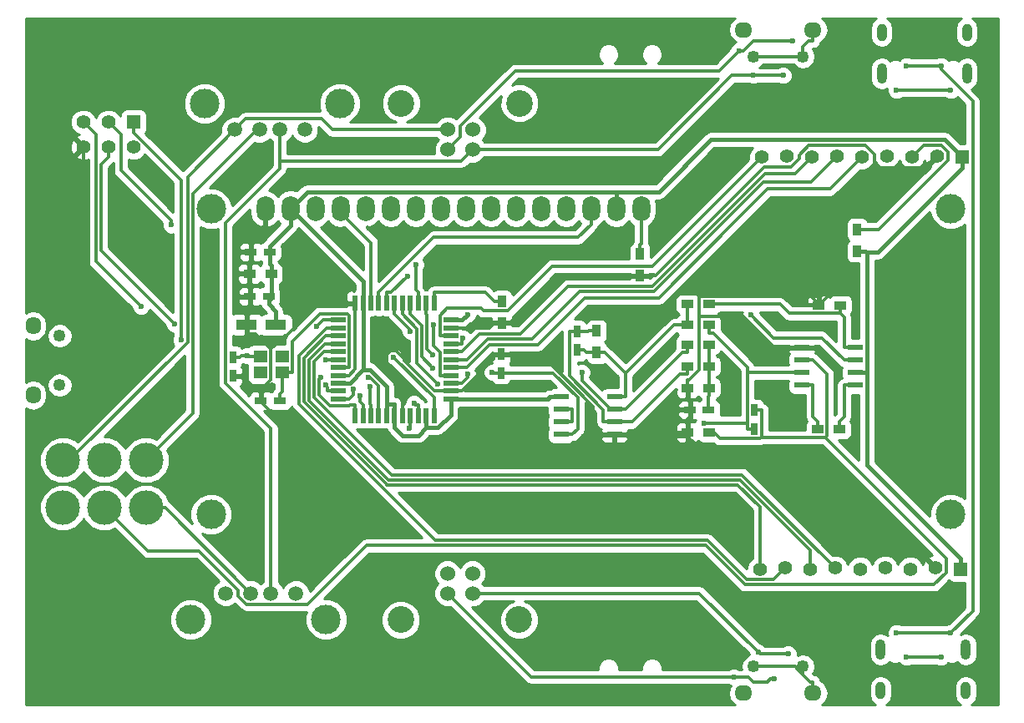
<source format=gbr>
G04 #@! TF.FileFunction,Copper,L2,Bot,Signal*
%FSLAX46Y46*%
G04 Gerber Fmt 4.6, Leading zero omitted, Abs format (unit mm)*
G04 Created by KiCad (PCBNEW 4.0.5+dfsg1-4) date Sun Feb 26 13:13:11 2017*
%MOMM*%
%LPD*%
G01*
G04 APERTURE LIST*
%ADD10C,0.100000*%
%ADD11O,1.800000X2.600000*%
%ADD12C,3.000000*%
%ADD13C,1.501140*%
%ADD14C,2.999740*%
%ADD15C,1.524000*%
%ADD16C,2.700020*%
%ADD17O,1.250000X1.250000*%
%ADD18O,1.800000X1.550000*%
%ADD19C,3.500000*%
%ADD20O,1.000000X1.800000*%
%ADD21O,1.000000X2.100000*%
%ADD22R,0.750000X1.200000*%
%ADD23R,1.200000X0.750000*%
%ADD24R,1.397000X1.397000*%
%ADD25C,1.397000*%
%ADD26O,1.550000X1.800000*%
%ADD27R,0.900000X1.200000*%
%ADD28R,1.200000X0.900000*%
%ADD29R,0.550000X1.500000*%
%ADD30R,1.500000X0.550000*%
%ADD31R,1.550000X0.600000*%
%ADD32R,1.400000X1.200000*%
%ADD33R,2.150000X1.100000*%
%ADD34C,0.600000*%
%ADD35C,0.300000*%
%ADD36C,0.400000*%
%ADD37C,0.254000*%
G04 APERTURE END LIST*
D10*
D11*
X75000000Y-70000000D03*
X77540000Y-70000000D03*
X80080000Y-70000000D03*
X82620000Y-70000000D03*
X85160000Y-70000000D03*
X87700000Y-70000000D03*
X90240000Y-70000000D03*
X92780000Y-70000000D03*
X95320000Y-70000000D03*
X97860000Y-70000000D03*
X100400000Y-70000000D03*
X102940000Y-70000000D03*
X105480000Y-70000000D03*
X108020000Y-70000000D03*
X110560000Y-70000000D03*
X113100000Y-70000000D03*
D12*
X69500900Y-70000000D03*
X69500900Y-101000700D03*
X144499480Y-101000700D03*
X144499480Y-70000000D03*
D13*
X71887140Y-62002120D03*
X74427140Y-62002120D03*
X76459140Y-62002120D03*
X78999140Y-62002120D03*
D14*
X68839140Y-59335120D03*
X82555140Y-59335120D03*
D15*
X96040000Y-64000000D03*
X93500000Y-64000000D03*
X93500000Y-62001020D03*
X96040000Y-62001020D03*
D16*
X100769480Y-59301000D03*
X88770520Y-59301000D03*
D17*
X129500900Y-54562540D03*
X124500900Y-54562540D03*
D18*
X130500900Y-51862540D03*
X123500900Y-51862540D03*
D17*
X124499100Y-116437460D03*
X129499100Y-116437460D03*
D18*
X123499100Y-119137460D03*
X130499100Y-119137460D03*
D13*
X78112860Y-108997880D03*
X75572860Y-108997880D03*
X73540860Y-108997880D03*
X71000860Y-108997880D03*
D14*
X81160860Y-111664880D03*
X67444860Y-111664880D03*
D15*
X93460000Y-107000000D03*
X96000000Y-107000000D03*
X96000000Y-108998980D03*
X93460000Y-108998980D03*
D16*
X88730520Y-111699000D03*
X100729480Y-111699000D03*
D19*
X54500000Y-95500000D03*
X54500000Y-100300000D03*
X58700000Y-95500000D03*
X58700000Y-100300000D03*
X62900000Y-95500000D03*
X62900000Y-100300000D03*
D20*
X146140000Y-52110000D03*
X137500000Y-52110000D03*
D21*
X146140000Y-56290000D03*
X137500000Y-56290000D03*
D20*
X137360000Y-118890000D03*
X146000000Y-118890000D03*
D21*
X137360000Y-114710000D03*
X146000000Y-114710000D03*
D22*
X71700000Y-85050000D03*
X71700000Y-86950000D03*
D23*
X119950000Y-90400000D03*
X118050000Y-90400000D03*
D22*
X106600000Y-84350000D03*
X106600000Y-82450000D03*
X124600000Y-92350000D03*
X124600000Y-90450000D03*
D23*
X76450000Y-89500000D03*
X74550000Y-89500000D03*
D22*
X98900000Y-86650000D03*
X98900000Y-84750000D03*
D23*
X73550000Y-74400000D03*
X75450000Y-74400000D03*
X73450000Y-78900000D03*
X75350000Y-78900000D03*
D24*
X61640000Y-61230000D03*
D25*
X61640000Y-63770000D03*
X59100000Y-61230000D03*
X59100000Y-63770000D03*
X56560000Y-61230000D03*
X56560000Y-63770000D03*
D17*
X54162540Y-82899100D03*
X54162540Y-87899100D03*
D26*
X51462540Y-81899100D03*
X51462540Y-88899100D03*
D25*
X140380000Y-106560960D03*
X137840000Y-106439040D03*
X135300000Y-106560960D03*
X132760000Y-106439040D03*
X130220000Y-106560960D03*
X142920000Y-106439040D03*
X127680000Y-106439040D03*
D24*
X145460000Y-106560960D03*
D25*
X125140000Y-106560960D03*
D27*
X135000000Y-74300000D03*
X135000000Y-72100000D03*
X99000000Y-81600000D03*
X99000000Y-79400000D03*
D28*
X73400000Y-76600000D03*
X75600000Y-76600000D03*
D27*
X113000000Y-74600000D03*
X113000000Y-76800000D03*
D28*
X117800000Y-83800000D03*
X120000000Y-83800000D03*
X120000000Y-88200000D03*
X117800000Y-88200000D03*
X117800000Y-86000000D03*
X120000000Y-86000000D03*
D27*
X108600000Y-84600000D03*
X108600000Y-82400000D03*
D28*
X117800000Y-79700000D03*
X120000000Y-79700000D03*
X133300000Y-79800000D03*
X131100000Y-79800000D03*
X120000000Y-81800000D03*
X117800000Y-81800000D03*
X120000000Y-92700000D03*
X117800000Y-92700000D03*
X133200000Y-92400000D03*
X131000000Y-92400000D03*
D29*
X92100000Y-91000000D03*
X91300000Y-91000000D03*
X90500000Y-91000000D03*
X89700000Y-91000000D03*
X88900000Y-91000000D03*
X88100000Y-91000000D03*
X87300000Y-91000000D03*
X86500000Y-91000000D03*
X85700000Y-91000000D03*
X84900000Y-91000000D03*
X84100000Y-91000000D03*
D30*
X82400000Y-89300000D03*
X82400000Y-88500000D03*
X82400000Y-87700000D03*
X82400000Y-86900000D03*
X82400000Y-86100000D03*
X82400000Y-85300000D03*
X82400000Y-84500000D03*
X82400000Y-83700000D03*
X82400000Y-82900000D03*
X82400000Y-82100000D03*
X82400000Y-81300000D03*
D29*
X84100000Y-79600000D03*
X84900000Y-79600000D03*
X85700000Y-79600000D03*
X86500000Y-79600000D03*
X87300000Y-79600000D03*
X88100000Y-79600000D03*
X88900000Y-79600000D03*
X89700000Y-79600000D03*
X90500000Y-79600000D03*
X91300000Y-79600000D03*
X92100000Y-79600000D03*
D30*
X93800000Y-81300000D03*
X93800000Y-82100000D03*
X93800000Y-82900000D03*
X93800000Y-83700000D03*
X93800000Y-84500000D03*
X93800000Y-85300000D03*
X93800000Y-86100000D03*
X93800000Y-86900000D03*
X93800000Y-87700000D03*
X93800000Y-88500000D03*
X93800000Y-89300000D03*
D31*
X110400000Y-89095000D03*
X110400000Y-90365000D03*
X110400000Y-91635000D03*
X110400000Y-92905000D03*
X105000000Y-92905000D03*
X105000000Y-91635000D03*
X105000000Y-90365000D03*
X105000000Y-89095000D03*
X129400000Y-87905000D03*
X129400000Y-86635000D03*
X129400000Y-85365000D03*
X129400000Y-84095000D03*
X134800000Y-84095000D03*
X134800000Y-85365000D03*
X134800000Y-86635000D03*
X134800000Y-87905000D03*
D32*
X74500000Y-85000000D03*
X76700000Y-85000000D03*
X74500000Y-86600000D03*
X76700000Y-86600000D03*
D25*
X140580000Y-64760960D03*
X138040000Y-64639040D03*
X135500000Y-64760960D03*
X132960000Y-64639040D03*
X130420000Y-64760960D03*
X143120000Y-64639040D03*
X127880000Y-64639040D03*
D24*
X145660000Y-64760960D03*
D25*
X125340000Y-64760960D03*
D33*
X76075000Y-81800000D03*
X73125000Y-81800000D03*
D34*
X98000000Y-116700000D03*
X103500000Y-114800000D03*
X79900000Y-94900000D03*
X88900000Y-105600000D03*
X121100000Y-114700000D03*
X98600000Y-92100000D03*
X113100000Y-87000000D03*
X127700000Y-90100000D03*
X122300000Y-87700000D03*
X109700000Y-86800000D03*
X134600000Y-94000000D03*
X130300000Y-82000000D03*
X117700000Y-95200000D03*
X123300000Y-102100000D03*
X134100000Y-76800000D03*
X138700000Y-76800000D03*
X126200000Y-74800000D03*
X117500000Y-69200000D03*
X89900000Y-72700000D03*
X87100000Y-75300000D03*
X92900000Y-74700000D03*
X84000000Y-74100000D03*
X113800000Y-61600000D03*
X106500000Y-61500000D03*
X74500000Y-64600000D03*
X81100000Y-64100000D03*
X60300000Y-82000000D03*
X61300000Y-90900000D03*
X62500000Y-70600000D03*
X65000000Y-69100000D03*
X59300000Y-66600000D03*
X62500000Y-75600000D03*
X86545100Y-81441400D03*
X119498600Y-91739700D03*
X144500000Y-58000000D03*
X139000000Y-58000000D03*
X124500000Y-56500000D03*
X127500000Y-56500000D03*
X122500000Y-117500000D03*
X126635000Y-117715000D03*
X123000000Y-54000000D03*
X128500000Y-53000000D03*
X140000000Y-55500000D03*
X143500000Y-55500000D03*
X125000000Y-115000000D03*
X128000000Y-115150000D03*
X139000000Y-113000000D03*
X144500000Y-113000000D03*
X140000000Y-115500000D03*
X143500000Y-115500000D03*
X81131700Y-85306200D03*
X73172000Y-84897800D03*
X98017100Y-86610500D03*
X107105100Y-86610500D03*
X95492300Y-86794400D03*
X95505800Y-80744500D03*
X80633200Y-87138700D03*
X66449200Y-83296200D03*
X85642400Y-88051000D03*
X65467400Y-71658000D03*
X84601000Y-88949900D03*
X65771700Y-81683400D03*
X81123200Y-87914900D03*
X62389300Y-79926800D03*
X90258400Y-75698500D03*
X89406800Y-76834400D03*
X88021100Y-85057500D03*
X83950600Y-88299600D03*
X92020300Y-81771600D03*
X91938000Y-84844200D03*
X91997800Y-86138400D03*
X92485300Y-87817300D03*
X85417400Y-87123700D03*
X80217100Y-81982700D03*
X89575000Y-92277500D03*
X90074800Y-89744100D03*
X124242500Y-80797200D03*
X89711400Y-82450300D03*
X95052500Y-83125300D03*
D35*
X103500000Y-114800000D02*
X121000000Y-114800000D01*
X88900000Y-107600000D02*
X98000000Y-116700000D01*
X74550000Y-89550000D02*
X79900000Y-94900000D01*
X88900000Y-105600000D02*
X88900000Y-107600000D01*
X121000000Y-114800000D02*
X121100000Y-114700000D01*
X117700000Y-95200000D02*
X101700000Y-95200000D01*
X101700000Y-95200000D02*
X98600000Y-92100000D01*
X117800000Y-95100000D02*
X117700000Y-95200000D01*
X117800000Y-92700000D02*
X117800000Y-95100000D01*
X74550000Y-89500000D02*
X74550000Y-89550000D01*
X134100000Y-76800000D02*
X131100000Y-79800000D01*
X131100000Y-79800000D02*
X131100000Y-79700000D01*
X131100000Y-79700000D02*
X126200000Y-74800000D01*
X87300000Y-75300000D02*
X89900000Y-72700000D01*
X87100000Y-75300000D02*
X87300000Y-75300000D01*
X113800000Y-61600000D02*
X106600000Y-61600000D01*
X106600000Y-61600000D02*
X106500000Y-61500000D01*
X56560000Y-63770000D02*
X56560000Y-78260000D01*
X56560000Y-78260000D02*
X60300000Y-82000000D01*
X62500000Y-75600000D02*
X62500000Y-70600000D01*
X59300000Y-67400000D02*
X62500000Y-70600000D01*
X59300000Y-66600000D02*
X59300000Y-67400000D01*
X73550000Y-74400000D02*
X73550000Y-73500000D01*
X75000000Y-70000000D02*
X75000000Y-71600000D01*
X75000000Y-71600000D02*
X73550000Y-73050000D01*
X73550000Y-73050000D02*
X73550000Y-73500000D01*
X73400000Y-76600000D02*
X73400000Y-75799700D01*
X73450000Y-80574700D02*
X73450000Y-78900000D01*
X73125000Y-80899700D02*
X73450000Y-80574700D01*
X73450000Y-77450300D02*
X73400000Y-77400300D01*
X73450000Y-78900000D02*
X73450000Y-77450300D01*
X73400000Y-76600000D02*
X73400000Y-77400300D01*
X73550000Y-75649700D02*
X73550000Y-74400000D01*
X73400000Y-75799700D02*
X73550000Y-75649700D01*
X118050000Y-90400000D02*
X118050000Y-91125300D01*
X117800000Y-89424700D02*
X118050000Y-89674700D01*
X117800000Y-88200000D02*
X117800000Y-89424700D01*
X118050000Y-90400000D02*
X118050000Y-89674700D01*
X73125000Y-81349800D02*
X73125000Y-80899700D01*
X117800000Y-91375300D02*
X118050000Y-91125300D01*
X117800000Y-92700000D02*
X117800000Y-91375300D01*
X117800000Y-92700000D02*
X117800000Y-93100100D01*
X110400000Y-92905000D02*
X111525300Y-92905000D01*
X74550000Y-89500000D02*
X74550000Y-88780000D01*
X71700000Y-86950000D02*
X72425300Y-86950000D01*
X82400000Y-86900000D02*
X83500300Y-86900000D01*
X117800000Y-88200000D02*
X117800000Y-87399700D01*
X129400000Y-84095000D02*
X128274700Y-84095000D01*
X111720400Y-93100100D02*
X117800000Y-93100100D01*
X111525300Y-92905000D02*
X111720400Y-93100100D01*
X131504100Y-95023100D02*
X142920000Y-106439000D01*
X119723000Y-95023100D02*
X131504100Y-95023100D01*
X117800000Y-93100100D02*
X119723000Y-95023100D01*
X73125000Y-81349800D02*
X73125000Y-81800000D01*
X74550000Y-88780000D02*
X74550000Y-88271800D01*
X73747100Y-88271800D02*
X72425300Y-86950000D01*
X74550000Y-88271800D02*
X73747100Y-88271800D01*
X73125000Y-81800000D02*
X73125000Y-82700300D01*
X84100000Y-79790600D02*
X84100000Y-80700300D01*
X84100000Y-79790600D02*
X84100000Y-79730900D01*
X84100000Y-79600000D02*
X84100000Y-79730900D01*
X76981000Y-82856400D02*
X75581200Y-84256200D01*
X77181500Y-82856400D02*
X76981000Y-82856400D01*
X80307000Y-79730900D02*
X77181500Y-82856400D01*
X84100000Y-79730900D02*
X80307000Y-79730900D01*
X74025300Y-82700300D02*
X75581200Y-84256200D01*
X73125000Y-82700300D02*
X74025300Y-82700300D01*
X74648000Y-88271800D02*
X74550000Y-88271800D01*
X75581200Y-87338600D02*
X74648000Y-88271800D01*
X75581200Y-84256200D02*
X75581200Y-87338600D01*
X110400000Y-92905000D02*
X109274700Y-92905000D01*
X102935300Y-84750000D02*
X98900000Y-84750000D01*
X108220100Y-90034800D02*
X102935300Y-84750000D01*
X108220100Y-91850400D02*
X108220100Y-90034800D01*
X109274700Y-92905000D02*
X108220100Y-91850400D01*
X97699700Y-82100000D02*
X94900300Y-82100000D01*
X98199700Y-81600000D02*
X97699700Y-82100000D01*
X99000000Y-81600000D02*
X98199700Y-81600000D01*
X93800000Y-82100000D02*
X94900300Y-82100000D01*
X84100000Y-86300300D02*
X83500300Y-86900000D01*
X84100000Y-80700300D02*
X84100000Y-86300300D01*
X98900000Y-84750000D02*
X98174700Y-84750000D01*
X93800000Y-88500000D02*
X94900300Y-88500000D01*
X98174700Y-85225600D02*
X98174700Y-84750000D01*
X94900300Y-88500000D02*
X98174700Y-85225600D01*
X104600300Y-76800000D02*
X99800300Y-81600000D01*
X113000000Y-76800000D02*
X104600300Y-76800000D01*
X99000000Y-81600000D02*
X99800300Y-81600000D01*
X131100000Y-79800000D02*
X131100000Y-78999700D01*
X130999900Y-78899600D02*
X131100000Y-78999700D01*
X119175100Y-78899600D02*
X130999900Y-78899600D01*
X119011700Y-79063000D02*
X119175100Y-78899600D01*
X119011700Y-80969100D02*
X119011700Y-79063000D01*
X119011700Y-86388100D02*
X119011700Y-80969100D01*
X118000100Y-87399700D02*
X119011700Y-86388100D01*
X117800000Y-87399700D02*
X118000100Y-87399700D01*
X126620700Y-84095000D02*
X128274700Y-84095000D01*
X123494800Y-80969100D02*
X126620700Y-84095000D01*
X119011700Y-80969100D02*
X123494800Y-80969100D01*
X131100000Y-71525900D02*
X131100000Y-78999700D01*
X136770000Y-65855900D02*
X131100000Y-71525900D01*
X141903100Y-65855900D02*
X136770000Y-65855900D01*
X143120000Y-64639000D02*
X141903100Y-65855900D01*
X114595400Y-76800000D02*
X113000000Y-76800000D01*
X125585500Y-65809900D02*
X114595400Y-76800000D01*
X128273200Y-65809900D02*
X125585500Y-65809900D01*
X129126900Y-64956200D02*
X128273200Y-65809900D01*
X129126900Y-64566000D02*
X129126900Y-64956200D01*
X130102800Y-63590100D02*
X129126900Y-64566000D01*
X135834800Y-63590100D02*
X130102800Y-63590100D01*
X136770000Y-64525300D02*
X135834800Y-63590100D01*
X136770000Y-65855900D02*
X136770000Y-64525300D01*
X86545100Y-83208300D02*
X87717400Y-84380600D01*
X86545100Y-81441400D02*
X86545100Y-83208300D01*
X87322500Y-84775500D02*
X87717400Y-84380600D01*
X87322500Y-85565100D02*
X87322500Y-84775500D01*
X88900000Y-87142600D02*
X87322500Y-85565100D01*
X88900000Y-91000000D02*
X88900000Y-87142600D01*
X92171300Y-88500000D02*
X93800000Y-88500000D01*
X89090100Y-85418800D02*
X92171300Y-88500000D01*
X89090100Y-85206700D02*
X89090100Y-85418800D01*
X88264000Y-84380600D02*
X89090100Y-85206700D01*
X87717400Y-84380600D02*
X88264000Y-84380600D01*
X129400000Y-86635000D02*
X128274700Y-86635000D01*
X124600000Y-92350000D02*
X123874700Y-92350000D01*
X123874700Y-86074900D02*
X123874700Y-86635000D01*
X120400100Y-82600300D02*
X123874700Y-86074900D01*
X120000000Y-82600300D02*
X120400100Y-82600300D01*
X123874700Y-86635000D02*
X128274700Y-86635000D01*
X120000000Y-81800000D02*
X120000000Y-82600300D01*
X123874700Y-86635000D02*
X123874700Y-91739700D01*
X123874700Y-91739700D02*
X123874700Y-92350000D01*
X123874700Y-91739700D02*
X119498600Y-91739700D01*
X58700000Y-100300000D02*
X63132600Y-104732600D01*
X73102400Y-110119700D02*
X79289800Y-110119700D01*
X63132600Y-104732600D02*
X68292900Y-104732600D01*
X68292900Y-104732600D02*
X72270900Y-108710600D01*
X144007500Y-105457300D02*
X131750600Y-93200400D01*
X72270900Y-108710600D02*
X72270900Y-109288200D01*
X72270900Y-109288200D02*
X73102400Y-110119700D01*
X79289800Y-110119700D02*
X83521900Y-105887600D01*
X142778600Y-108110900D02*
X144007500Y-106882000D01*
X83521900Y-105887600D02*
X83521900Y-105878100D01*
X83521900Y-105878100D02*
X85247990Y-104152010D01*
X85247990Y-104152010D02*
X119651290Y-104152010D01*
X119651290Y-104152010D02*
X123610180Y-108110900D01*
X123610180Y-108110900D02*
X142778600Y-108110900D01*
X144007500Y-106882000D02*
X144007500Y-105457300D01*
X124600000Y-90450000D02*
X125325300Y-90450000D01*
X125325300Y-90450000D02*
X125325300Y-93117100D01*
X129400000Y-85365000D02*
X130525300Y-85365000D01*
X120000000Y-92700000D02*
X120475200Y-92700000D01*
X121075600Y-93300400D02*
X120475200Y-92700000D01*
X125142000Y-93300400D02*
X121075600Y-93300400D01*
X125325300Y-93117100D02*
X125142000Y-93300400D01*
X125408600Y-93200400D02*
X125325300Y-93117100D01*
X131750600Y-93200400D02*
X125408600Y-93200400D01*
X131950400Y-93000600D02*
X131750600Y-93200400D01*
X131950400Y-86790100D02*
X131950400Y-93000600D01*
X130525300Y-85365000D02*
X131950400Y-86790100D01*
X139000000Y-58000000D02*
X144500000Y-58000000D01*
X73003000Y-60886200D02*
X71887100Y-62002100D01*
X80689900Y-60886200D02*
X73003000Y-60886200D01*
X81804700Y-62001000D02*
X80689900Y-60886200D01*
X93500000Y-62001000D02*
X81804700Y-62001000D01*
X55169500Y-95500000D02*
X54500000Y-95500000D01*
X67136200Y-83533300D02*
X55169500Y-95500000D01*
X67136200Y-66753000D02*
X67136200Y-83533300D01*
X71887100Y-62002100D02*
X67136200Y-66753000D01*
X74427100Y-62002100D02*
X74156300Y-62002100D01*
X74156300Y-62002100D02*
X73885500Y-62002100D01*
X67636600Y-90763400D02*
X62900000Y-95500000D01*
X67636600Y-68521800D02*
X67636600Y-90763400D01*
X74156300Y-62002100D02*
X67636600Y-68521800D01*
X114800000Y-64000000D02*
X122300000Y-56500000D01*
X122300000Y-56500000D02*
X124500000Y-56500000D01*
X96040000Y-64000000D02*
X114800000Y-64000000D01*
X127500000Y-56500000D02*
X124500000Y-56500000D01*
X124000000Y-117500000D02*
X122500000Y-117500000D01*
X124500000Y-118000000D02*
X124000000Y-117500000D01*
X125926000Y-118000000D02*
X124500000Y-118000000D01*
X126210000Y-117715000D02*
X125926000Y-118000000D01*
X126635000Y-117715000D02*
X126210000Y-117715000D01*
X101961000Y-117500000D02*
X93460000Y-108999000D01*
X122500000Y-117500000D02*
X101961000Y-117500000D01*
X94872000Y-65168000D02*
X96040000Y-64000000D01*
X76459100Y-65168000D02*
X94872000Y-65168000D01*
X76459100Y-65168000D02*
X76459100Y-62002100D01*
X76459100Y-65956300D02*
X76459100Y-65168000D01*
X70961500Y-71453900D02*
X76459100Y-65956300D01*
X70961500Y-87686500D02*
X70961500Y-71453900D01*
X75572900Y-92297900D02*
X70961500Y-87686500D01*
X75572900Y-108997900D02*
X75572900Y-92297900D01*
X94770000Y-62730000D02*
X93500000Y-64000000D01*
X94770000Y-61619200D02*
X94770000Y-62730000D01*
X100370000Y-56019500D02*
X94770000Y-61619200D01*
X120980000Y-56019500D02*
X100370000Y-56019500D01*
X123000000Y-54000000D02*
X120980000Y-56019500D01*
X123500000Y-54000000D02*
X123000000Y-54000000D01*
X124500000Y-53000000D02*
X123500000Y-54000000D01*
X128500000Y-53000000D02*
X124500000Y-53000000D01*
X143500000Y-55500000D02*
X140000000Y-55500000D01*
X144500000Y-113000000D02*
X139000000Y-113000000D01*
X125150000Y-115150000D02*
X125000000Y-115000000D01*
X128000000Y-115150000D02*
X125150000Y-115150000D01*
X118999000Y-108999000D02*
X125000000Y-115000000D01*
X96000000Y-108999000D02*
X118999000Y-108999000D01*
X146708900Y-110791100D02*
X144500000Y-113000000D01*
X146708900Y-59116000D02*
X146708900Y-110791100D01*
X143500000Y-55907100D02*
X146708900Y-59116000D01*
X143500000Y-55500000D02*
X143500000Y-55907100D01*
X130501000Y-51862500D02*
X130501000Y-52425100D01*
X129501000Y-54562500D02*
X129500900Y-54562500D01*
X129501000Y-53587200D02*
X129501000Y-54562500D01*
X130100000Y-52987800D02*
X129501000Y-53587200D01*
X130501000Y-52987800D02*
X130100000Y-52987800D01*
X130501000Y-52425100D02*
X130501000Y-52987800D01*
X130500900Y-52425000D02*
X130500900Y-51862500D01*
X130501000Y-52425100D02*
X130500900Y-52425000D01*
X129500900Y-54562500D02*
X124501000Y-54562500D01*
X124501000Y-54562500D02*
X124500900Y-54562500D01*
X143500000Y-115500000D02*
X140000000Y-115500000D01*
X64843000Y-100300000D02*
X62900000Y-100300000D01*
X73540900Y-108997900D02*
X64843000Y-100300000D01*
X129499000Y-116438000D02*
X129499000Y-117232000D01*
X124499600Y-116438000D02*
X124499000Y-116438000D01*
X128704000Y-116438000D02*
X124499600Y-116438000D01*
X129499000Y-117232000D02*
X128704000Y-116438000D01*
X124499600Y-116438000D02*
X124499100Y-116437500D01*
X129499000Y-116437600D02*
X129499000Y-116438000D01*
X129499100Y-116437500D02*
X129499000Y-116437600D01*
X130499100Y-119137500D02*
X130499000Y-119137500D01*
X130499000Y-119138000D02*
X130499000Y-119137500D01*
X130279000Y-118012000D02*
X129499000Y-117232000D01*
X130499000Y-118012000D02*
X130279000Y-118012000D01*
X130499000Y-119137500D02*
X130499000Y-118012000D01*
X71700000Y-85050000D02*
X72425300Y-85050000D01*
X74500000Y-85000000D02*
X73449700Y-85000000D01*
X82400000Y-85300000D02*
X81299700Y-85300000D01*
X72577500Y-84897800D02*
X73172000Y-84897800D01*
X72425300Y-85050000D02*
X72577500Y-84897800D01*
X73347500Y-84897800D02*
X73172000Y-84897800D01*
X73449700Y-85000000D02*
X73347500Y-84897800D01*
X81293500Y-85306200D02*
X81131700Y-85306200D01*
X81299700Y-85300000D02*
X81293500Y-85306200D01*
X119950000Y-89050300D02*
X119950000Y-90400000D01*
X120000000Y-89000300D02*
X119950000Y-89050300D01*
X120000000Y-88200000D02*
X120000000Y-87399700D01*
X120000000Y-83800000D02*
X120000000Y-86000000D01*
X120000000Y-86000000D02*
X120000000Y-87399700D01*
X120000000Y-88200000D02*
X120000000Y-89000300D01*
X106600000Y-84350000D02*
X107325300Y-84350000D01*
X107575300Y-84600000D02*
X107325300Y-84350000D01*
X108600000Y-84600000D02*
X107575300Y-84600000D01*
X108600000Y-84600000D02*
X109400300Y-84600000D01*
X110400000Y-89095000D02*
X111525300Y-89095000D01*
X111525300Y-89095000D02*
X111525300Y-86725000D01*
X111525300Y-86725000D02*
X109400300Y-84600000D01*
X117800000Y-79700000D02*
X117800000Y-80500300D01*
X116450300Y-81800000D02*
X117800000Y-81800000D01*
X111525300Y-86725000D02*
X116450300Y-81800000D01*
X117800000Y-81800000D02*
X117800000Y-80500300D01*
X117800000Y-86000000D02*
X117800000Y-86800300D01*
X107749700Y-82450000D02*
X107799700Y-82400000D01*
X106600000Y-82450000D02*
X107749700Y-82450000D01*
X108600000Y-82400000D02*
X107799700Y-82400000D01*
X112165000Y-91635000D02*
X110400000Y-91635000D01*
X116999700Y-86800300D02*
X112165000Y-91635000D01*
X117800000Y-86800300D02*
X116999700Y-86800300D01*
X110400000Y-91635000D02*
X109274700Y-91635000D01*
X106600000Y-82450000D02*
X105874700Y-82450000D01*
X105874700Y-86981900D02*
X105874700Y-82450000D01*
X109274700Y-90381900D02*
X105874700Y-86981900D01*
X109274700Y-91635000D02*
X109274700Y-90381900D01*
X76700000Y-88524700D02*
X76450000Y-88774700D01*
X76700000Y-86600000D02*
X76700000Y-88524700D01*
X76450000Y-89500000D02*
X76450000Y-88774700D01*
X82400000Y-86100000D02*
X83500300Y-86100000D01*
X76700000Y-86600000D02*
X77750300Y-86600000D01*
X77750300Y-83456600D02*
X77750300Y-86600000D01*
X80532300Y-80674600D02*
X77750300Y-83456600D01*
X83354300Y-80674600D02*
X80532300Y-80674600D01*
X83500300Y-80820600D02*
X83354300Y-80674600D01*
X83500300Y-86100000D02*
X83500300Y-80820600D01*
X117290000Y-84600300D02*
X117800000Y-84600300D01*
X111525300Y-90365000D02*
X117290000Y-84600300D01*
X110400000Y-90365000D02*
X111525300Y-90365000D01*
X117800000Y-83800000D02*
X117800000Y-84600300D01*
X107105100Y-87462200D02*
X107105100Y-86610500D01*
X110007900Y-90365000D02*
X107105100Y-87462200D01*
X110400000Y-90365000D02*
X110007900Y-90365000D01*
X104127800Y-86650000D02*
X99625300Y-86650000D01*
X106660600Y-89182800D02*
X104127800Y-86650000D01*
X106660600Y-92369700D02*
X106660600Y-89182800D01*
X106125300Y-92905000D02*
X106660600Y-92369700D01*
X105000000Y-92905000D02*
X106125300Y-92905000D01*
X98900000Y-86650000D02*
X99625300Y-86650000D01*
X98056600Y-86650000D02*
X98017100Y-86610500D01*
X98900000Y-86650000D02*
X98056600Y-86650000D01*
X93800000Y-87700000D02*
X94900300Y-87700000D01*
X95492300Y-87108000D02*
X95492300Y-86794400D01*
X94900300Y-87700000D02*
X95492300Y-87108000D01*
D36*
X75450000Y-74400000D02*
X75450000Y-73900000D01*
X77540000Y-70000000D02*
X77540000Y-71700000D01*
X77540000Y-71700000D02*
X75450000Y-73790000D01*
X75450000Y-73790000D02*
X75450000Y-73900000D01*
X105000000Y-89095000D02*
X103824700Y-89095000D01*
X79240300Y-68299700D02*
X77540000Y-70000000D01*
X110560000Y-68299700D02*
X79240300Y-68299700D01*
X103619700Y-89300000D02*
X103824700Y-89095000D01*
X94950300Y-89300000D02*
X103619700Y-89300000D01*
X93800000Y-89300000D02*
X94950300Y-89300000D01*
X88100000Y-91000000D02*
X88100000Y-92150300D01*
X114888500Y-68299700D02*
X110560000Y-68299700D01*
X120178600Y-63009600D02*
X114888500Y-68299700D01*
X143908600Y-63009600D02*
X120178600Y-63009600D01*
X145660000Y-64761000D02*
X143908600Y-63009600D01*
X134800000Y-86635000D02*
X135975300Y-86635000D01*
X135000000Y-74300000D02*
X135850300Y-74300000D01*
X145660000Y-64761000D02*
X145660000Y-65859800D01*
X135975300Y-95977500D02*
X135975300Y-86635000D01*
X145460000Y-105462200D02*
X135975300Y-95977500D01*
X145460000Y-106561000D02*
X145460000Y-105462200D01*
X137094800Y-74425000D02*
X145660000Y-65859800D01*
X135975300Y-74425000D02*
X137094800Y-74425000D01*
X135975300Y-86635000D02*
X135975300Y-74425000D01*
X135975300Y-74425000D02*
X135850300Y-74300000D01*
X76075000Y-80400300D02*
X75350000Y-79675300D01*
X76075000Y-81800000D02*
X76075000Y-80400300D01*
X75350000Y-78900000D02*
X75350000Y-79287600D01*
X75350000Y-79287600D02*
X75350000Y-79675300D01*
X75600000Y-79037600D02*
X75600000Y-76600000D01*
X75350000Y-79287600D02*
X75600000Y-79037600D01*
X75600000Y-76600000D02*
X75600000Y-75749700D01*
X75450000Y-75599700D02*
X75600000Y-75749700D01*
X75450000Y-74400000D02*
X75450000Y-75599700D01*
X91300000Y-91000000D02*
X91300000Y-92000200D01*
X110560000Y-69637200D02*
X110560000Y-68299700D01*
X110560000Y-69637200D02*
X110560000Y-70000000D01*
X93800000Y-90898400D02*
X93800000Y-89300000D01*
X92501400Y-92197000D02*
X93800000Y-90898400D01*
X91300000Y-92197000D02*
X92501400Y-92197000D01*
X90492000Y-93005000D02*
X91300000Y-92197000D01*
X88954700Y-93005000D02*
X90492000Y-93005000D01*
X88100000Y-92150300D02*
X88954700Y-93005000D01*
X91300000Y-92197000D02*
X91300000Y-92000200D01*
X93800000Y-81300000D02*
X94950300Y-81300000D01*
X94950300Y-81300000D02*
X95505800Y-80744500D01*
X82400000Y-87700000D02*
X83550300Y-87700000D01*
X84900000Y-77360000D02*
X84900000Y-79600000D01*
X77540000Y-70000000D02*
X84900000Y-77360000D01*
X87300000Y-91000000D02*
X87300000Y-89849700D01*
X87300000Y-89849700D02*
X88100000Y-89849700D01*
X88100000Y-91000000D02*
X88100000Y-89849700D01*
X84900000Y-79600000D02*
X84900000Y-86353600D01*
X84896700Y-86353600D02*
X83550300Y-87700000D01*
X84900000Y-86353600D02*
X84896700Y-86353600D01*
X85642900Y-86353600D02*
X84900000Y-86353600D01*
X87300000Y-88010700D02*
X85642900Y-86353600D01*
X87300000Y-89849700D02*
X87300000Y-88010700D01*
D35*
X80471000Y-87300900D02*
X80633200Y-87138700D01*
X80471000Y-88891400D02*
X80471000Y-87300900D01*
X81545100Y-89965500D02*
X80471000Y-88891400D01*
X83516500Y-89965500D02*
X81545100Y-89965500D01*
X83582300Y-89899700D02*
X83516500Y-89965500D01*
X84100000Y-89899700D02*
X83582300Y-89899700D01*
X61640000Y-61230000D02*
X61640000Y-62278800D01*
X66449200Y-67088000D02*
X66449200Y-83296200D01*
X61640000Y-62278800D02*
X66449200Y-67088000D01*
X84100000Y-91000000D02*
X84100000Y-89899700D01*
X65467400Y-71658000D02*
X65467400Y-71233736D01*
X65467400Y-71233736D02*
X60370000Y-66136336D01*
X60370000Y-66136336D02*
X60370000Y-62500000D01*
X60370000Y-62500000D02*
X59100000Y-61230000D01*
X85642400Y-89842100D02*
X85642400Y-88051000D01*
X85700000Y-89899700D02*
X85642400Y-89842100D01*
X85700000Y-91000000D02*
X85700000Y-89899700D01*
X58330010Y-65527818D02*
X58330010Y-74241710D01*
X58330010Y-74241710D02*
X65771700Y-81683400D01*
X59100000Y-63770000D02*
X59100000Y-64757828D01*
X59100000Y-64757828D02*
X58330010Y-65527818D01*
X84900000Y-91000000D02*
X84900000Y-89899700D01*
X84601000Y-89600700D02*
X84601000Y-88949900D01*
X84900000Y-89899700D02*
X84601000Y-89600700D01*
X137203100Y-72100000D02*
X135000000Y-72100000D01*
X144209900Y-65093200D02*
X137203100Y-72100000D01*
X144209900Y-64230300D02*
X144209900Y-65093200D01*
X143539600Y-63560000D02*
X144209900Y-64230300D01*
X141781000Y-63560000D02*
X143539600Y-63560000D01*
X140580000Y-64761000D02*
X141781000Y-63560000D01*
X82400000Y-88500000D02*
X81299700Y-88500000D01*
X81299700Y-88091400D02*
X81123200Y-87914900D01*
X81299700Y-88500000D02*
X81299700Y-88091400D01*
X57830000Y-75367500D02*
X62389300Y-79926800D01*
X57830000Y-62500000D02*
X57830000Y-75367500D01*
X56560000Y-61230000D02*
X57830000Y-62500000D01*
X113100000Y-73549700D02*
X113100000Y-70000000D01*
X113000000Y-73649700D02*
X113100000Y-73549700D01*
X113000000Y-74600000D02*
X113000000Y-73649700D01*
X85700000Y-79600000D02*
X85700000Y-73900000D01*
X82620000Y-70000000D02*
X82620000Y-70400000D01*
X82620000Y-70400000D02*
X85700000Y-73480000D01*
X85700000Y-73480000D02*
X85700000Y-73900000D01*
X90500000Y-79600000D02*
X90500000Y-78499700D01*
X90258400Y-78258100D02*
X90500000Y-78499700D01*
X90258400Y-75698500D02*
X90258400Y-78258100D01*
X87741500Y-78499700D02*
X89406800Y-76834400D01*
X87300000Y-78499700D02*
X87741500Y-78499700D01*
X87300000Y-79600000D02*
X87300000Y-78499700D01*
X92100000Y-89136400D02*
X88021100Y-85057500D01*
X92100000Y-91000000D02*
X92100000Y-89136400D01*
X82400000Y-89300000D02*
X83500300Y-89300000D01*
X83950600Y-88849700D02*
X83950600Y-88299600D01*
X83500300Y-89300000D02*
X83950600Y-88849700D01*
X108020000Y-70000000D02*
X108020000Y-71600000D01*
X108020000Y-71600000D02*
X106702000Y-72918000D01*
X106702000Y-72918000D02*
X92081700Y-72918000D01*
X92081700Y-72918000D02*
X86500000Y-78499700D01*
X86500000Y-78499700D02*
X86500000Y-79600000D01*
X93800000Y-86900000D02*
X92699700Y-86900000D01*
X92020300Y-83862200D02*
X92020300Y-81771600D01*
X92699700Y-84541600D02*
X92020300Y-83862200D01*
X92699700Y-86900000D02*
X92699700Y-84541600D01*
X114928800Y-79027600D02*
X122556400Y-71400000D01*
X132260960Y-68000000D02*
X125956400Y-68000000D01*
X125956400Y-68000000D02*
X122556400Y-71400000D01*
X135500000Y-64760960D02*
X132260960Y-68000000D01*
X107410300Y-79027600D02*
X114928800Y-79027600D01*
X102638200Y-83799700D02*
X107410300Y-79027600D01*
X97714300Y-83799700D02*
X102638200Y-83799700D01*
X95414000Y-86100000D02*
X97714300Y-83799700D01*
X93800000Y-86100000D02*
X95414000Y-86100000D01*
X123710800Y-69100000D02*
X114400200Y-78410600D01*
X130299040Y-67300000D02*
X125510800Y-67300000D01*
X125510800Y-67300000D02*
X123710800Y-69100000D01*
X132960000Y-64639040D02*
X130299040Y-67300000D01*
X95400000Y-85300000D02*
X93800000Y-85300000D01*
X97525200Y-83174800D02*
X95400000Y-85300000D01*
X102073000Y-83174800D02*
X97525200Y-83174800D01*
X106837200Y-78410600D02*
X102073000Y-83174800D01*
X114400200Y-78410600D02*
X106837200Y-78410600D01*
X91300000Y-79600000D02*
X91300000Y-80700300D01*
X91362300Y-80762600D02*
X91300000Y-80700300D01*
X91362300Y-84268500D02*
X91362300Y-80762600D01*
X91938000Y-84844200D02*
X91362300Y-84268500D01*
X89700000Y-79600000D02*
X89700000Y-80700300D01*
X90862000Y-81862300D02*
X89700000Y-80700300D01*
X90862000Y-85002600D02*
X90862000Y-81862300D01*
X91997800Y-86138400D02*
X90862000Y-85002600D01*
X88900000Y-79600000D02*
X88900000Y-80700300D01*
X90361700Y-82162000D02*
X88900000Y-80700300D01*
X90361700Y-85693700D02*
X90361700Y-82162000D01*
X92485300Y-87817300D02*
X90361700Y-85693700D01*
X82400000Y-84500000D02*
X81299700Y-84500000D01*
X123327500Y-97006500D02*
X132760000Y-106439000D01*
X87791400Y-97006500D02*
X123327500Y-97006500D01*
X79968600Y-89183700D02*
X87791400Y-97006500D01*
X79968600Y-85495800D02*
X79968600Y-89183700D01*
X80964400Y-84500000D02*
X79968600Y-85495800D01*
X81299700Y-84500000D02*
X80964400Y-84500000D01*
X87518400Y-97506900D02*
X120900000Y-97506900D01*
X123120780Y-97506900D02*
X120900000Y-97506900D01*
X130220000Y-104606120D02*
X123120780Y-97506900D01*
X130220000Y-106560960D02*
X130220000Y-104606120D01*
X82400000Y-83700000D02*
X81299700Y-83700000D01*
X79465000Y-89453500D02*
X87518400Y-97506900D01*
X79465000Y-85291900D02*
X79465000Y-89453500D01*
X81056900Y-83700000D02*
X79465000Y-85291900D01*
X81299700Y-83700000D02*
X81056900Y-83700000D01*
X78405200Y-89809100D02*
X92248100Y-103652000D01*
X82400000Y-82100000D02*
X81299700Y-82100000D01*
X126508500Y-107610500D02*
X127680000Y-106439000D01*
X123816900Y-107610500D02*
X126508500Y-107610500D01*
X119858400Y-103652000D02*
X123816900Y-107610500D01*
X92248100Y-103652000D02*
X119858400Y-103652000D01*
X78405200Y-84936700D02*
X78405200Y-89809100D01*
X81241900Y-82100000D02*
X78405200Y-84936700D01*
X81299700Y-82100000D02*
X81241900Y-82100000D01*
X78905600Y-89601800D02*
X87203800Y-97900000D01*
X125140000Y-100233240D02*
X122913670Y-98006910D01*
X122913670Y-98006910D02*
X87310710Y-98006910D01*
X87310710Y-98006910D02*
X87203800Y-97900000D01*
X125140000Y-106560960D02*
X125140000Y-100233240D01*
X82400000Y-82900000D02*
X81299700Y-82900000D01*
X78905600Y-85143800D02*
X78905600Y-89601800D01*
X81149400Y-82900000D02*
X78905600Y-85143800D01*
X81299700Y-82900000D02*
X81149400Y-82900000D01*
X85634800Y-87123700D02*
X85417400Y-87123700D01*
X86500000Y-87988900D02*
X85634800Y-87123700D01*
X86500000Y-91000000D02*
X86500000Y-87988900D01*
X82400000Y-81300000D02*
X81299700Y-81300000D01*
X80899800Y-81300000D02*
X80217100Y-81982700D01*
X81299700Y-81300000D02*
X80899800Y-81300000D01*
X92100000Y-79600000D02*
X92100000Y-78499700D01*
X99000000Y-79400000D02*
X98199700Y-79400000D01*
X97299400Y-78499700D02*
X98199700Y-79400000D01*
X92100000Y-78499700D02*
X97299400Y-78499700D01*
X89575000Y-92225300D02*
X89575000Y-92277500D01*
X89700000Y-92100300D02*
X89575000Y-92225300D01*
X89700000Y-91000000D02*
X89700000Y-92100300D01*
X90230400Y-89899700D02*
X90074800Y-89744100D01*
X90500000Y-89899700D02*
X90230400Y-89899700D01*
X90500000Y-91000000D02*
X90500000Y-89899700D01*
X134800000Y-84095000D02*
X133674700Y-84095000D01*
X133300000Y-79800000D02*
X133300000Y-80475200D01*
X120000000Y-79700000D02*
X120950300Y-79700000D01*
X133300000Y-80475200D02*
X133300000Y-80630000D01*
X133674700Y-81004700D02*
X133674700Y-84095000D01*
X133300000Y-80630000D02*
X133674700Y-81004700D01*
X128110900Y-80630000D02*
X133300000Y-80630000D01*
X127180900Y-79700000D02*
X128110900Y-80630000D01*
X120950300Y-79700000D02*
X127180900Y-79700000D01*
X133674700Y-91125000D02*
X133200000Y-91599700D01*
X133674700Y-87905000D02*
X133674700Y-91125000D01*
X134800000Y-87905000D02*
X133674700Y-87905000D01*
X133200000Y-92400000D02*
X133200000Y-91599700D01*
X130525300Y-91125000D02*
X131000000Y-91599700D01*
X130525300Y-87905000D02*
X130525300Y-91125000D01*
X129400000Y-87905000D02*
X130525300Y-87905000D01*
X131000000Y-92400000D02*
X131000000Y-91599700D01*
X88100000Y-79600000D02*
X88100000Y-80700300D01*
X134800000Y-85365000D02*
X133674700Y-85365000D01*
X89711400Y-82311700D02*
X89711400Y-82450300D01*
X88100000Y-80700300D02*
X89711400Y-82311700D01*
X131400300Y-83090600D02*
X133674700Y-85365000D01*
X126535900Y-83090600D02*
X131400300Y-83090600D01*
X124242500Y-80797200D02*
X126535900Y-83090600D01*
X93800000Y-82900000D02*
X92699700Y-82900000D01*
X92699700Y-80814200D02*
X92699700Y-82900000D01*
X93424000Y-80089900D02*
X92699700Y-80814200D01*
X96857500Y-80089900D02*
X93424000Y-80089900D01*
X97118000Y-80350400D02*
X96857500Y-80089900D01*
X99595200Y-80350400D02*
X97118000Y-80350400D01*
X104096000Y-75849600D02*
X99595200Y-80350400D01*
X114251400Y-75849600D02*
X104096000Y-75849600D01*
X125340000Y-64761000D02*
X114251400Y-75849600D01*
X94900300Y-83277500D02*
X95052500Y-83125300D01*
X94900300Y-83700000D02*
X94900300Y-83277500D01*
X93800000Y-83700000D02*
X94900300Y-83700000D01*
X93800000Y-84500000D02*
X94900300Y-84500000D01*
X96725800Y-82674500D02*
X94900300Y-84500000D01*
X100888100Y-82674500D02*
X96725800Y-82674500D01*
X105695400Y-77867200D02*
X100888100Y-82674500D01*
X114235900Y-77867200D02*
X105695400Y-77867200D01*
X125639100Y-66464000D02*
X114235900Y-77867200D01*
X128717000Y-66464000D02*
X125639100Y-66464000D01*
X130420000Y-64761000D02*
X128717000Y-66464000D01*
X106125300Y-90365000D02*
X106125300Y-91635000D01*
X105000000Y-90365000D02*
X106125300Y-90365000D01*
X105000000Y-91635000D02*
X106125300Y-91635000D01*
D37*
G36*
X122348807Y-50865519D02*
X122043158Y-51322956D01*
X121935828Y-51862540D01*
X122043158Y-52402124D01*
X122348807Y-52859561D01*
X122716706Y-53105383D01*
X122471057Y-53206883D01*
X122207808Y-53469673D01*
X122065162Y-53813201D01*
X122065152Y-53824596D01*
X120654899Y-55234500D01*
X114849665Y-55234500D01*
X115118566Y-54966067D01*
X115284031Y-54567583D01*
X115284408Y-54136110D01*
X115119638Y-53737337D01*
X114814807Y-53431974D01*
X114416323Y-53266509D01*
X113984850Y-53266132D01*
X113586077Y-53430902D01*
X113280714Y-53735733D01*
X113115249Y-54134217D01*
X113114872Y-54565690D01*
X113279642Y-54964463D01*
X113549209Y-55234500D01*
X110450385Y-55234500D01*
X110719286Y-54966067D01*
X110884751Y-54567583D01*
X110885128Y-54136110D01*
X110720358Y-53737337D01*
X110415527Y-53431974D01*
X110017043Y-53266509D01*
X109585570Y-53266132D01*
X109186797Y-53430902D01*
X108881434Y-53735733D01*
X108715969Y-54134217D01*
X108715592Y-54565690D01*
X108880362Y-54964463D01*
X109149929Y-55234500D01*
X100370000Y-55234500D01*
X100220594Y-55264219D01*
X100069613Y-55294247D01*
X100069604Y-55294253D01*
X100069594Y-55294255D01*
X99945988Y-55376845D01*
X99814936Y-55464406D01*
X94376941Y-60902110D01*
X94292370Y-60817391D01*
X93779100Y-60604263D01*
X93223339Y-60603778D01*
X92709697Y-60816010D01*
X92316371Y-61208650D01*
X92313319Y-61216000D01*
X89333901Y-61216000D01*
X89893469Y-60984791D01*
X90452349Y-60426886D01*
X90755185Y-59697575D01*
X90755874Y-58907889D01*
X90454311Y-58178051D01*
X89896406Y-57619171D01*
X89167095Y-57316335D01*
X88377409Y-57315646D01*
X87647571Y-57617209D01*
X87088691Y-58175114D01*
X86785855Y-58904425D01*
X86785166Y-59694111D01*
X87086729Y-60423949D01*
X87644634Y-60982829D01*
X88206173Y-61216000D01*
X83593527Y-61216000D01*
X83762867Y-61146030D01*
X84363940Y-60546006D01*
X84689639Y-59761635D01*
X84690380Y-58912331D01*
X84366050Y-58127393D01*
X83766026Y-57526320D01*
X82981655Y-57200621D01*
X82132351Y-57199880D01*
X81347413Y-57524210D01*
X80746340Y-58124234D01*
X80420641Y-58908605D01*
X80419900Y-59757909D01*
X80561745Y-60101200D01*
X73003000Y-60101200D01*
X72702594Y-60160955D01*
X72447921Y-60331121D01*
X72162252Y-60616790D01*
X71612742Y-60616310D01*
X71103303Y-60826806D01*
X70713196Y-61216233D01*
X70501811Y-61725304D01*
X70501330Y-62276518D01*
X70501679Y-62277363D01*
X66625200Y-66153842D01*
X62819982Y-62348624D01*
X62934931Y-62180390D01*
X62985940Y-61928500D01*
X62985940Y-60531500D01*
X62941662Y-60296183D01*
X62802590Y-60080059D01*
X62590390Y-59935069D01*
X62338500Y-59884060D01*
X60941500Y-59884060D01*
X60706183Y-59928338D01*
X60490059Y-60067410D01*
X60345069Y-60279610D01*
X60294060Y-60531500D01*
X60294060Y-60627884D01*
X60231146Y-60475620D01*
X59856353Y-60100173D01*
X59366413Y-59896732D01*
X58835914Y-59896269D01*
X58345620Y-60098854D01*
X57970173Y-60473647D01*
X57829906Y-60811446D01*
X57691146Y-60475620D01*
X57316353Y-60100173D01*
X56826413Y-59896732D01*
X56295914Y-59896269D01*
X55805620Y-60098854D01*
X55430173Y-60473647D01*
X55226732Y-60963587D01*
X55226269Y-61494086D01*
X55428854Y-61984380D01*
X55803647Y-62359827D01*
X56125118Y-62493314D01*
X55867071Y-62600200D01*
X55805417Y-62835812D01*
X56560000Y-63590395D01*
X56574143Y-63576253D01*
X56753748Y-63755858D01*
X56739605Y-63770000D01*
X56753748Y-63784143D01*
X56574143Y-63963748D01*
X56560000Y-63949605D01*
X55805417Y-64704188D01*
X55867071Y-64939800D01*
X56367480Y-65115927D01*
X56897199Y-65087148D01*
X57045000Y-65025927D01*
X57045000Y-75367500D01*
X57104755Y-75667907D01*
X57274921Y-75922579D01*
X61454147Y-80101805D01*
X61454138Y-80111967D01*
X61596183Y-80455743D01*
X61858973Y-80718992D01*
X62202501Y-80861638D01*
X62574467Y-80861962D01*
X62918243Y-80719917D01*
X63181492Y-80457127D01*
X63255952Y-80277810D01*
X64836547Y-81858405D01*
X64836538Y-81868567D01*
X64978583Y-82212343D01*
X65241373Y-82475592D01*
X65584901Y-82618238D01*
X65664200Y-82618307D01*
X65664200Y-82758694D01*
X65657008Y-82765873D01*
X65514362Y-83109401D01*
X65514038Y-83481367D01*
X65656083Y-83825143D01*
X65695107Y-83864235D01*
X55966314Y-93593028D01*
X55852758Y-93479274D01*
X54976487Y-93115415D01*
X54027675Y-93114587D01*
X53150771Y-93476916D01*
X52479274Y-94147242D01*
X52115415Y-95023513D01*
X52114587Y-95972325D01*
X52476916Y-96849229D01*
X53147242Y-97520726D01*
X54023513Y-97884585D01*
X54972325Y-97885413D01*
X55849229Y-97523084D01*
X56520726Y-96852758D01*
X56599745Y-96662460D01*
X56676916Y-96849229D01*
X57347242Y-97520726D01*
X58223513Y-97884585D01*
X59172325Y-97885413D01*
X60049229Y-97523084D01*
X60720726Y-96852758D01*
X60799745Y-96662460D01*
X60876916Y-96849229D01*
X61547242Y-97520726D01*
X62423513Y-97884585D01*
X63372325Y-97885413D01*
X64249229Y-97523084D01*
X64920726Y-96852758D01*
X65284585Y-95976487D01*
X65285413Y-95027675D01*
X65050651Y-94459507D01*
X68191679Y-91318479D01*
X68361845Y-91063807D01*
X68421600Y-90763400D01*
X68421600Y-71863579D01*
X69074359Y-72134628D01*
X69923715Y-72135370D01*
X70176500Y-72030921D01*
X70176500Y-87686500D01*
X70236255Y-87986907D01*
X70406421Y-88241579D01*
X74787900Y-92623058D01*
X74787900Y-107823687D01*
X74556797Y-108054387D01*
X74326747Y-107823936D01*
X73817676Y-107612551D01*
X73266462Y-107612070D01*
X73265589Y-107612431D01*
X68585490Y-102932332D01*
X69074359Y-103135328D01*
X69923715Y-103136070D01*
X70708700Y-102811720D01*
X71309809Y-102211659D01*
X71635528Y-101427241D01*
X71636270Y-100577885D01*
X71311920Y-99792900D01*
X70711859Y-99191791D01*
X69927441Y-98866072D01*
X69078085Y-98865330D01*
X68293100Y-99189680D01*
X67691991Y-99789741D01*
X67366272Y-100574159D01*
X67365530Y-101423515D01*
X67568925Y-101915767D01*
X65398079Y-99744921D01*
X65195211Y-99609369D01*
X64923084Y-98950771D01*
X64252758Y-98279274D01*
X63376487Y-97915415D01*
X62427675Y-97914587D01*
X61550771Y-98276916D01*
X60879274Y-98947242D01*
X60800255Y-99137540D01*
X60723084Y-98950771D01*
X60052758Y-98279274D01*
X59176487Y-97915415D01*
X58227675Y-97914587D01*
X57350771Y-98276916D01*
X56679274Y-98947242D01*
X56600255Y-99137540D01*
X56523084Y-98950771D01*
X55852758Y-98279274D01*
X54976487Y-97915415D01*
X54027675Y-97914587D01*
X53150771Y-98276916D01*
X52479274Y-98947242D01*
X52115415Y-99823513D01*
X52114587Y-100772325D01*
X52476916Y-101649229D01*
X53147242Y-102320726D01*
X54023513Y-102684585D01*
X54972325Y-102685413D01*
X55849229Y-102323084D01*
X56520726Y-101652758D01*
X56599745Y-101462460D01*
X56676916Y-101649229D01*
X57347242Y-102320726D01*
X58223513Y-102684585D01*
X59172325Y-102685413D01*
X59740493Y-102450651D01*
X62577521Y-105287679D01*
X62832193Y-105457845D01*
X63132600Y-105517600D01*
X67967742Y-105517600D01*
X70256427Y-107806285D01*
X70217023Y-107822566D01*
X69826916Y-108211993D01*
X69615531Y-108721064D01*
X69615050Y-109272278D01*
X69825546Y-109781717D01*
X70214973Y-110171824D01*
X70724044Y-110383209D01*
X71275258Y-110383690D01*
X71784697Y-110173194D01*
X71915330Y-110042788D01*
X72547321Y-110674779D01*
X72801994Y-110844945D01*
X73102400Y-110904701D01*
X73102405Y-110904700D01*
X79164911Y-110904700D01*
X79026361Y-111238365D01*
X79025620Y-112087669D01*
X79349950Y-112872607D01*
X79949974Y-113473680D01*
X80734345Y-113799379D01*
X81583649Y-113800120D01*
X82368587Y-113475790D01*
X82969660Y-112875766D01*
X83295061Y-112092111D01*
X86745166Y-112092111D01*
X87046729Y-112821949D01*
X87604634Y-113380829D01*
X88333945Y-113683665D01*
X89123631Y-113684354D01*
X89853469Y-113382791D01*
X90412349Y-112824886D01*
X90715185Y-112095575D01*
X90715874Y-111305889D01*
X90414311Y-110576051D01*
X89856406Y-110017171D01*
X89127095Y-109714335D01*
X88337409Y-109713646D01*
X87607571Y-110015209D01*
X87048691Y-110573114D01*
X86745855Y-111302425D01*
X86745166Y-112092111D01*
X83295061Y-112092111D01*
X83295359Y-112091395D01*
X83296100Y-111242091D01*
X82971770Y-110457153D01*
X82371746Y-109856080D01*
X81587375Y-109530381D01*
X80989798Y-109529860D01*
X84076979Y-106442679D01*
X84096109Y-106414049D01*
X85573148Y-104937010D01*
X119326132Y-104937010D01*
X123055101Y-108665979D01*
X123309774Y-108836145D01*
X123610180Y-108895900D01*
X142778600Y-108895900D01*
X143079007Y-108836145D01*
X143333679Y-108665979D01*
X144294022Y-107705636D01*
X144297410Y-107710901D01*
X144509610Y-107855891D01*
X144761500Y-107906900D01*
X145923900Y-107906900D01*
X145923900Y-110465942D01*
X144324995Y-112064847D01*
X144314833Y-112064838D01*
X143971057Y-112206883D01*
X143962926Y-112215000D01*
X139537506Y-112215000D01*
X139530327Y-112207808D01*
X139186799Y-112065162D01*
X138814833Y-112064838D01*
X138471057Y-112206883D01*
X138207808Y-112469673D01*
X138065162Y-112813201D01*
X138064838Y-113185167D01*
X138107050Y-113287328D01*
X137794346Y-113078386D01*
X137360000Y-112991989D01*
X136925654Y-113078386D01*
X136557434Y-113324423D01*
X136311397Y-113692643D01*
X136225000Y-114126989D01*
X136225000Y-115293011D01*
X136311397Y-115727357D01*
X136557434Y-116095577D01*
X136925654Y-116341614D01*
X137360000Y-116428011D01*
X137794346Y-116341614D01*
X138162566Y-116095577D01*
X138224717Y-116002562D01*
X138245493Y-116023374D01*
X138598206Y-116169833D01*
X138980118Y-116170167D01*
X139240472Y-116062591D01*
X139469673Y-116292192D01*
X139813201Y-116434838D01*
X140185167Y-116435162D01*
X140528943Y-116293117D01*
X140537074Y-116285000D01*
X142962494Y-116285000D01*
X142969673Y-116292192D01*
X143313201Y-116434838D01*
X143685167Y-116435162D01*
X144028943Y-116293117D01*
X144218764Y-116103627D01*
X144378206Y-116169833D01*
X144760118Y-116170167D01*
X145113086Y-116024323D01*
X145135124Y-116002324D01*
X145197434Y-116095577D01*
X145565654Y-116341614D01*
X146000000Y-116428011D01*
X146434346Y-116341614D01*
X146802566Y-116095577D01*
X147048603Y-115727357D01*
X147135000Y-115293011D01*
X147135000Y-114126989D01*
X147048603Y-113692643D01*
X146802566Y-113324423D01*
X146434346Y-113078386D01*
X146000000Y-112991989D01*
X145565654Y-113078386D01*
X145463545Y-113146613D01*
X147263979Y-111346179D01*
X147434145Y-111091507D01*
X147493900Y-110791100D01*
X147493900Y-59116000D01*
X147434145Y-58815594D01*
X147263979Y-58560921D01*
X146604514Y-57901456D01*
X146942566Y-57675577D01*
X147188603Y-57307357D01*
X147275000Y-56873011D01*
X147275000Y-55706989D01*
X147188603Y-55272643D01*
X146942566Y-54904423D01*
X146574346Y-54658386D01*
X146140000Y-54571989D01*
X145705654Y-54658386D01*
X145337434Y-54904423D01*
X145275283Y-54997438D01*
X145254507Y-54976626D01*
X144901794Y-54830167D01*
X144519882Y-54829833D01*
X144259528Y-54937409D01*
X144030327Y-54707808D01*
X143686799Y-54565162D01*
X143314833Y-54564838D01*
X142971057Y-54706883D01*
X142962926Y-54715000D01*
X140537506Y-54715000D01*
X140530327Y-54707808D01*
X140186799Y-54565162D01*
X139814833Y-54564838D01*
X139471057Y-54706883D01*
X139281236Y-54896373D01*
X139121794Y-54830167D01*
X138739882Y-54829833D01*
X138386914Y-54975677D01*
X138364876Y-54997676D01*
X138302566Y-54904423D01*
X137934346Y-54658386D01*
X137500000Y-54571989D01*
X137065654Y-54658386D01*
X136697434Y-54904423D01*
X136451397Y-55272643D01*
X136365000Y-55706989D01*
X136365000Y-56873011D01*
X136451397Y-57307357D01*
X136697434Y-57675577D01*
X137065654Y-57921614D01*
X137500000Y-58008011D01*
X137934346Y-57921614D01*
X138065144Y-57834218D01*
X138064838Y-58185167D01*
X138206883Y-58528943D01*
X138469673Y-58792192D01*
X138813201Y-58934838D01*
X139185167Y-58935162D01*
X139528943Y-58793117D01*
X139537074Y-58785000D01*
X143962494Y-58785000D01*
X143969673Y-58792192D01*
X144313201Y-58934838D01*
X144685167Y-58935162D01*
X145028943Y-58793117D01*
X145152509Y-58669767D01*
X145923900Y-59441158D01*
X145923900Y-63415020D01*
X145494888Y-63415020D01*
X144499034Y-62419166D01*
X144459260Y-62392590D01*
X144228141Y-62238161D01*
X143908600Y-62174600D01*
X120178600Y-62174600D01*
X119859059Y-62238161D01*
X119627940Y-62392590D01*
X119588166Y-62419166D01*
X114542632Y-67464700D01*
X79240300Y-67464700D01*
X78920759Y-67528261D01*
X78748922Y-67643079D01*
X78649866Y-67709266D01*
X78180037Y-68179095D01*
X78127419Y-68143936D01*
X77540000Y-68027091D01*
X76952581Y-68143936D01*
X76454591Y-68476682D01*
X76263808Y-68762210D01*
X75995606Y-68424788D01*
X75470086Y-68133244D01*
X75406881Y-68118677D01*
X77014176Y-66511381D01*
X77014179Y-66511379D01*
X77184345Y-66256706D01*
X77244100Y-65956300D01*
X77244100Y-65953000D01*
X94872000Y-65953000D01*
X95172407Y-65893245D01*
X95427079Y-65723079D01*
X95755601Y-65394557D01*
X95760900Y-65396757D01*
X96316661Y-65397242D01*
X96830303Y-65185010D01*
X97223629Y-64792370D01*
X97226689Y-64785000D01*
X114800000Y-64785000D01*
X115100407Y-64725245D01*
X115355079Y-64555079D01*
X122625158Y-57285000D01*
X123962494Y-57285000D01*
X123969673Y-57292192D01*
X124313201Y-57434838D01*
X124685167Y-57435162D01*
X125028943Y-57293117D01*
X125037074Y-57285000D01*
X126962494Y-57285000D01*
X126969673Y-57292192D01*
X127313201Y-57434838D01*
X127685167Y-57435162D01*
X128028943Y-57293117D01*
X128292192Y-57030327D01*
X128434838Y-56686799D01*
X128435162Y-56314833D01*
X128293117Y-55971057D01*
X128030327Y-55707808D01*
X127686799Y-55565162D01*
X127314833Y-55564838D01*
X126971057Y-55706883D01*
X126962926Y-55715000D01*
X125037506Y-55715000D01*
X125037475Y-55714968D01*
X125391855Y-55478180D01*
X125479172Y-55347500D01*
X128522628Y-55347500D01*
X128609945Y-55478180D01*
X129018719Y-55751313D01*
X129500900Y-55847225D01*
X129983081Y-55751313D01*
X130391855Y-55478180D01*
X130664988Y-55069406D01*
X130760900Y-54587225D01*
X130760900Y-54537855D01*
X130664988Y-54055674D01*
X130475978Y-53772800D01*
X130501000Y-53772800D01*
X130801406Y-53713045D01*
X131056079Y-53542879D01*
X131226245Y-53288206D01*
X131259165Y-53122708D01*
X131652993Y-52859561D01*
X131958642Y-52402124D01*
X132065972Y-51862540D01*
X131958642Y-51322956D01*
X131652993Y-50865519D01*
X131420242Y-50710000D01*
X136947909Y-50710000D01*
X136697434Y-50877362D01*
X136451397Y-51245582D01*
X136365000Y-51679928D01*
X136365000Y-52540072D01*
X136451397Y-52974418D01*
X136697434Y-53342638D01*
X137065654Y-53588675D01*
X137500000Y-53675072D01*
X137934346Y-53588675D01*
X138302566Y-53342638D01*
X138548603Y-52974418D01*
X138635000Y-52540072D01*
X138635000Y-51679928D01*
X138548603Y-51245582D01*
X138302566Y-50877362D01*
X138052091Y-50710000D01*
X145587909Y-50710000D01*
X145337434Y-50877362D01*
X145091397Y-51245582D01*
X145005000Y-51679928D01*
X145005000Y-52540072D01*
X145091397Y-52974418D01*
X145337434Y-53342638D01*
X145705654Y-53588675D01*
X146140000Y-53675072D01*
X146574346Y-53588675D01*
X146942566Y-53342638D01*
X147188603Y-52974418D01*
X147275000Y-52540072D01*
X147275000Y-51679928D01*
X147188603Y-51245582D01*
X146942566Y-50877362D01*
X146692091Y-50710000D01*
X149290000Y-50710000D01*
X149290000Y-120290000D01*
X146552091Y-120290000D01*
X146802566Y-120122638D01*
X147048603Y-119754418D01*
X147135000Y-119320072D01*
X147135000Y-118459928D01*
X147048603Y-118025582D01*
X146802566Y-117657362D01*
X146434346Y-117411325D01*
X146000000Y-117324928D01*
X145565654Y-117411325D01*
X145197434Y-117657362D01*
X144951397Y-118025582D01*
X144865000Y-118459928D01*
X144865000Y-119320072D01*
X144951397Y-119754418D01*
X145197434Y-120122638D01*
X145447909Y-120290000D01*
X137912091Y-120290000D01*
X138162566Y-120122638D01*
X138408603Y-119754418D01*
X138495000Y-119320072D01*
X138495000Y-118459928D01*
X138408603Y-118025582D01*
X138162566Y-117657362D01*
X137794346Y-117411325D01*
X137360000Y-117324928D01*
X136925654Y-117411325D01*
X136557434Y-117657362D01*
X136311397Y-118025582D01*
X136225000Y-118459928D01*
X136225000Y-119320072D01*
X136311397Y-119754418D01*
X136557434Y-120122638D01*
X136807909Y-120290000D01*
X131418442Y-120290000D01*
X131651193Y-120134481D01*
X131956842Y-119677044D01*
X132064172Y-119137460D01*
X131956842Y-118597876D01*
X131651193Y-118140439D01*
X131257180Y-117877169D01*
X131224245Y-117711594D01*
X131054079Y-117456921D01*
X130799406Y-117286755D01*
X130630269Y-117253111D01*
X130526321Y-117149163D01*
X130663188Y-116944326D01*
X130759100Y-116462145D01*
X130759100Y-116412775D01*
X130663188Y-115930594D01*
X130390055Y-115521820D01*
X129981281Y-115248687D01*
X129499100Y-115152775D01*
X129016919Y-115248687D01*
X128934867Y-115303512D01*
X128935162Y-114964833D01*
X128793117Y-114621057D01*
X128530327Y-114357808D01*
X128186799Y-114215162D01*
X127814833Y-114214838D01*
X127471057Y-114356883D01*
X127462926Y-114365000D01*
X125687245Y-114365000D01*
X125530327Y-114207808D01*
X125186799Y-114065162D01*
X125175310Y-114065152D01*
X119554079Y-108443921D01*
X119299407Y-108273755D01*
X118999000Y-108214000D01*
X97187209Y-108214000D01*
X97185010Y-108208677D01*
X96976168Y-107999470D01*
X97183629Y-107792370D01*
X97396757Y-107279100D01*
X97397242Y-106723339D01*
X97185010Y-106209697D01*
X96792370Y-105816371D01*
X96279100Y-105603243D01*
X95723339Y-105602758D01*
X95209697Y-105814990D01*
X94816371Y-106207630D01*
X94730051Y-106415512D01*
X94645010Y-106209697D01*
X94252370Y-105816371D01*
X93739100Y-105603243D01*
X93183339Y-105602758D01*
X92669697Y-105814990D01*
X92276371Y-106207630D01*
X92063243Y-106720900D01*
X92062758Y-107276661D01*
X92274990Y-107790303D01*
X92483832Y-107999510D01*
X92276371Y-108206610D01*
X92063243Y-108719880D01*
X92062758Y-109275641D01*
X92274990Y-109789283D01*
X92667630Y-110182609D01*
X93180900Y-110395737D01*
X93736661Y-110396222D01*
X93744022Y-110393180D01*
X101405919Y-118055076D01*
X101405921Y-118055079D01*
X101660594Y-118225245D01*
X101961000Y-118285000D01*
X121962494Y-118285000D01*
X121969673Y-118292192D01*
X122185678Y-118381886D01*
X122041358Y-118597876D01*
X121934028Y-119137460D01*
X122041358Y-119677044D01*
X122347007Y-120134481D01*
X122579758Y-120290000D01*
X50710000Y-120290000D01*
X50710000Y-112087669D01*
X65309620Y-112087669D01*
X65633950Y-112872607D01*
X66233974Y-113473680D01*
X67018345Y-113799379D01*
X67867649Y-113800120D01*
X68652587Y-113475790D01*
X69253660Y-112875766D01*
X69579359Y-112091395D01*
X69580100Y-111242091D01*
X69255770Y-110457153D01*
X68655746Y-109856080D01*
X67871375Y-109530381D01*
X67022071Y-109529640D01*
X66237133Y-109853970D01*
X65636060Y-110453994D01*
X65310361Y-111238365D01*
X65309620Y-112087669D01*
X50710000Y-112087669D01*
X50710000Y-90214550D01*
X50922956Y-90356842D01*
X51462540Y-90464172D01*
X52002124Y-90356842D01*
X52459561Y-90051193D01*
X52765210Y-89593756D01*
X52872540Y-89054172D01*
X52872540Y-88744028D01*
X52765210Y-88204444D01*
X52561187Y-87899100D01*
X52877855Y-87899100D01*
X52973767Y-88381281D01*
X53246900Y-88790055D01*
X53655674Y-89063188D01*
X54137855Y-89159100D01*
X54187225Y-89159100D01*
X54669406Y-89063188D01*
X55078180Y-88790055D01*
X55351313Y-88381281D01*
X55447225Y-87899100D01*
X55351313Y-87416919D01*
X55078180Y-87008145D01*
X54669406Y-86735012D01*
X54187225Y-86639100D01*
X54137855Y-86639100D01*
X53655674Y-86735012D01*
X53246900Y-87008145D01*
X52973767Y-87416919D01*
X52877855Y-87899100D01*
X52561187Y-87899100D01*
X52459561Y-87747007D01*
X52002124Y-87441358D01*
X51462540Y-87334028D01*
X50922956Y-87441358D01*
X50710000Y-87583650D01*
X50710000Y-83214550D01*
X50922956Y-83356842D01*
X51462540Y-83464172D01*
X52002124Y-83356842D01*
X52459561Y-83051193D01*
X52561186Y-82899100D01*
X52877855Y-82899100D01*
X52973767Y-83381281D01*
X53246900Y-83790055D01*
X53655674Y-84063188D01*
X54137855Y-84159100D01*
X54187225Y-84159100D01*
X54669406Y-84063188D01*
X55078180Y-83790055D01*
X55351313Y-83381281D01*
X55447225Y-82899100D01*
X55351313Y-82416919D01*
X55078180Y-82008145D01*
X54669406Y-81735012D01*
X54187225Y-81639100D01*
X54137855Y-81639100D01*
X53655674Y-81735012D01*
X53246900Y-82008145D01*
X52973767Y-82416919D01*
X52877855Y-82899100D01*
X52561186Y-82899100D01*
X52765210Y-82593756D01*
X52872540Y-82054172D01*
X52872540Y-81744028D01*
X52765210Y-81204444D01*
X52459561Y-80747007D01*
X52002124Y-80441358D01*
X51462540Y-80334028D01*
X50922956Y-80441358D01*
X50710000Y-80583650D01*
X50710000Y-63577480D01*
X55214073Y-63577480D01*
X55242852Y-64107199D01*
X55390200Y-64462929D01*
X55625812Y-64524583D01*
X56380395Y-63770000D01*
X55625812Y-63015417D01*
X55390200Y-63077071D01*
X55214073Y-63577480D01*
X50710000Y-63577480D01*
X50710000Y-59757909D01*
X66703900Y-59757909D01*
X67028230Y-60542847D01*
X67628254Y-61143920D01*
X68412625Y-61469619D01*
X69261929Y-61470360D01*
X70046867Y-61146030D01*
X70647940Y-60546006D01*
X70973639Y-59761635D01*
X70974380Y-58912331D01*
X70650050Y-58127393D01*
X70050026Y-57526320D01*
X69265655Y-57200621D01*
X68416351Y-57199880D01*
X67631413Y-57524210D01*
X67030340Y-58124234D01*
X66704641Y-58908605D01*
X66703900Y-59757909D01*
X50710000Y-59757909D01*
X50710000Y-50710000D01*
X122581558Y-50710000D01*
X122348807Y-50865519D01*
X122348807Y-50865519D01*
G37*
X122348807Y-50865519D02*
X122043158Y-51322956D01*
X121935828Y-51862540D01*
X122043158Y-52402124D01*
X122348807Y-52859561D01*
X122716706Y-53105383D01*
X122471057Y-53206883D01*
X122207808Y-53469673D01*
X122065162Y-53813201D01*
X122065152Y-53824596D01*
X120654899Y-55234500D01*
X114849665Y-55234500D01*
X115118566Y-54966067D01*
X115284031Y-54567583D01*
X115284408Y-54136110D01*
X115119638Y-53737337D01*
X114814807Y-53431974D01*
X114416323Y-53266509D01*
X113984850Y-53266132D01*
X113586077Y-53430902D01*
X113280714Y-53735733D01*
X113115249Y-54134217D01*
X113114872Y-54565690D01*
X113279642Y-54964463D01*
X113549209Y-55234500D01*
X110450385Y-55234500D01*
X110719286Y-54966067D01*
X110884751Y-54567583D01*
X110885128Y-54136110D01*
X110720358Y-53737337D01*
X110415527Y-53431974D01*
X110017043Y-53266509D01*
X109585570Y-53266132D01*
X109186797Y-53430902D01*
X108881434Y-53735733D01*
X108715969Y-54134217D01*
X108715592Y-54565690D01*
X108880362Y-54964463D01*
X109149929Y-55234500D01*
X100370000Y-55234500D01*
X100220594Y-55264219D01*
X100069613Y-55294247D01*
X100069604Y-55294253D01*
X100069594Y-55294255D01*
X99945988Y-55376845D01*
X99814936Y-55464406D01*
X94376941Y-60902110D01*
X94292370Y-60817391D01*
X93779100Y-60604263D01*
X93223339Y-60603778D01*
X92709697Y-60816010D01*
X92316371Y-61208650D01*
X92313319Y-61216000D01*
X89333901Y-61216000D01*
X89893469Y-60984791D01*
X90452349Y-60426886D01*
X90755185Y-59697575D01*
X90755874Y-58907889D01*
X90454311Y-58178051D01*
X89896406Y-57619171D01*
X89167095Y-57316335D01*
X88377409Y-57315646D01*
X87647571Y-57617209D01*
X87088691Y-58175114D01*
X86785855Y-58904425D01*
X86785166Y-59694111D01*
X87086729Y-60423949D01*
X87644634Y-60982829D01*
X88206173Y-61216000D01*
X83593527Y-61216000D01*
X83762867Y-61146030D01*
X84363940Y-60546006D01*
X84689639Y-59761635D01*
X84690380Y-58912331D01*
X84366050Y-58127393D01*
X83766026Y-57526320D01*
X82981655Y-57200621D01*
X82132351Y-57199880D01*
X81347413Y-57524210D01*
X80746340Y-58124234D01*
X80420641Y-58908605D01*
X80419900Y-59757909D01*
X80561745Y-60101200D01*
X73003000Y-60101200D01*
X72702594Y-60160955D01*
X72447921Y-60331121D01*
X72162252Y-60616790D01*
X71612742Y-60616310D01*
X71103303Y-60826806D01*
X70713196Y-61216233D01*
X70501811Y-61725304D01*
X70501330Y-62276518D01*
X70501679Y-62277363D01*
X66625200Y-66153842D01*
X62819982Y-62348624D01*
X62934931Y-62180390D01*
X62985940Y-61928500D01*
X62985940Y-60531500D01*
X62941662Y-60296183D01*
X62802590Y-60080059D01*
X62590390Y-59935069D01*
X62338500Y-59884060D01*
X60941500Y-59884060D01*
X60706183Y-59928338D01*
X60490059Y-60067410D01*
X60345069Y-60279610D01*
X60294060Y-60531500D01*
X60294060Y-60627884D01*
X60231146Y-60475620D01*
X59856353Y-60100173D01*
X59366413Y-59896732D01*
X58835914Y-59896269D01*
X58345620Y-60098854D01*
X57970173Y-60473647D01*
X57829906Y-60811446D01*
X57691146Y-60475620D01*
X57316353Y-60100173D01*
X56826413Y-59896732D01*
X56295914Y-59896269D01*
X55805620Y-60098854D01*
X55430173Y-60473647D01*
X55226732Y-60963587D01*
X55226269Y-61494086D01*
X55428854Y-61984380D01*
X55803647Y-62359827D01*
X56125118Y-62493314D01*
X55867071Y-62600200D01*
X55805417Y-62835812D01*
X56560000Y-63590395D01*
X56574143Y-63576253D01*
X56753748Y-63755858D01*
X56739605Y-63770000D01*
X56753748Y-63784143D01*
X56574143Y-63963748D01*
X56560000Y-63949605D01*
X55805417Y-64704188D01*
X55867071Y-64939800D01*
X56367480Y-65115927D01*
X56897199Y-65087148D01*
X57045000Y-65025927D01*
X57045000Y-75367500D01*
X57104755Y-75667907D01*
X57274921Y-75922579D01*
X61454147Y-80101805D01*
X61454138Y-80111967D01*
X61596183Y-80455743D01*
X61858973Y-80718992D01*
X62202501Y-80861638D01*
X62574467Y-80861962D01*
X62918243Y-80719917D01*
X63181492Y-80457127D01*
X63255952Y-80277810D01*
X64836547Y-81858405D01*
X64836538Y-81868567D01*
X64978583Y-82212343D01*
X65241373Y-82475592D01*
X65584901Y-82618238D01*
X65664200Y-82618307D01*
X65664200Y-82758694D01*
X65657008Y-82765873D01*
X65514362Y-83109401D01*
X65514038Y-83481367D01*
X65656083Y-83825143D01*
X65695107Y-83864235D01*
X55966314Y-93593028D01*
X55852758Y-93479274D01*
X54976487Y-93115415D01*
X54027675Y-93114587D01*
X53150771Y-93476916D01*
X52479274Y-94147242D01*
X52115415Y-95023513D01*
X52114587Y-95972325D01*
X52476916Y-96849229D01*
X53147242Y-97520726D01*
X54023513Y-97884585D01*
X54972325Y-97885413D01*
X55849229Y-97523084D01*
X56520726Y-96852758D01*
X56599745Y-96662460D01*
X56676916Y-96849229D01*
X57347242Y-97520726D01*
X58223513Y-97884585D01*
X59172325Y-97885413D01*
X60049229Y-97523084D01*
X60720726Y-96852758D01*
X60799745Y-96662460D01*
X60876916Y-96849229D01*
X61547242Y-97520726D01*
X62423513Y-97884585D01*
X63372325Y-97885413D01*
X64249229Y-97523084D01*
X64920726Y-96852758D01*
X65284585Y-95976487D01*
X65285413Y-95027675D01*
X65050651Y-94459507D01*
X68191679Y-91318479D01*
X68361845Y-91063807D01*
X68421600Y-90763400D01*
X68421600Y-71863579D01*
X69074359Y-72134628D01*
X69923715Y-72135370D01*
X70176500Y-72030921D01*
X70176500Y-87686500D01*
X70236255Y-87986907D01*
X70406421Y-88241579D01*
X74787900Y-92623058D01*
X74787900Y-107823687D01*
X74556797Y-108054387D01*
X74326747Y-107823936D01*
X73817676Y-107612551D01*
X73266462Y-107612070D01*
X73265589Y-107612431D01*
X68585490Y-102932332D01*
X69074359Y-103135328D01*
X69923715Y-103136070D01*
X70708700Y-102811720D01*
X71309809Y-102211659D01*
X71635528Y-101427241D01*
X71636270Y-100577885D01*
X71311920Y-99792900D01*
X70711859Y-99191791D01*
X69927441Y-98866072D01*
X69078085Y-98865330D01*
X68293100Y-99189680D01*
X67691991Y-99789741D01*
X67366272Y-100574159D01*
X67365530Y-101423515D01*
X67568925Y-101915767D01*
X65398079Y-99744921D01*
X65195211Y-99609369D01*
X64923084Y-98950771D01*
X64252758Y-98279274D01*
X63376487Y-97915415D01*
X62427675Y-97914587D01*
X61550771Y-98276916D01*
X60879274Y-98947242D01*
X60800255Y-99137540D01*
X60723084Y-98950771D01*
X60052758Y-98279274D01*
X59176487Y-97915415D01*
X58227675Y-97914587D01*
X57350771Y-98276916D01*
X56679274Y-98947242D01*
X56600255Y-99137540D01*
X56523084Y-98950771D01*
X55852758Y-98279274D01*
X54976487Y-97915415D01*
X54027675Y-97914587D01*
X53150771Y-98276916D01*
X52479274Y-98947242D01*
X52115415Y-99823513D01*
X52114587Y-100772325D01*
X52476916Y-101649229D01*
X53147242Y-102320726D01*
X54023513Y-102684585D01*
X54972325Y-102685413D01*
X55849229Y-102323084D01*
X56520726Y-101652758D01*
X56599745Y-101462460D01*
X56676916Y-101649229D01*
X57347242Y-102320726D01*
X58223513Y-102684585D01*
X59172325Y-102685413D01*
X59740493Y-102450651D01*
X62577521Y-105287679D01*
X62832193Y-105457845D01*
X63132600Y-105517600D01*
X67967742Y-105517600D01*
X70256427Y-107806285D01*
X70217023Y-107822566D01*
X69826916Y-108211993D01*
X69615531Y-108721064D01*
X69615050Y-109272278D01*
X69825546Y-109781717D01*
X70214973Y-110171824D01*
X70724044Y-110383209D01*
X71275258Y-110383690D01*
X71784697Y-110173194D01*
X71915330Y-110042788D01*
X72547321Y-110674779D01*
X72801994Y-110844945D01*
X73102400Y-110904701D01*
X73102405Y-110904700D01*
X79164911Y-110904700D01*
X79026361Y-111238365D01*
X79025620Y-112087669D01*
X79349950Y-112872607D01*
X79949974Y-113473680D01*
X80734345Y-113799379D01*
X81583649Y-113800120D01*
X82368587Y-113475790D01*
X82969660Y-112875766D01*
X83295061Y-112092111D01*
X86745166Y-112092111D01*
X87046729Y-112821949D01*
X87604634Y-113380829D01*
X88333945Y-113683665D01*
X89123631Y-113684354D01*
X89853469Y-113382791D01*
X90412349Y-112824886D01*
X90715185Y-112095575D01*
X90715874Y-111305889D01*
X90414311Y-110576051D01*
X89856406Y-110017171D01*
X89127095Y-109714335D01*
X88337409Y-109713646D01*
X87607571Y-110015209D01*
X87048691Y-110573114D01*
X86745855Y-111302425D01*
X86745166Y-112092111D01*
X83295061Y-112092111D01*
X83295359Y-112091395D01*
X83296100Y-111242091D01*
X82971770Y-110457153D01*
X82371746Y-109856080D01*
X81587375Y-109530381D01*
X80989798Y-109529860D01*
X84076979Y-106442679D01*
X84096109Y-106414049D01*
X85573148Y-104937010D01*
X119326132Y-104937010D01*
X123055101Y-108665979D01*
X123309774Y-108836145D01*
X123610180Y-108895900D01*
X142778600Y-108895900D01*
X143079007Y-108836145D01*
X143333679Y-108665979D01*
X144294022Y-107705636D01*
X144297410Y-107710901D01*
X144509610Y-107855891D01*
X144761500Y-107906900D01*
X145923900Y-107906900D01*
X145923900Y-110465942D01*
X144324995Y-112064847D01*
X144314833Y-112064838D01*
X143971057Y-112206883D01*
X143962926Y-112215000D01*
X139537506Y-112215000D01*
X139530327Y-112207808D01*
X139186799Y-112065162D01*
X138814833Y-112064838D01*
X138471057Y-112206883D01*
X138207808Y-112469673D01*
X138065162Y-112813201D01*
X138064838Y-113185167D01*
X138107050Y-113287328D01*
X137794346Y-113078386D01*
X137360000Y-112991989D01*
X136925654Y-113078386D01*
X136557434Y-113324423D01*
X136311397Y-113692643D01*
X136225000Y-114126989D01*
X136225000Y-115293011D01*
X136311397Y-115727357D01*
X136557434Y-116095577D01*
X136925654Y-116341614D01*
X137360000Y-116428011D01*
X137794346Y-116341614D01*
X138162566Y-116095577D01*
X138224717Y-116002562D01*
X138245493Y-116023374D01*
X138598206Y-116169833D01*
X138980118Y-116170167D01*
X139240472Y-116062591D01*
X139469673Y-116292192D01*
X139813201Y-116434838D01*
X140185167Y-116435162D01*
X140528943Y-116293117D01*
X140537074Y-116285000D01*
X142962494Y-116285000D01*
X142969673Y-116292192D01*
X143313201Y-116434838D01*
X143685167Y-116435162D01*
X144028943Y-116293117D01*
X144218764Y-116103627D01*
X144378206Y-116169833D01*
X144760118Y-116170167D01*
X145113086Y-116024323D01*
X145135124Y-116002324D01*
X145197434Y-116095577D01*
X145565654Y-116341614D01*
X146000000Y-116428011D01*
X146434346Y-116341614D01*
X146802566Y-116095577D01*
X147048603Y-115727357D01*
X147135000Y-115293011D01*
X147135000Y-114126989D01*
X147048603Y-113692643D01*
X146802566Y-113324423D01*
X146434346Y-113078386D01*
X146000000Y-112991989D01*
X145565654Y-113078386D01*
X145463545Y-113146613D01*
X147263979Y-111346179D01*
X147434145Y-111091507D01*
X147493900Y-110791100D01*
X147493900Y-59116000D01*
X147434145Y-58815594D01*
X147263979Y-58560921D01*
X146604514Y-57901456D01*
X146942566Y-57675577D01*
X147188603Y-57307357D01*
X147275000Y-56873011D01*
X147275000Y-55706989D01*
X147188603Y-55272643D01*
X146942566Y-54904423D01*
X146574346Y-54658386D01*
X146140000Y-54571989D01*
X145705654Y-54658386D01*
X145337434Y-54904423D01*
X145275283Y-54997438D01*
X145254507Y-54976626D01*
X144901794Y-54830167D01*
X144519882Y-54829833D01*
X144259528Y-54937409D01*
X144030327Y-54707808D01*
X143686799Y-54565162D01*
X143314833Y-54564838D01*
X142971057Y-54706883D01*
X142962926Y-54715000D01*
X140537506Y-54715000D01*
X140530327Y-54707808D01*
X140186799Y-54565162D01*
X139814833Y-54564838D01*
X139471057Y-54706883D01*
X139281236Y-54896373D01*
X139121794Y-54830167D01*
X138739882Y-54829833D01*
X138386914Y-54975677D01*
X138364876Y-54997676D01*
X138302566Y-54904423D01*
X137934346Y-54658386D01*
X137500000Y-54571989D01*
X137065654Y-54658386D01*
X136697434Y-54904423D01*
X136451397Y-55272643D01*
X136365000Y-55706989D01*
X136365000Y-56873011D01*
X136451397Y-57307357D01*
X136697434Y-57675577D01*
X137065654Y-57921614D01*
X137500000Y-58008011D01*
X137934346Y-57921614D01*
X138065144Y-57834218D01*
X138064838Y-58185167D01*
X138206883Y-58528943D01*
X138469673Y-58792192D01*
X138813201Y-58934838D01*
X139185167Y-58935162D01*
X139528943Y-58793117D01*
X139537074Y-58785000D01*
X143962494Y-58785000D01*
X143969673Y-58792192D01*
X144313201Y-58934838D01*
X144685167Y-58935162D01*
X145028943Y-58793117D01*
X145152509Y-58669767D01*
X145923900Y-59441158D01*
X145923900Y-63415020D01*
X145494888Y-63415020D01*
X144499034Y-62419166D01*
X144459260Y-62392590D01*
X144228141Y-62238161D01*
X143908600Y-62174600D01*
X120178600Y-62174600D01*
X119859059Y-62238161D01*
X119627940Y-62392590D01*
X119588166Y-62419166D01*
X114542632Y-67464700D01*
X79240300Y-67464700D01*
X78920759Y-67528261D01*
X78748922Y-67643079D01*
X78649866Y-67709266D01*
X78180037Y-68179095D01*
X78127419Y-68143936D01*
X77540000Y-68027091D01*
X76952581Y-68143936D01*
X76454591Y-68476682D01*
X76263808Y-68762210D01*
X75995606Y-68424788D01*
X75470086Y-68133244D01*
X75406881Y-68118677D01*
X77014176Y-66511381D01*
X77014179Y-66511379D01*
X77184345Y-66256706D01*
X77244100Y-65956300D01*
X77244100Y-65953000D01*
X94872000Y-65953000D01*
X95172407Y-65893245D01*
X95427079Y-65723079D01*
X95755601Y-65394557D01*
X95760900Y-65396757D01*
X96316661Y-65397242D01*
X96830303Y-65185010D01*
X97223629Y-64792370D01*
X97226689Y-64785000D01*
X114800000Y-64785000D01*
X115100407Y-64725245D01*
X115355079Y-64555079D01*
X122625158Y-57285000D01*
X123962494Y-57285000D01*
X123969673Y-57292192D01*
X124313201Y-57434838D01*
X124685167Y-57435162D01*
X125028943Y-57293117D01*
X125037074Y-57285000D01*
X126962494Y-57285000D01*
X126969673Y-57292192D01*
X127313201Y-57434838D01*
X127685167Y-57435162D01*
X128028943Y-57293117D01*
X128292192Y-57030327D01*
X128434838Y-56686799D01*
X128435162Y-56314833D01*
X128293117Y-55971057D01*
X128030327Y-55707808D01*
X127686799Y-55565162D01*
X127314833Y-55564838D01*
X126971057Y-55706883D01*
X126962926Y-55715000D01*
X125037506Y-55715000D01*
X125037475Y-55714968D01*
X125391855Y-55478180D01*
X125479172Y-55347500D01*
X128522628Y-55347500D01*
X128609945Y-55478180D01*
X129018719Y-55751313D01*
X129500900Y-55847225D01*
X129983081Y-55751313D01*
X130391855Y-55478180D01*
X130664988Y-55069406D01*
X130760900Y-54587225D01*
X130760900Y-54537855D01*
X130664988Y-54055674D01*
X130475978Y-53772800D01*
X130501000Y-53772800D01*
X130801406Y-53713045D01*
X131056079Y-53542879D01*
X131226245Y-53288206D01*
X131259165Y-53122708D01*
X131652993Y-52859561D01*
X131958642Y-52402124D01*
X132065972Y-51862540D01*
X131958642Y-51322956D01*
X131652993Y-50865519D01*
X131420242Y-50710000D01*
X136947909Y-50710000D01*
X136697434Y-50877362D01*
X136451397Y-51245582D01*
X136365000Y-51679928D01*
X136365000Y-52540072D01*
X136451397Y-52974418D01*
X136697434Y-53342638D01*
X137065654Y-53588675D01*
X137500000Y-53675072D01*
X137934346Y-53588675D01*
X138302566Y-53342638D01*
X138548603Y-52974418D01*
X138635000Y-52540072D01*
X138635000Y-51679928D01*
X138548603Y-51245582D01*
X138302566Y-50877362D01*
X138052091Y-50710000D01*
X145587909Y-50710000D01*
X145337434Y-50877362D01*
X145091397Y-51245582D01*
X145005000Y-51679928D01*
X145005000Y-52540072D01*
X145091397Y-52974418D01*
X145337434Y-53342638D01*
X145705654Y-53588675D01*
X146140000Y-53675072D01*
X146574346Y-53588675D01*
X146942566Y-53342638D01*
X147188603Y-52974418D01*
X147275000Y-52540072D01*
X147275000Y-51679928D01*
X147188603Y-51245582D01*
X146942566Y-50877362D01*
X146692091Y-50710000D01*
X149290000Y-50710000D01*
X149290000Y-120290000D01*
X146552091Y-120290000D01*
X146802566Y-120122638D01*
X147048603Y-119754418D01*
X147135000Y-119320072D01*
X147135000Y-118459928D01*
X147048603Y-118025582D01*
X146802566Y-117657362D01*
X146434346Y-117411325D01*
X146000000Y-117324928D01*
X145565654Y-117411325D01*
X145197434Y-117657362D01*
X144951397Y-118025582D01*
X144865000Y-118459928D01*
X144865000Y-119320072D01*
X144951397Y-119754418D01*
X145197434Y-120122638D01*
X145447909Y-120290000D01*
X137912091Y-120290000D01*
X138162566Y-120122638D01*
X138408603Y-119754418D01*
X138495000Y-119320072D01*
X138495000Y-118459928D01*
X138408603Y-118025582D01*
X138162566Y-117657362D01*
X137794346Y-117411325D01*
X137360000Y-117324928D01*
X136925654Y-117411325D01*
X136557434Y-117657362D01*
X136311397Y-118025582D01*
X136225000Y-118459928D01*
X136225000Y-119320072D01*
X136311397Y-119754418D01*
X136557434Y-120122638D01*
X136807909Y-120290000D01*
X131418442Y-120290000D01*
X131651193Y-120134481D01*
X131956842Y-119677044D01*
X132064172Y-119137460D01*
X131956842Y-118597876D01*
X131651193Y-118140439D01*
X131257180Y-117877169D01*
X131224245Y-117711594D01*
X131054079Y-117456921D01*
X130799406Y-117286755D01*
X130630269Y-117253111D01*
X130526321Y-117149163D01*
X130663188Y-116944326D01*
X130759100Y-116462145D01*
X130759100Y-116412775D01*
X130663188Y-115930594D01*
X130390055Y-115521820D01*
X129981281Y-115248687D01*
X129499100Y-115152775D01*
X129016919Y-115248687D01*
X128934867Y-115303512D01*
X128935162Y-114964833D01*
X128793117Y-114621057D01*
X128530327Y-114357808D01*
X128186799Y-114215162D01*
X127814833Y-114214838D01*
X127471057Y-114356883D01*
X127462926Y-114365000D01*
X125687245Y-114365000D01*
X125530327Y-114207808D01*
X125186799Y-114065162D01*
X125175310Y-114065152D01*
X119554079Y-108443921D01*
X119299407Y-108273755D01*
X118999000Y-108214000D01*
X97187209Y-108214000D01*
X97185010Y-108208677D01*
X96976168Y-107999470D01*
X97183629Y-107792370D01*
X97396757Y-107279100D01*
X97397242Y-106723339D01*
X97185010Y-106209697D01*
X96792370Y-105816371D01*
X96279100Y-105603243D01*
X95723339Y-105602758D01*
X95209697Y-105814990D01*
X94816371Y-106207630D01*
X94730051Y-106415512D01*
X94645010Y-106209697D01*
X94252370Y-105816371D01*
X93739100Y-105603243D01*
X93183339Y-105602758D01*
X92669697Y-105814990D01*
X92276371Y-106207630D01*
X92063243Y-106720900D01*
X92062758Y-107276661D01*
X92274990Y-107790303D01*
X92483832Y-107999510D01*
X92276371Y-108206610D01*
X92063243Y-108719880D01*
X92062758Y-109275641D01*
X92274990Y-109789283D01*
X92667630Y-110182609D01*
X93180900Y-110395737D01*
X93736661Y-110396222D01*
X93744022Y-110393180D01*
X101405919Y-118055076D01*
X101405921Y-118055079D01*
X101660594Y-118225245D01*
X101961000Y-118285000D01*
X121962494Y-118285000D01*
X121969673Y-118292192D01*
X122185678Y-118381886D01*
X122041358Y-118597876D01*
X121934028Y-119137460D01*
X122041358Y-119677044D01*
X122347007Y-120134481D01*
X122579758Y-120290000D01*
X50710000Y-120290000D01*
X50710000Y-112087669D01*
X65309620Y-112087669D01*
X65633950Y-112872607D01*
X66233974Y-113473680D01*
X67018345Y-113799379D01*
X67867649Y-113800120D01*
X68652587Y-113475790D01*
X69253660Y-112875766D01*
X69579359Y-112091395D01*
X69580100Y-111242091D01*
X69255770Y-110457153D01*
X68655746Y-109856080D01*
X67871375Y-109530381D01*
X67022071Y-109529640D01*
X66237133Y-109853970D01*
X65636060Y-110453994D01*
X65310361Y-111238365D01*
X65309620Y-112087669D01*
X50710000Y-112087669D01*
X50710000Y-90214550D01*
X50922956Y-90356842D01*
X51462540Y-90464172D01*
X52002124Y-90356842D01*
X52459561Y-90051193D01*
X52765210Y-89593756D01*
X52872540Y-89054172D01*
X52872540Y-88744028D01*
X52765210Y-88204444D01*
X52561187Y-87899100D01*
X52877855Y-87899100D01*
X52973767Y-88381281D01*
X53246900Y-88790055D01*
X53655674Y-89063188D01*
X54137855Y-89159100D01*
X54187225Y-89159100D01*
X54669406Y-89063188D01*
X55078180Y-88790055D01*
X55351313Y-88381281D01*
X55447225Y-87899100D01*
X55351313Y-87416919D01*
X55078180Y-87008145D01*
X54669406Y-86735012D01*
X54187225Y-86639100D01*
X54137855Y-86639100D01*
X53655674Y-86735012D01*
X53246900Y-87008145D01*
X52973767Y-87416919D01*
X52877855Y-87899100D01*
X52561187Y-87899100D01*
X52459561Y-87747007D01*
X52002124Y-87441358D01*
X51462540Y-87334028D01*
X50922956Y-87441358D01*
X50710000Y-87583650D01*
X50710000Y-83214550D01*
X50922956Y-83356842D01*
X51462540Y-83464172D01*
X52002124Y-83356842D01*
X52459561Y-83051193D01*
X52561186Y-82899100D01*
X52877855Y-82899100D01*
X52973767Y-83381281D01*
X53246900Y-83790055D01*
X53655674Y-84063188D01*
X54137855Y-84159100D01*
X54187225Y-84159100D01*
X54669406Y-84063188D01*
X55078180Y-83790055D01*
X55351313Y-83381281D01*
X55447225Y-82899100D01*
X55351313Y-82416919D01*
X55078180Y-82008145D01*
X54669406Y-81735012D01*
X54187225Y-81639100D01*
X54137855Y-81639100D01*
X53655674Y-81735012D01*
X53246900Y-82008145D01*
X52973767Y-82416919D01*
X52877855Y-82899100D01*
X52561186Y-82899100D01*
X52765210Y-82593756D01*
X52872540Y-82054172D01*
X52872540Y-81744028D01*
X52765210Y-81204444D01*
X52459561Y-80747007D01*
X52002124Y-80441358D01*
X51462540Y-80334028D01*
X50922956Y-80441358D01*
X50710000Y-80583650D01*
X50710000Y-63577480D01*
X55214073Y-63577480D01*
X55242852Y-64107199D01*
X55390200Y-64462929D01*
X55625812Y-64524583D01*
X56380395Y-63770000D01*
X55625812Y-63015417D01*
X55390200Y-63077071D01*
X55214073Y-63577480D01*
X50710000Y-63577480D01*
X50710000Y-59757909D01*
X66703900Y-59757909D01*
X67028230Y-60542847D01*
X67628254Y-61143920D01*
X68412625Y-61469619D01*
X69261929Y-61470360D01*
X70046867Y-61146030D01*
X70647940Y-60546006D01*
X70973639Y-59761635D01*
X70974380Y-58912331D01*
X70650050Y-58127393D01*
X70050026Y-57526320D01*
X69265655Y-57200621D01*
X68416351Y-57199880D01*
X67631413Y-57524210D01*
X67030340Y-58124234D01*
X66704641Y-58908605D01*
X66703900Y-59757909D01*
X50710000Y-59757909D01*
X50710000Y-50710000D01*
X122581558Y-50710000D01*
X122348807Y-50865519D01*
G36*
X99606531Y-110015209D02*
X99047651Y-110573114D01*
X98744815Y-111302425D01*
X98744126Y-112092111D01*
X99045689Y-112821949D01*
X99603594Y-113380829D01*
X100332905Y-113683665D01*
X101122591Y-113684354D01*
X101852429Y-113382791D01*
X102411309Y-112824886D01*
X102714145Y-112095575D01*
X102714834Y-111305889D01*
X102413271Y-110576051D01*
X101855366Y-110017171D01*
X101293827Y-109784000D01*
X118673842Y-109784000D01*
X124064847Y-115175005D01*
X124064838Y-115185167D01*
X124085451Y-115235055D01*
X124016919Y-115248687D01*
X123608145Y-115521820D01*
X123335012Y-115930594D01*
X123239100Y-116412775D01*
X123239100Y-116462145D01*
X123289396Y-116715000D01*
X123037506Y-116715000D01*
X123030327Y-116707808D01*
X122686799Y-116565162D01*
X122314833Y-116564838D01*
X121971057Y-116706883D01*
X121962926Y-116715000D01*
X115284163Y-116715000D01*
X115284408Y-116434310D01*
X115119638Y-116035537D01*
X114814807Y-115730174D01*
X114416323Y-115564709D01*
X113984850Y-115564332D01*
X113586077Y-115729102D01*
X113280714Y-116033933D01*
X113115249Y-116432417D01*
X113115002Y-116715000D01*
X110884883Y-116715000D01*
X110885128Y-116434310D01*
X110720358Y-116035537D01*
X110415527Y-115730174D01*
X110017043Y-115564709D01*
X109585570Y-115564332D01*
X109186797Y-115729102D01*
X108881434Y-116033933D01*
X108715969Y-116432417D01*
X108715722Y-116715000D01*
X102286157Y-116715000D01*
X95967110Y-110395952D01*
X96276661Y-110396222D01*
X96790303Y-110183990D01*
X97183629Y-109791350D01*
X97186681Y-109784000D01*
X100166099Y-109784000D01*
X99606531Y-110015209D01*
X99606531Y-110015209D01*
G37*
X99606531Y-110015209D02*
X99047651Y-110573114D01*
X98744815Y-111302425D01*
X98744126Y-112092111D01*
X99045689Y-112821949D01*
X99603594Y-113380829D01*
X100332905Y-113683665D01*
X101122591Y-113684354D01*
X101852429Y-113382791D01*
X102411309Y-112824886D01*
X102714145Y-112095575D01*
X102714834Y-111305889D01*
X102413271Y-110576051D01*
X101855366Y-110017171D01*
X101293827Y-109784000D01*
X118673842Y-109784000D01*
X124064847Y-115175005D01*
X124064838Y-115185167D01*
X124085451Y-115235055D01*
X124016919Y-115248687D01*
X123608145Y-115521820D01*
X123335012Y-115930594D01*
X123239100Y-116412775D01*
X123239100Y-116462145D01*
X123289396Y-116715000D01*
X123037506Y-116715000D01*
X123030327Y-116707808D01*
X122686799Y-116565162D01*
X122314833Y-116564838D01*
X121971057Y-116706883D01*
X121962926Y-116715000D01*
X115284163Y-116715000D01*
X115284408Y-116434310D01*
X115119638Y-116035537D01*
X114814807Y-115730174D01*
X114416323Y-115564709D01*
X113984850Y-115564332D01*
X113586077Y-115729102D01*
X113280714Y-116033933D01*
X113115249Y-116432417D01*
X113115002Y-116715000D01*
X110884883Y-116715000D01*
X110885128Y-116434310D01*
X110720358Y-116035537D01*
X110415527Y-115730174D01*
X110017043Y-115564709D01*
X109585570Y-115564332D01*
X109186797Y-115729102D01*
X108881434Y-116033933D01*
X108715969Y-116432417D01*
X108715722Y-116715000D01*
X102286157Y-116715000D01*
X95967110Y-110395952D01*
X96276661Y-110396222D01*
X96790303Y-110183990D01*
X97183629Y-109791350D01*
X97186681Y-109784000D01*
X100166099Y-109784000D01*
X99606531Y-110015209D01*
G36*
X77679955Y-90109507D02*
X77850121Y-90364179D01*
X90852952Y-103367010D01*
X85247990Y-103367010D01*
X84947584Y-103426765D01*
X84692911Y-103596931D01*
X82966821Y-105323021D01*
X82947691Y-105351651D01*
X79498603Y-108800739D01*
X79498670Y-108723482D01*
X79288174Y-108214043D01*
X78898747Y-107823936D01*
X78389676Y-107612551D01*
X77838462Y-107612070D01*
X77329023Y-107822566D01*
X76938916Y-108211993D01*
X76842885Y-108443261D01*
X76748174Y-108214043D01*
X76358747Y-107823936D01*
X76357900Y-107823584D01*
X76357900Y-92297900D01*
X76298145Y-91997494D01*
X76127979Y-91742821D01*
X74895158Y-90510000D01*
X75276309Y-90510000D01*
X75509698Y-90413327D01*
X75511068Y-90411957D01*
X75598110Y-90471431D01*
X75850000Y-90522440D01*
X77050000Y-90522440D01*
X77285317Y-90478162D01*
X77501441Y-90339090D01*
X77646431Y-90126890D01*
X77665087Y-90034762D01*
X77679955Y-90109507D01*
X77679955Y-90109507D01*
G37*
X77679955Y-90109507D02*
X77850121Y-90364179D01*
X90852952Y-103367010D01*
X85247990Y-103367010D01*
X84947584Y-103426765D01*
X84692911Y-103596931D01*
X82966821Y-105323021D01*
X82947691Y-105351651D01*
X79498603Y-108800739D01*
X79498670Y-108723482D01*
X79288174Y-108214043D01*
X78898747Y-107823936D01*
X78389676Y-107612551D01*
X77838462Y-107612070D01*
X77329023Y-107822566D01*
X76938916Y-108211993D01*
X76842885Y-108443261D01*
X76748174Y-108214043D01*
X76358747Y-107823936D01*
X76357900Y-107823584D01*
X76357900Y-92297900D01*
X76298145Y-91997494D01*
X76127979Y-91742821D01*
X74895158Y-90510000D01*
X75276309Y-90510000D01*
X75509698Y-90413327D01*
X75511068Y-90411957D01*
X75598110Y-90471431D01*
X75850000Y-90522440D01*
X77050000Y-90522440D01*
X77285317Y-90478162D01*
X77501441Y-90339090D01*
X77646431Y-90126890D01*
X77665087Y-90034762D01*
X77679955Y-90109507D01*
G36*
X117927000Y-88073000D02*
X117947000Y-88073000D01*
X117947000Y-88327000D01*
X117927000Y-88327000D01*
X117927000Y-89126250D01*
X118085750Y-89285000D01*
X118526309Y-89285000D01*
X118759698Y-89188327D01*
X118900936Y-89047090D01*
X118935910Y-89101441D01*
X119148110Y-89246431D01*
X119165000Y-89249851D01*
X119165000Y-89412370D01*
X119114683Y-89421838D01*
X119011354Y-89488329D01*
X119009698Y-89486673D01*
X118776309Y-89390000D01*
X118335750Y-89390000D01*
X118177000Y-89548750D01*
X118177000Y-90273000D01*
X118197000Y-90273000D01*
X118197000Y-90527000D01*
X118177000Y-90527000D01*
X118177000Y-91251250D01*
X118335750Y-91410000D01*
X118623100Y-91410000D01*
X118563762Y-91552901D01*
X118563694Y-91630486D01*
X118526309Y-91615000D01*
X118085750Y-91615000D01*
X117927000Y-91773750D01*
X117927000Y-92573000D01*
X117947000Y-92573000D01*
X117947000Y-92827000D01*
X117927000Y-92827000D01*
X117927000Y-93626250D01*
X118085750Y-93785000D01*
X118526309Y-93785000D01*
X118759698Y-93688327D01*
X118900936Y-93547090D01*
X118935910Y-93601441D01*
X119148110Y-93746431D01*
X119400000Y-93797440D01*
X120462482Y-93797440D01*
X120520521Y-93855479D01*
X120775194Y-94025645D01*
X121075600Y-94085400D01*
X125142000Y-94085400D01*
X125442407Y-94025645D01*
X125502638Y-93985400D01*
X131425442Y-93985400D01*
X142568046Y-105128004D01*
X142227071Y-105269240D01*
X142165417Y-105504852D01*
X142920000Y-106259435D01*
X142934143Y-106245293D01*
X143113748Y-106424898D01*
X143099605Y-106439040D01*
X143113748Y-106453183D01*
X142934143Y-106632788D01*
X142920000Y-106618645D01*
X142905858Y-106632788D01*
X142726253Y-106453183D01*
X142740395Y-106439040D01*
X141985812Y-105684457D01*
X141750200Y-105746111D01*
X141628744Y-106091190D01*
X141511146Y-105806580D01*
X141136353Y-105431133D01*
X140646413Y-105227692D01*
X140115914Y-105227229D01*
X139625620Y-105429814D01*
X139250173Y-105804607D01*
X139135157Y-106081597D01*
X138971146Y-105684660D01*
X138596353Y-105309213D01*
X138106413Y-105105772D01*
X137575914Y-105105309D01*
X137085620Y-105307894D01*
X136710173Y-105682687D01*
X136544656Y-106081296D01*
X136431146Y-105806580D01*
X136056353Y-105431133D01*
X135566413Y-105227692D01*
X135035914Y-105227229D01*
X134545620Y-105429814D01*
X134170173Y-105804607D01*
X134055157Y-106081597D01*
X133891146Y-105684660D01*
X133516353Y-105309213D01*
X133026413Y-105105772D01*
X132536502Y-105105344D01*
X123882579Y-96451421D01*
X123627907Y-96281255D01*
X123327500Y-96221500D01*
X88116558Y-96221500D01*
X84292498Y-92397440D01*
X84375000Y-92397440D01*
X84504589Y-92373056D01*
X84625000Y-92397440D01*
X85175000Y-92397440D01*
X85304589Y-92373056D01*
X85425000Y-92397440D01*
X85975000Y-92397440D01*
X86104589Y-92373056D01*
X86225000Y-92397440D01*
X86775000Y-92397440D01*
X86904589Y-92373056D01*
X87025000Y-92397440D01*
X87314159Y-92397440D01*
X87328561Y-92469841D01*
X87472633Y-92685460D01*
X87509566Y-92740734D01*
X88364266Y-93595434D01*
X88635159Y-93776439D01*
X88954700Y-93840000D01*
X90492000Y-93840000D01*
X90811541Y-93776439D01*
X91082434Y-93595434D01*
X91645868Y-93032000D01*
X92501400Y-93032000D01*
X92820941Y-92968439D01*
X93091834Y-92787434D01*
X94390434Y-91488834D01*
X94571440Y-91217940D01*
X94635000Y-90898400D01*
X94635000Y-90206446D01*
X94785317Y-90178162D01*
X94852393Y-90135000D01*
X103577560Y-90135000D01*
X103577560Y-90665000D01*
X103621838Y-90900317D01*
X103685678Y-90999528D01*
X103628569Y-91083110D01*
X103577560Y-91335000D01*
X103577560Y-91935000D01*
X103621838Y-92170317D01*
X103685678Y-92269528D01*
X103628569Y-92353110D01*
X103577560Y-92605000D01*
X103577560Y-93205000D01*
X103621838Y-93440317D01*
X103760910Y-93656441D01*
X103973110Y-93801431D01*
X104225000Y-93852440D01*
X105775000Y-93852440D01*
X106010317Y-93808162D01*
X106224660Y-93670236D01*
X106425707Y-93630245D01*
X106680379Y-93460079D01*
X106949707Y-93190750D01*
X108990000Y-93190750D01*
X108990000Y-93331310D01*
X109086673Y-93564699D01*
X109265302Y-93743327D01*
X109498691Y-93840000D01*
X110114250Y-93840000D01*
X110273000Y-93681250D01*
X110273000Y-93032000D01*
X110527000Y-93032000D01*
X110527000Y-93681250D01*
X110685750Y-93840000D01*
X111301309Y-93840000D01*
X111534698Y-93743327D01*
X111713327Y-93564699D01*
X111810000Y-93331310D01*
X111810000Y-93190750D01*
X111651250Y-93032000D01*
X110527000Y-93032000D01*
X110273000Y-93032000D01*
X109148750Y-93032000D01*
X108990000Y-93190750D01*
X106949707Y-93190750D01*
X107154707Y-92985750D01*
X116565000Y-92985750D01*
X116565000Y-93276310D01*
X116661673Y-93509699D01*
X116840302Y-93688327D01*
X117073691Y-93785000D01*
X117514250Y-93785000D01*
X117673000Y-93626250D01*
X117673000Y-92827000D01*
X116723750Y-92827000D01*
X116565000Y-92985750D01*
X107154707Y-92985750D01*
X107215676Y-92924781D01*
X107215679Y-92924779D01*
X107385845Y-92670106D01*
X107398876Y-92604594D01*
X107445601Y-92369700D01*
X107445600Y-92369695D01*
X107445600Y-89662958D01*
X108489700Y-90707058D01*
X108489700Y-91635000D01*
X108549455Y-91935406D01*
X108719621Y-92190079D01*
X108974294Y-92360245D01*
X109034131Y-92372148D01*
X108990000Y-92478690D01*
X108990000Y-92619250D01*
X109148750Y-92778000D01*
X110273000Y-92778000D01*
X110273000Y-92758000D01*
X110527000Y-92758000D01*
X110527000Y-92778000D01*
X111651250Y-92778000D01*
X111810000Y-92619250D01*
X111810000Y-92478690D01*
X111785690Y-92420000D01*
X112165000Y-92420000D01*
X112465407Y-92360245D01*
X112720079Y-92190079D01*
X112786468Y-92123690D01*
X116565000Y-92123690D01*
X116565000Y-92414250D01*
X116723750Y-92573000D01*
X117673000Y-92573000D01*
X117673000Y-91773750D01*
X117514250Y-91615000D01*
X117073691Y-91615000D01*
X116840302Y-91711673D01*
X116661673Y-91890301D01*
X116565000Y-92123690D01*
X112786468Y-92123690D01*
X114224408Y-90685750D01*
X116815000Y-90685750D01*
X116815000Y-90901310D01*
X116911673Y-91134699D01*
X117090302Y-91313327D01*
X117323691Y-91410000D01*
X117764250Y-91410000D01*
X117923000Y-91251250D01*
X117923000Y-90527000D01*
X116973750Y-90527000D01*
X116815000Y-90685750D01*
X114224408Y-90685750D01*
X115011468Y-89898690D01*
X116815000Y-89898690D01*
X116815000Y-90114250D01*
X116973750Y-90273000D01*
X117923000Y-90273000D01*
X117923000Y-89548750D01*
X117764250Y-89390000D01*
X117323691Y-89390000D01*
X117090302Y-89486673D01*
X116911673Y-89665301D01*
X116815000Y-89898690D01*
X115011468Y-89898690D01*
X116583156Y-88327002D01*
X116723748Y-88327002D01*
X116565000Y-88485750D01*
X116565000Y-88776310D01*
X116661673Y-89009699D01*
X116840302Y-89188327D01*
X117073691Y-89285000D01*
X117514250Y-89285000D01*
X117673000Y-89126250D01*
X117673000Y-88327000D01*
X117653000Y-88327000D01*
X117653000Y-88073000D01*
X117673000Y-88073000D01*
X117673000Y-88053000D01*
X117927000Y-88053000D01*
X117927000Y-88073000D01*
X117927000Y-88073000D01*
G37*
X117927000Y-88073000D02*
X117947000Y-88073000D01*
X117947000Y-88327000D01*
X117927000Y-88327000D01*
X117927000Y-89126250D01*
X118085750Y-89285000D01*
X118526309Y-89285000D01*
X118759698Y-89188327D01*
X118900936Y-89047090D01*
X118935910Y-89101441D01*
X119148110Y-89246431D01*
X119165000Y-89249851D01*
X119165000Y-89412370D01*
X119114683Y-89421838D01*
X119011354Y-89488329D01*
X119009698Y-89486673D01*
X118776309Y-89390000D01*
X118335750Y-89390000D01*
X118177000Y-89548750D01*
X118177000Y-90273000D01*
X118197000Y-90273000D01*
X118197000Y-90527000D01*
X118177000Y-90527000D01*
X118177000Y-91251250D01*
X118335750Y-91410000D01*
X118623100Y-91410000D01*
X118563762Y-91552901D01*
X118563694Y-91630486D01*
X118526309Y-91615000D01*
X118085750Y-91615000D01*
X117927000Y-91773750D01*
X117927000Y-92573000D01*
X117947000Y-92573000D01*
X117947000Y-92827000D01*
X117927000Y-92827000D01*
X117927000Y-93626250D01*
X118085750Y-93785000D01*
X118526309Y-93785000D01*
X118759698Y-93688327D01*
X118900936Y-93547090D01*
X118935910Y-93601441D01*
X119148110Y-93746431D01*
X119400000Y-93797440D01*
X120462482Y-93797440D01*
X120520521Y-93855479D01*
X120775194Y-94025645D01*
X121075600Y-94085400D01*
X125142000Y-94085400D01*
X125442407Y-94025645D01*
X125502638Y-93985400D01*
X131425442Y-93985400D01*
X142568046Y-105128004D01*
X142227071Y-105269240D01*
X142165417Y-105504852D01*
X142920000Y-106259435D01*
X142934143Y-106245293D01*
X143113748Y-106424898D01*
X143099605Y-106439040D01*
X143113748Y-106453183D01*
X142934143Y-106632788D01*
X142920000Y-106618645D01*
X142905858Y-106632788D01*
X142726253Y-106453183D01*
X142740395Y-106439040D01*
X141985812Y-105684457D01*
X141750200Y-105746111D01*
X141628744Y-106091190D01*
X141511146Y-105806580D01*
X141136353Y-105431133D01*
X140646413Y-105227692D01*
X140115914Y-105227229D01*
X139625620Y-105429814D01*
X139250173Y-105804607D01*
X139135157Y-106081597D01*
X138971146Y-105684660D01*
X138596353Y-105309213D01*
X138106413Y-105105772D01*
X137575914Y-105105309D01*
X137085620Y-105307894D01*
X136710173Y-105682687D01*
X136544656Y-106081296D01*
X136431146Y-105806580D01*
X136056353Y-105431133D01*
X135566413Y-105227692D01*
X135035914Y-105227229D01*
X134545620Y-105429814D01*
X134170173Y-105804607D01*
X134055157Y-106081597D01*
X133891146Y-105684660D01*
X133516353Y-105309213D01*
X133026413Y-105105772D01*
X132536502Y-105105344D01*
X123882579Y-96451421D01*
X123627907Y-96281255D01*
X123327500Y-96221500D01*
X88116558Y-96221500D01*
X84292498Y-92397440D01*
X84375000Y-92397440D01*
X84504589Y-92373056D01*
X84625000Y-92397440D01*
X85175000Y-92397440D01*
X85304589Y-92373056D01*
X85425000Y-92397440D01*
X85975000Y-92397440D01*
X86104589Y-92373056D01*
X86225000Y-92397440D01*
X86775000Y-92397440D01*
X86904589Y-92373056D01*
X87025000Y-92397440D01*
X87314159Y-92397440D01*
X87328561Y-92469841D01*
X87472633Y-92685460D01*
X87509566Y-92740734D01*
X88364266Y-93595434D01*
X88635159Y-93776439D01*
X88954700Y-93840000D01*
X90492000Y-93840000D01*
X90811541Y-93776439D01*
X91082434Y-93595434D01*
X91645868Y-93032000D01*
X92501400Y-93032000D01*
X92820941Y-92968439D01*
X93091834Y-92787434D01*
X94390434Y-91488834D01*
X94571440Y-91217940D01*
X94635000Y-90898400D01*
X94635000Y-90206446D01*
X94785317Y-90178162D01*
X94852393Y-90135000D01*
X103577560Y-90135000D01*
X103577560Y-90665000D01*
X103621838Y-90900317D01*
X103685678Y-90999528D01*
X103628569Y-91083110D01*
X103577560Y-91335000D01*
X103577560Y-91935000D01*
X103621838Y-92170317D01*
X103685678Y-92269528D01*
X103628569Y-92353110D01*
X103577560Y-92605000D01*
X103577560Y-93205000D01*
X103621838Y-93440317D01*
X103760910Y-93656441D01*
X103973110Y-93801431D01*
X104225000Y-93852440D01*
X105775000Y-93852440D01*
X106010317Y-93808162D01*
X106224660Y-93670236D01*
X106425707Y-93630245D01*
X106680379Y-93460079D01*
X106949707Y-93190750D01*
X108990000Y-93190750D01*
X108990000Y-93331310D01*
X109086673Y-93564699D01*
X109265302Y-93743327D01*
X109498691Y-93840000D01*
X110114250Y-93840000D01*
X110273000Y-93681250D01*
X110273000Y-93032000D01*
X110527000Y-93032000D01*
X110527000Y-93681250D01*
X110685750Y-93840000D01*
X111301309Y-93840000D01*
X111534698Y-93743327D01*
X111713327Y-93564699D01*
X111810000Y-93331310D01*
X111810000Y-93190750D01*
X111651250Y-93032000D01*
X110527000Y-93032000D01*
X110273000Y-93032000D01*
X109148750Y-93032000D01*
X108990000Y-93190750D01*
X106949707Y-93190750D01*
X107154707Y-92985750D01*
X116565000Y-92985750D01*
X116565000Y-93276310D01*
X116661673Y-93509699D01*
X116840302Y-93688327D01*
X117073691Y-93785000D01*
X117514250Y-93785000D01*
X117673000Y-93626250D01*
X117673000Y-92827000D01*
X116723750Y-92827000D01*
X116565000Y-92985750D01*
X107154707Y-92985750D01*
X107215676Y-92924781D01*
X107215679Y-92924779D01*
X107385845Y-92670106D01*
X107398876Y-92604594D01*
X107445601Y-92369700D01*
X107445600Y-92369695D01*
X107445600Y-89662958D01*
X108489700Y-90707058D01*
X108489700Y-91635000D01*
X108549455Y-91935406D01*
X108719621Y-92190079D01*
X108974294Y-92360245D01*
X109034131Y-92372148D01*
X108990000Y-92478690D01*
X108990000Y-92619250D01*
X109148750Y-92778000D01*
X110273000Y-92778000D01*
X110273000Y-92758000D01*
X110527000Y-92758000D01*
X110527000Y-92778000D01*
X111651250Y-92778000D01*
X111810000Y-92619250D01*
X111810000Y-92478690D01*
X111785690Y-92420000D01*
X112165000Y-92420000D01*
X112465407Y-92360245D01*
X112720079Y-92190079D01*
X112786468Y-92123690D01*
X116565000Y-92123690D01*
X116565000Y-92414250D01*
X116723750Y-92573000D01*
X117673000Y-92573000D01*
X117673000Y-91773750D01*
X117514250Y-91615000D01*
X117073691Y-91615000D01*
X116840302Y-91711673D01*
X116661673Y-91890301D01*
X116565000Y-92123690D01*
X112786468Y-92123690D01*
X114224408Y-90685750D01*
X116815000Y-90685750D01*
X116815000Y-90901310D01*
X116911673Y-91134699D01*
X117090302Y-91313327D01*
X117323691Y-91410000D01*
X117764250Y-91410000D01*
X117923000Y-91251250D01*
X117923000Y-90527000D01*
X116973750Y-90527000D01*
X116815000Y-90685750D01*
X114224408Y-90685750D01*
X115011468Y-89898690D01*
X116815000Y-89898690D01*
X116815000Y-90114250D01*
X116973750Y-90273000D01*
X117923000Y-90273000D01*
X117923000Y-89548750D01*
X117764250Y-89390000D01*
X117323691Y-89390000D01*
X117090302Y-89486673D01*
X116911673Y-89665301D01*
X116815000Y-89898690D01*
X115011468Y-89898690D01*
X116583156Y-88327002D01*
X116723748Y-88327002D01*
X116565000Y-88485750D01*
X116565000Y-88776310D01*
X116661673Y-89009699D01*
X116840302Y-89188327D01*
X117073691Y-89285000D01*
X117514250Y-89285000D01*
X117673000Y-89126250D01*
X117673000Y-88327000D01*
X117653000Y-88327000D01*
X117653000Y-88073000D01*
X117673000Y-88073000D01*
X117673000Y-88053000D01*
X117927000Y-88053000D01*
X117927000Y-88073000D01*
G36*
X124355000Y-100558398D02*
X124355000Y-105460381D01*
X124010173Y-105804607D01*
X123806732Y-106294547D01*
X123806561Y-106490003D01*
X120413479Y-103096921D01*
X120158807Y-102926755D01*
X119858400Y-102867000D01*
X92573258Y-102867000D01*
X88498168Y-98791910D01*
X122588512Y-98791910D01*
X124355000Y-100558398D01*
X124355000Y-100558398D01*
G37*
X124355000Y-100558398D02*
X124355000Y-105460381D01*
X124010173Y-105804607D01*
X123806732Y-106294547D01*
X123806561Y-106490003D01*
X120413479Y-103096921D01*
X120158807Y-102926755D01*
X119858400Y-102867000D01*
X92573258Y-102867000D01*
X88498168Y-98791910D01*
X122588512Y-98791910D01*
X124355000Y-100558398D01*
G36*
X142364110Y-70422815D02*
X142688460Y-71207800D01*
X143288521Y-71808909D01*
X144072939Y-72134628D01*
X144922295Y-72135370D01*
X145707280Y-71811020D01*
X145923900Y-71594778D01*
X145923900Y-99405625D01*
X145710439Y-99191791D01*
X144926021Y-98866072D01*
X144076665Y-98865330D01*
X143291680Y-99189680D01*
X142690571Y-99789741D01*
X142364852Y-100574159D01*
X142364318Y-101185650D01*
X136810300Y-95631632D01*
X136810300Y-75260000D01*
X137094800Y-75260000D01*
X137414341Y-75196439D01*
X137685234Y-75015434D01*
X142364185Y-70336483D01*
X142364110Y-70422815D01*
X142364110Y-70422815D01*
G37*
X142364110Y-70422815D02*
X142688460Y-71207800D01*
X143288521Y-71808909D01*
X144072939Y-72134628D01*
X144922295Y-72135370D01*
X145707280Y-71811020D01*
X145923900Y-71594778D01*
X145923900Y-99405625D01*
X145710439Y-99191791D01*
X144926021Y-98866072D01*
X144076665Y-98865330D01*
X143291680Y-99189680D01*
X142690571Y-99789741D01*
X142364852Y-100574159D01*
X142364318Y-101185650D01*
X136810300Y-95631632D01*
X136810300Y-75260000D01*
X137094800Y-75260000D01*
X137414341Y-75196439D01*
X137685234Y-75015434D01*
X142364185Y-70336483D01*
X142364110Y-70422815D01*
G36*
X135140300Y-95479942D02*
X133157798Y-93497440D01*
X133800000Y-93497440D01*
X134035317Y-93453162D01*
X134251441Y-93314090D01*
X134396431Y-93101890D01*
X134447440Y-92850000D01*
X134447440Y-91950000D01*
X134403162Y-91714683D01*
X134306759Y-91564869D01*
X134399945Y-91425407D01*
X134459700Y-91125000D01*
X134459700Y-88852440D01*
X135140300Y-88852440D01*
X135140300Y-95479942D01*
X135140300Y-95479942D01*
G37*
X135140300Y-95479942D02*
X133157798Y-93497440D01*
X133800000Y-93497440D01*
X134035317Y-93453162D01*
X134251441Y-93314090D01*
X134396431Y-93101890D01*
X134447440Y-92850000D01*
X134447440Y-91950000D01*
X134403162Y-91714683D01*
X134306759Y-91564869D01*
X134399945Y-91425407D01*
X134459700Y-91125000D01*
X134459700Y-88852440D01*
X135140300Y-88852440D01*
X135140300Y-95479942D01*
G36*
X66851600Y-90438242D02*
X63940308Y-93349534D01*
X63376487Y-93115415D01*
X62427675Y-93114587D01*
X61550771Y-93476916D01*
X60879274Y-94147242D01*
X60800255Y-94337540D01*
X60723084Y-94150771D01*
X60052758Y-93479274D01*
X59176487Y-93115415D01*
X58664690Y-93114968D01*
X66851600Y-84928058D01*
X66851600Y-90438242D01*
X66851600Y-90438242D01*
G37*
X66851600Y-90438242D02*
X63940308Y-93349534D01*
X63376487Y-93115415D01*
X62427675Y-93114587D01*
X61550771Y-93476916D01*
X60879274Y-94147242D01*
X60800255Y-94337540D01*
X60723084Y-94150771D01*
X60052758Y-93479274D01*
X59176487Y-93115415D01*
X58664690Y-93114968D01*
X66851600Y-84928058D01*
X66851600Y-90438242D01*
G36*
X127977560Y-87605000D02*
X127977560Y-88205000D01*
X128021838Y-88440317D01*
X128160910Y-88656441D01*
X128373110Y-88801431D01*
X128625000Y-88852440D01*
X129740300Y-88852440D01*
X129740300Y-91125000D01*
X129800055Y-91425407D01*
X129893917Y-91565881D01*
X129803569Y-91698110D01*
X129752560Y-91950000D01*
X129752560Y-92415400D01*
X126110300Y-92415400D01*
X126110300Y-90450000D01*
X126050545Y-90149594D01*
X125880379Y-89894921D01*
X125625706Y-89724755D01*
X125597830Y-89719210D01*
X125578162Y-89614683D01*
X125439090Y-89398559D01*
X125226890Y-89253569D01*
X124975000Y-89202560D01*
X124659700Y-89202560D01*
X124659700Y-87420000D01*
X128015023Y-87420000D01*
X127977560Y-87605000D01*
X127977560Y-87605000D01*
G37*
X127977560Y-87605000D02*
X127977560Y-88205000D01*
X128021838Y-88440317D01*
X128160910Y-88656441D01*
X128373110Y-88801431D01*
X128625000Y-88852440D01*
X129740300Y-88852440D01*
X129740300Y-91125000D01*
X129800055Y-91425407D01*
X129893917Y-91565881D01*
X129803569Y-91698110D01*
X129752560Y-91950000D01*
X129752560Y-92415400D01*
X126110300Y-92415400D01*
X126110300Y-90450000D01*
X126050545Y-90149594D01*
X125880379Y-89894921D01*
X125625706Y-89724755D01*
X125597830Y-89719210D01*
X125578162Y-89614683D01*
X125439090Y-89398559D01*
X125226890Y-89253569D01*
X124975000Y-89202560D01*
X124659700Y-89202560D01*
X124659700Y-87420000D01*
X128015023Y-87420000D01*
X127977560Y-87605000D01*
G36*
X123089700Y-86400058D02*
X123089700Y-90954700D01*
X121161050Y-90954700D01*
X121197440Y-90775000D01*
X121197440Y-90025000D01*
X121153162Y-89789683D01*
X121014090Y-89573559D01*
X120801890Y-89428569D01*
X120735000Y-89415023D01*
X120735000Y-89272038D01*
X120835317Y-89253162D01*
X121051441Y-89114090D01*
X121196431Y-88901890D01*
X121247440Y-88650000D01*
X121247440Y-87750000D01*
X121203162Y-87514683D01*
X121064090Y-87298559D01*
X120851890Y-87153569D01*
X120785000Y-87140023D01*
X120785000Y-87062630D01*
X120835317Y-87053162D01*
X121051441Y-86914090D01*
X121196431Y-86701890D01*
X121247440Y-86450000D01*
X121247440Y-85550000D01*
X121203162Y-85314683D01*
X121064090Y-85098559D01*
X120851890Y-84953569D01*
X120785000Y-84940023D01*
X120785000Y-84862630D01*
X120835317Y-84853162D01*
X121051441Y-84714090D01*
X121194442Y-84504800D01*
X123089700Y-86400058D01*
X123089700Y-86400058D01*
G37*
X123089700Y-86400058D02*
X123089700Y-90954700D01*
X121161050Y-90954700D01*
X121197440Y-90775000D01*
X121197440Y-90025000D01*
X121153162Y-89789683D01*
X121014090Y-89573559D01*
X120801890Y-89428569D01*
X120735000Y-89415023D01*
X120735000Y-89272038D01*
X120835317Y-89253162D01*
X121051441Y-89114090D01*
X121196431Y-88901890D01*
X121247440Y-88650000D01*
X121247440Y-87750000D01*
X121203162Y-87514683D01*
X121064090Y-87298559D01*
X120851890Y-87153569D01*
X120785000Y-87140023D01*
X120785000Y-87062630D01*
X120835317Y-87053162D01*
X121051441Y-86914090D01*
X121196431Y-86701890D01*
X121247440Y-86450000D01*
X121247440Y-85550000D01*
X121203162Y-85314683D01*
X121064090Y-85098559D01*
X120851890Y-84953569D01*
X120785000Y-84940023D01*
X120785000Y-84862630D01*
X120835317Y-84853162D01*
X121051441Y-84714090D01*
X121194442Y-84504800D01*
X123089700Y-86400058D01*
G36*
X123307662Y-80610401D02*
X123307338Y-80982367D01*
X123449383Y-81326143D01*
X123712173Y-81589392D01*
X124055701Y-81732038D01*
X124067190Y-81732048D01*
X125980821Y-83645679D01*
X126235493Y-83815845D01*
X126535900Y-83875600D01*
X128056350Y-83875600D01*
X128148750Y-83968000D01*
X129273000Y-83968000D01*
X129273000Y-83948000D01*
X129527000Y-83948000D01*
X129527000Y-83968000D01*
X130651250Y-83968000D01*
X130743650Y-83875600D01*
X131075142Y-83875600D01*
X133119621Y-85920079D01*
X133374293Y-86090245D01*
X133425078Y-86100347D01*
X133377560Y-86335000D01*
X133377560Y-86935000D01*
X133421835Y-87170299D01*
X133374294Y-87179755D01*
X133119621Y-87349921D01*
X132949455Y-87604594D01*
X132889700Y-87905000D01*
X132889700Y-90799842D01*
X132735400Y-90954142D01*
X132735400Y-86790100D01*
X132675645Y-86489694D01*
X132505479Y-86235021D01*
X131080379Y-84809921D01*
X130825707Y-84639755D01*
X130765869Y-84627852D01*
X130810000Y-84521310D01*
X130810000Y-84380750D01*
X130651250Y-84222000D01*
X129527000Y-84222000D01*
X129527000Y-84242000D01*
X129273000Y-84242000D01*
X129273000Y-84222000D01*
X128148750Y-84222000D01*
X127990000Y-84380750D01*
X127990000Y-84521310D01*
X128079806Y-84738122D01*
X128028569Y-84813110D01*
X127977560Y-85065000D01*
X127977560Y-85665000D01*
X128012370Y-85850000D01*
X124614964Y-85850000D01*
X124599945Y-85774494D01*
X124429779Y-85519821D01*
X121232708Y-82322750D01*
X121247440Y-82250000D01*
X121247440Y-81350000D01*
X121203162Y-81114683D01*
X121064090Y-80898559D01*
X120851890Y-80753569D01*
X120838803Y-80750919D01*
X121051441Y-80614090D01*
X121139644Y-80485000D01*
X123359733Y-80485000D01*
X123307662Y-80610401D01*
X123307662Y-80610401D01*
G37*
X123307662Y-80610401D02*
X123307338Y-80982367D01*
X123449383Y-81326143D01*
X123712173Y-81589392D01*
X124055701Y-81732038D01*
X124067190Y-81732048D01*
X125980821Y-83645679D01*
X126235493Y-83815845D01*
X126535900Y-83875600D01*
X128056350Y-83875600D01*
X128148750Y-83968000D01*
X129273000Y-83968000D01*
X129273000Y-83948000D01*
X129527000Y-83948000D01*
X129527000Y-83968000D01*
X130651250Y-83968000D01*
X130743650Y-83875600D01*
X131075142Y-83875600D01*
X133119621Y-85920079D01*
X133374293Y-86090245D01*
X133425078Y-86100347D01*
X133377560Y-86335000D01*
X133377560Y-86935000D01*
X133421835Y-87170299D01*
X133374294Y-87179755D01*
X133119621Y-87349921D01*
X132949455Y-87604594D01*
X132889700Y-87905000D01*
X132889700Y-90799842D01*
X132735400Y-90954142D01*
X132735400Y-86790100D01*
X132675645Y-86489694D01*
X132505479Y-86235021D01*
X131080379Y-84809921D01*
X130825707Y-84639755D01*
X130765869Y-84627852D01*
X130810000Y-84521310D01*
X130810000Y-84380750D01*
X130651250Y-84222000D01*
X129527000Y-84222000D01*
X129527000Y-84242000D01*
X129273000Y-84242000D01*
X129273000Y-84222000D01*
X128148750Y-84222000D01*
X127990000Y-84380750D01*
X127990000Y-84521310D01*
X128079806Y-84738122D01*
X128028569Y-84813110D01*
X127977560Y-85065000D01*
X127977560Y-85665000D01*
X128012370Y-85850000D01*
X124614964Y-85850000D01*
X124599945Y-85774494D01*
X124429779Y-85519821D01*
X121232708Y-82322750D01*
X121247440Y-82250000D01*
X121247440Y-81350000D01*
X121203162Y-81114683D01*
X121064090Y-80898559D01*
X120851890Y-80753569D01*
X120838803Y-80750919D01*
X121051441Y-80614090D01*
X121139644Y-80485000D01*
X123359733Y-80485000D01*
X123307662Y-80610401D01*
G36*
X87025000Y-80997440D02*
X87374105Y-80997440D01*
X87374755Y-81000707D01*
X87544921Y-81255379D01*
X88776367Y-82486825D01*
X88776238Y-82635467D01*
X88918283Y-82979243D01*
X89181073Y-83242492D01*
X89524601Y-83385138D01*
X89576700Y-83385183D01*
X89576700Y-85502942D01*
X88956253Y-84882495D01*
X88956262Y-84872333D01*
X88814217Y-84528557D01*
X88551427Y-84265308D01*
X88207899Y-84122662D01*
X87835933Y-84122338D01*
X87492157Y-84264383D01*
X87228908Y-84527173D01*
X87086262Y-84870701D01*
X87085938Y-85242667D01*
X87227983Y-85586443D01*
X87490773Y-85849692D01*
X87834301Y-85992338D01*
X87845790Y-85992348D01*
X91315000Y-89461558D01*
X91315000Y-89602560D01*
X91225895Y-89602560D01*
X91225245Y-89599294D01*
X91055079Y-89344621D01*
X90870432Y-89221245D01*
X90867917Y-89215157D01*
X90605127Y-88951908D01*
X90261599Y-88809262D01*
X89889633Y-88808938D01*
X89545857Y-88950983D01*
X89282608Y-89213773D01*
X89139962Y-89557301D01*
X89139872Y-89660878D01*
X89089349Y-89711401D01*
X88973559Y-89785910D01*
X88933867Y-89844002D01*
X88871439Y-89530159D01*
X88690434Y-89259266D01*
X88419541Y-89078261D01*
X88135000Y-89021662D01*
X88135000Y-88010700D01*
X88071439Y-87691159D01*
X87890434Y-87420266D01*
X86233334Y-85763166D01*
X86171276Y-85721700D01*
X85962441Y-85582161D01*
X85735000Y-85536920D01*
X85735000Y-80997440D01*
X85975000Y-80997440D01*
X86104589Y-80973056D01*
X86225000Y-80997440D01*
X86775000Y-80997440D01*
X86904589Y-80973056D01*
X87025000Y-80997440D01*
X87025000Y-80997440D01*
G37*
X87025000Y-80997440D02*
X87374105Y-80997440D01*
X87374755Y-81000707D01*
X87544921Y-81255379D01*
X88776367Y-82486825D01*
X88776238Y-82635467D01*
X88918283Y-82979243D01*
X89181073Y-83242492D01*
X89524601Y-83385138D01*
X89576700Y-83385183D01*
X89576700Y-85502942D01*
X88956253Y-84882495D01*
X88956262Y-84872333D01*
X88814217Y-84528557D01*
X88551427Y-84265308D01*
X88207899Y-84122662D01*
X87835933Y-84122338D01*
X87492157Y-84264383D01*
X87228908Y-84527173D01*
X87086262Y-84870701D01*
X87085938Y-85242667D01*
X87227983Y-85586443D01*
X87490773Y-85849692D01*
X87834301Y-85992338D01*
X87845790Y-85992348D01*
X91315000Y-89461558D01*
X91315000Y-89602560D01*
X91225895Y-89602560D01*
X91225245Y-89599294D01*
X91055079Y-89344621D01*
X90870432Y-89221245D01*
X90867917Y-89215157D01*
X90605127Y-88951908D01*
X90261599Y-88809262D01*
X89889633Y-88808938D01*
X89545857Y-88950983D01*
X89282608Y-89213773D01*
X89139962Y-89557301D01*
X89139872Y-89660878D01*
X89089349Y-89711401D01*
X88973559Y-89785910D01*
X88933867Y-89844002D01*
X88871439Y-89530159D01*
X88690434Y-89259266D01*
X88419541Y-89078261D01*
X88135000Y-89021662D01*
X88135000Y-88010700D01*
X88071439Y-87691159D01*
X87890434Y-87420266D01*
X86233334Y-85763166D01*
X86171276Y-85721700D01*
X85962441Y-85582161D01*
X85735000Y-85536920D01*
X85735000Y-80997440D01*
X85975000Y-80997440D01*
X86104589Y-80973056D01*
X86225000Y-80997440D01*
X86775000Y-80997440D01*
X86904589Y-80973056D01*
X87025000Y-80997440D01*
G36*
X72985201Y-85832638D02*
X73186416Y-85832813D01*
X73152560Y-86000000D01*
X73152560Y-87200000D01*
X73196838Y-87435317D01*
X73335910Y-87651441D01*
X73548110Y-87796431D01*
X73800000Y-87847440D01*
X75200000Y-87847440D01*
X75435317Y-87803162D01*
X75601477Y-87696241D01*
X75748110Y-87796431D01*
X75915000Y-87830227D01*
X75915000Y-88199542D01*
X75894921Y-88219621D01*
X75724755Y-88474293D01*
X75719210Y-88502170D01*
X75614683Y-88521838D01*
X75511354Y-88588329D01*
X75509698Y-88586673D01*
X75276309Y-88490000D01*
X74835750Y-88490000D01*
X74677000Y-88648750D01*
X74677000Y-89373000D01*
X74697000Y-89373000D01*
X74697000Y-89627000D01*
X74677000Y-89627000D01*
X74677000Y-89647000D01*
X74423000Y-89647000D01*
X74423000Y-89627000D01*
X74403000Y-89627000D01*
X74403000Y-89373000D01*
X74423000Y-89373000D01*
X74423000Y-88648750D01*
X74264250Y-88490000D01*
X73823691Y-88490000D01*
X73590302Y-88586673D01*
X73411673Y-88765301D01*
X73335165Y-88950007D01*
X72454092Y-88068934D01*
X72613327Y-87909698D01*
X72710000Y-87676309D01*
X72710000Y-87235750D01*
X72551250Y-87077000D01*
X71827000Y-87077000D01*
X71827000Y-87097000D01*
X71746500Y-87097000D01*
X71746500Y-86803000D01*
X71827000Y-86803000D01*
X71827000Y-86823000D01*
X72551250Y-86823000D01*
X72710000Y-86664250D01*
X72710000Y-86223691D01*
X72613327Y-85990302D01*
X72611957Y-85988932D01*
X72671431Y-85901890D01*
X72695876Y-85781179D01*
X72725707Y-85775245D01*
X72772189Y-85744187D01*
X72985201Y-85832638D01*
X72985201Y-85832638D01*
G37*
X72985201Y-85832638D02*
X73186416Y-85832813D01*
X73152560Y-86000000D01*
X73152560Y-87200000D01*
X73196838Y-87435317D01*
X73335910Y-87651441D01*
X73548110Y-87796431D01*
X73800000Y-87847440D01*
X75200000Y-87847440D01*
X75435317Y-87803162D01*
X75601477Y-87696241D01*
X75748110Y-87796431D01*
X75915000Y-87830227D01*
X75915000Y-88199542D01*
X75894921Y-88219621D01*
X75724755Y-88474293D01*
X75719210Y-88502170D01*
X75614683Y-88521838D01*
X75511354Y-88588329D01*
X75509698Y-88586673D01*
X75276309Y-88490000D01*
X74835750Y-88490000D01*
X74677000Y-88648750D01*
X74677000Y-89373000D01*
X74697000Y-89373000D01*
X74697000Y-89627000D01*
X74677000Y-89627000D01*
X74677000Y-89647000D01*
X74423000Y-89647000D01*
X74423000Y-89627000D01*
X74403000Y-89627000D01*
X74403000Y-89373000D01*
X74423000Y-89373000D01*
X74423000Y-88648750D01*
X74264250Y-88490000D01*
X73823691Y-88490000D01*
X73590302Y-88586673D01*
X73411673Y-88765301D01*
X73335165Y-88950007D01*
X72454092Y-88068934D01*
X72613327Y-87909698D01*
X72710000Y-87676309D01*
X72710000Y-87235750D01*
X72551250Y-87077000D01*
X71827000Y-87077000D01*
X71827000Y-87097000D01*
X71746500Y-87097000D01*
X71746500Y-86803000D01*
X71827000Y-86803000D01*
X71827000Y-86823000D01*
X72551250Y-86823000D01*
X72710000Y-86664250D01*
X72710000Y-86223691D01*
X72613327Y-85990302D01*
X72611957Y-85988932D01*
X72671431Y-85901890D01*
X72695876Y-85781179D01*
X72725707Y-85775245D01*
X72772189Y-85744187D01*
X72985201Y-85832638D01*
G36*
X116735910Y-82701441D02*
X116881083Y-82800633D01*
X116748559Y-82885910D01*
X116603569Y-83098110D01*
X116552560Y-83350000D01*
X116552560Y-84227582D01*
X112310300Y-88469842D01*
X112310300Y-87050158D01*
X116705804Y-82654654D01*
X116735910Y-82701441D01*
X116735910Y-82701441D01*
G37*
X116735910Y-82701441D02*
X116881083Y-82800633D01*
X116748559Y-82885910D01*
X116603569Y-83098110D01*
X116552560Y-83350000D01*
X116552560Y-84227582D01*
X112310300Y-88469842D01*
X112310300Y-87050158D01*
X116705804Y-82654654D01*
X116735910Y-82701441D01*
G36*
X105089700Y-86501742D02*
X104682879Y-86094921D01*
X104428207Y-85924755D01*
X104127800Y-85865000D01*
X99887630Y-85865000D01*
X99878162Y-85814683D01*
X99811671Y-85711354D01*
X99813327Y-85709698D01*
X99910000Y-85476309D01*
X99910000Y-85035750D01*
X99751250Y-84877000D01*
X99027000Y-84877000D01*
X99027000Y-84897000D01*
X98773000Y-84897000D01*
X98773000Y-84877000D01*
X98048750Y-84877000D01*
X97890000Y-85035750D01*
X97890000Y-85476309D01*
X97972491Y-85675460D01*
X97831933Y-85675338D01*
X97488157Y-85817383D01*
X97224908Y-86080173D01*
X97082262Y-86423701D01*
X97081938Y-86795667D01*
X97223983Y-87139443D01*
X97486773Y-87402692D01*
X97830301Y-87545338D01*
X97960533Y-87545451D01*
X98060910Y-87701441D01*
X98273110Y-87846431D01*
X98525000Y-87897440D01*
X99275000Y-87897440D01*
X99510317Y-87853162D01*
X99726441Y-87714090D01*
X99871431Y-87501890D01*
X99884977Y-87435000D01*
X103802642Y-87435000D01*
X104515202Y-88147560D01*
X104225000Y-88147560D01*
X103989683Y-88191838D01*
X103883756Y-88260000D01*
X103824700Y-88260000D01*
X103505160Y-88323560D01*
X103293481Y-88465000D01*
X95185000Y-88465000D01*
X95185000Y-88428369D01*
X95200707Y-88425245D01*
X95455379Y-88255079D01*
X96047379Y-87663079D01*
X96088653Y-87601307D01*
X96217545Y-87408406D01*
X96221727Y-87387383D01*
X96284492Y-87324727D01*
X96427138Y-86981199D01*
X96427462Y-86609233D01*
X96306844Y-86317314D01*
X98024954Y-84599204D01*
X98048750Y-84623000D01*
X98773000Y-84623000D01*
X98773000Y-84603000D01*
X99027000Y-84603000D01*
X99027000Y-84623000D01*
X99751250Y-84623000D01*
X99789550Y-84584700D01*
X102638200Y-84584700D01*
X102938607Y-84524945D01*
X103193279Y-84354779D01*
X105089700Y-82458358D01*
X105089700Y-86501742D01*
X105089700Y-86501742D01*
G37*
X105089700Y-86501742D02*
X104682879Y-86094921D01*
X104428207Y-85924755D01*
X104127800Y-85865000D01*
X99887630Y-85865000D01*
X99878162Y-85814683D01*
X99811671Y-85711354D01*
X99813327Y-85709698D01*
X99910000Y-85476309D01*
X99910000Y-85035750D01*
X99751250Y-84877000D01*
X99027000Y-84877000D01*
X99027000Y-84897000D01*
X98773000Y-84897000D01*
X98773000Y-84877000D01*
X98048750Y-84877000D01*
X97890000Y-85035750D01*
X97890000Y-85476309D01*
X97972491Y-85675460D01*
X97831933Y-85675338D01*
X97488157Y-85817383D01*
X97224908Y-86080173D01*
X97082262Y-86423701D01*
X97081938Y-86795667D01*
X97223983Y-87139443D01*
X97486773Y-87402692D01*
X97830301Y-87545338D01*
X97960533Y-87545451D01*
X98060910Y-87701441D01*
X98273110Y-87846431D01*
X98525000Y-87897440D01*
X99275000Y-87897440D01*
X99510317Y-87853162D01*
X99726441Y-87714090D01*
X99871431Y-87501890D01*
X99884977Y-87435000D01*
X103802642Y-87435000D01*
X104515202Y-88147560D01*
X104225000Y-88147560D01*
X103989683Y-88191838D01*
X103883756Y-88260000D01*
X103824700Y-88260000D01*
X103505160Y-88323560D01*
X103293481Y-88465000D01*
X95185000Y-88465000D01*
X95185000Y-88428369D01*
X95200707Y-88425245D01*
X95455379Y-88255079D01*
X96047379Y-87663079D01*
X96088653Y-87601307D01*
X96217545Y-87408406D01*
X96221727Y-87387383D01*
X96284492Y-87324727D01*
X96427138Y-86981199D01*
X96427462Y-86609233D01*
X96306844Y-86317314D01*
X98024954Y-84599204D01*
X98048750Y-84623000D01*
X98773000Y-84623000D01*
X98773000Y-84603000D01*
X99027000Y-84603000D01*
X99027000Y-84623000D01*
X99751250Y-84623000D01*
X99789550Y-84584700D01*
X102638200Y-84584700D01*
X102938607Y-84524945D01*
X103193279Y-84354779D01*
X105089700Y-82458358D01*
X105089700Y-86501742D01*
G36*
X107535895Y-85377162D02*
X107546838Y-85435317D01*
X107685910Y-85651441D01*
X107898110Y-85796431D01*
X108150000Y-85847440D01*
X109050000Y-85847440D01*
X109285317Y-85803162D01*
X109411870Y-85721728D01*
X110740300Y-87050158D01*
X110740300Y-88147560D01*
X109625000Y-88147560D01*
X109389683Y-88191838D01*
X109173559Y-88330910D01*
X109137192Y-88384134D01*
X107895587Y-87142529D01*
X107897292Y-87140827D01*
X108039938Y-86797299D01*
X108040262Y-86425333D01*
X107898217Y-86081557D01*
X107635427Y-85818308D01*
X107291899Y-85675662D01*
X106919933Y-85675338D01*
X106659700Y-85782864D01*
X106659700Y-85597440D01*
X106975000Y-85597440D01*
X107210317Y-85553162D01*
X107426441Y-85414090D01*
X107461750Y-85362413D01*
X107535895Y-85377162D01*
X107535895Y-85377162D01*
G37*
X107535895Y-85377162D02*
X107546838Y-85435317D01*
X107685910Y-85651441D01*
X107898110Y-85796431D01*
X108150000Y-85847440D01*
X109050000Y-85847440D01*
X109285317Y-85803162D01*
X109411870Y-85721728D01*
X110740300Y-87050158D01*
X110740300Y-88147560D01*
X109625000Y-88147560D01*
X109389683Y-88191838D01*
X109173559Y-88330910D01*
X109137192Y-88384134D01*
X107895587Y-87142529D01*
X107897292Y-87140827D01*
X108039938Y-86797299D01*
X108040262Y-86425333D01*
X107898217Y-86081557D01*
X107635427Y-85818308D01*
X107291899Y-85675662D01*
X106919933Y-85675338D01*
X106659700Y-85782864D01*
X106659700Y-85597440D01*
X106975000Y-85597440D01*
X107210317Y-85553162D01*
X107426441Y-85414090D01*
X107461750Y-85362413D01*
X107535895Y-85377162D01*
G36*
X143313748Y-64624898D02*
X143299605Y-64639040D01*
X143313748Y-64653183D01*
X143134143Y-64832788D01*
X143120000Y-64818645D01*
X142365417Y-65573228D01*
X142418159Y-65774783D01*
X136877942Y-71315000D01*
X136062630Y-71315000D01*
X136053162Y-71264683D01*
X135914090Y-71048559D01*
X135701890Y-70903569D01*
X135450000Y-70852560D01*
X134550000Y-70852560D01*
X134314683Y-70896838D01*
X134098559Y-71035910D01*
X133953569Y-71248110D01*
X133902560Y-71500000D01*
X133902560Y-72700000D01*
X133946838Y-72935317D01*
X134085910Y-73151441D01*
X134155711Y-73199134D01*
X134098559Y-73235910D01*
X133953569Y-73448110D01*
X133902560Y-73700000D01*
X133902560Y-74900000D01*
X133946838Y-75135317D01*
X134085910Y-75351441D01*
X134298110Y-75496431D01*
X134550000Y-75547440D01*
X135140300Y-75547440D01*
X135140300Y-83147560D01*
X134459700Y-83147560D01*
X134459700Y-81004700D01*
X134399945Y-80704294D01*
X134379273Y-80673356D01*
X134496431Y-80501890D01*
X134547440Y-80250000D01*
X134547440Y-79350000D01*
X134503162Y-79114683D01*
X134364090Y-78898559D01*
X134151890Y-78753569D01*
X133900000Y-78702560D01*
X132700000Y-78702560D01*
X132464683Y-78746838D01*
X132248559Y-78885910D01*
X132202031Y-78954006D01*
X132059698Y-78811673D01*
X131826309Y-78715000D01*
X131385750Y-78715000D01*
X131227000Y-78873750D01*
X131227000Y-79673000D01*
X131247000Y-79673000D01*
X131247000Y-79845000D01*
X128436058Y-79845000D01*
X127814748Y-79223690D01*
X129865000Y-79223690D01*
X129865000Y-79514250D01*
X130023750Y-79673000D01*
X130973000Y-79673000D01*
X130973000Y-78873750D01*
X130814250Y-78715000D01*
X130373691Y-78715000D01*
X130140302Y-78811673D01*
X129961673Y-78990301D01*
X129865000Y-79223690D01*
X127814748Y-79223690D01*
X127735979Y-79144921D01*
X127481307Y-78974755D01*
X127180900Y-78915000D01*
X121139018Y-78915000D01*
X121064090Y-78798559D01*
X120851890Y-78653569D01*
X120600000Y-78602560D01*
X119400000Y-78602560D01*
X119164683Y-78646838D01*
X118948559Y-78785910D01*
X118900866Y-78855711D01*
X118864090Y-78798559D01*
X118651890Y-78653569D01*
X118400000Y-78602560D01*
X117200000Y-78602560D01*
X116964683Y-78646838D01*
X116748559Y-78785910D01*
X116603569Y-78998110D01*
X116552560Y-79250000D01*
X116552560Y-80150000D01*
X116596838Y-80385317D01*
X116735910Y-80601441D01*
X116948110Y-80746431D01*
X116961197Y-80749081D01*
X116748559Y-80885910D01*
X116660356Y-81015000D01*
X116450300Y-81015000D01*
X116149894Y-81074755D01*
X115895221Y-81244921D01*
X111525300Y-85614842D01*
X109955379Y-84044921D01*
X109700707Y-83874755D01*
X109672830Y-83869210D01*
X109653162Y-83764683D01*
X109514090Y-83548559D01*
X109444289Y-83500866D01*
X109501441Y-83464090D01*
X109646431Y-83251890D01*
X109697440Y-83000000D01*
X109697440Y-81800000D01*
X109653162Y-81564683D01*
X109514090Y-81348559D01*
X109301890Y-81203569D01*
X109050000Y-81152560D01*
X108150000Y-81152560D01*
X107914683Y-81196838D01*
X107698559Y-81335910D01*
X107553569Y-81548110D01*
X107549202Y-81569677D01*
X107439090Y-81398559D01*
X107226890Y-81253569D01*
X106975000Y-81202560D01*
X106345497Y-81202560D01*
X107735457Y-79812600D01*
X114928800Y-79812600D01*
X115229207Y-79752845D01*
X115483879Y-79582679D01*
X126281558Y-68785000D01*
X132260960Y-68785000D01*
X132561367Y-68725245D01*
X132816039Y-68555079D01*
X135276852Y-66094266D01*
X135764086Y-66094691D01*
X136254380Y-65892106D01*
X136629827Y-65517313D01*
X136795344Y-65118704D01*
X136908854Y-65393420D01*
X137283647Y-65768867D01*
X137773587Y-65972308D01*
X138304086Y-65972771D01*
X138794380Y-65770186D01*
X139169827Y-65395393D01*
X139284843Y-65118403D01*
X139448854Y-65515340D01*
X139823647Y-65890787D01*
X140313587Y-66094228D01*
X140844086Y-66094691D01*
X141334380Y-65892106D01*
X141709827Y-65517313D01*
X141868595Y-65134957D01*
X141950200Y-65331969D01*
X142185812Y-65393623D01*
X142940395Y-64639040D01*
X142926253Y-64624898D01*
X143105858Y-64445293D01*
X143120000Y-64459435D01*
X143134143Y-64445293D01*
X143313748Y-64624898D01*
X143313748Y-64624898D01*
G37*
X143313748Y-64624898D02*
X143299605Y-64639040D01*
X143313748Y-64653183D01*
X143134143Y-64832788D01*
X143120000Y-64818645D01*
X142365417Y-65573228D01*
X142418159Y-65774783D01*
X136877942Y-71315000D01*
X136062630Y-71315000D01*
X136053162Y-71264683D01*
X135914090Y-71048559D01*
X135701890Y-70903569D01*
X135450000Y-70852560D01*
X134550000Y-70852560D01*
X134314683Y-70896838D01*
X134098559Y-71035910D01*
X133953569Y-71248110D01*
X133902560Y-71500000D01*
X133902560Y-72700000D01*
X133946838Y-72935317D01*
X134085910Y-73151441D01*
X134155711Y-73199134D01*
X134098559Y-73235910D01*
X133953569Y-73448110D01*
X133902560Y-73700000D01*
X133902560Y-74900000D01*
X133946838Y-75135317D01*
X134085910Y-75351441D01*
X134298110Y-75496431D01*
X134550000Y-75547440D01*
X135140300Y-75547440D01*
X135140300Y-83147560D01*
X134459700Y-83147560D01*
X134459700Y-81004700D01*
X134399945Y-80704294D01*
X134379273Y-80673356D01*
X134496431Y-80501890D01*
X134547440Y-80250000D01*
X134547440Y-79350000D01*
X134503162Y-79114683D01*
X134364090Y-78898559D01*
X134151890Y-78753569D01*
X133900000Y-78702560D01*
X132700000Y-78702560D01*
X132464683Y-78746838D01*
X132248559Y-78885910D01*
X132202031Y-78954006D01*
X132059698Y-78811673D01*
X131826309Y-78715000D01*
X131385750Y-78715000D01*
X131227000Y-78873750D01*
X131227000Y-79673000D01*
X131247000Y-79673000D01*
X131247000Y-79845000D01*
X128436058Y-79845000D01*
X127814748Y-79223690D01*
X129865000Y-79223690D01*
X129865000Y-79514250D01*
X130023750Y-79673000D01*
X130973000Y-79673000D01*
X130973000Y-78873750D01*
X130814250Y-78715000D01*
X130373691Y-78715000D01*
X130140302Y-78811673D01*
X129961673Y-78990301D01*
X129865000Y-79223690D01*
X127814748Y-79223690D01*
X127735979Y-79144921D01*
X127481307Y-78974755D01*
X127180900Y-78915000D01*
X121139018Y-78915000D01*
X121064090Y-78798559D01*
X120851890Y-78653569D01*
X120600000Y-78602560D01*
X119400000Y-78602560D01*
X119164683Y-78646838D01*
X118948559Y-78785910D01*
X118900866Y-78855711D01*
X118864090Y-78798559D01*
X118651890Y-78653569D01*
X118400000Y-78602560D01*
X117200000Y-78602560D01*
X116964683Y-78646838D01*
X116748559Y-78785910D01*
X116603569Y-78998110D01*
X116552560Y-79250000D01*
X116552560Y-80150000D01*
X116596838Y-80385317D01*
X116735910Y-80601441D01*
X116948110Y-80746431D01*
X116961197Y-80749081D01*
X116748559Y-80885910D01*
X116660356Y-81015000D01*
X116450300Y-81015000D01*
X116149894Y-81074755D01*
X115895221Y-81244921D01*
X111525300Y-85614842D01*
X109955379Y-84044921D01*
X109700707Y-83874755D01*
X109672830Y-83869210D01*
X109653162Y-83764683D01*
X109514090Y-83548559D01*
X109444289Y-83500866D01*
X109501441Y-83464090D01*
X109646431Y-83251890D01*
X109697440Y-83000000D01*
X109697440Y-81800000D01*
X109653162Y-81564683D01*
X109514090Y-81348559D01*
X109301890Y-81203569D01*
X109050000Y-81152560D01*
X108150000Y-81152560D01*
X107914683Y-81196838D01*
X107698559Y-81335910D01*
X107553569Y-81548110D01*
X107549202Y-81569677D01*
X107439090Y-81398559D01*
X107226890Y-81253569D01*
X106975000Y-81202560D01*
X106345497Y-81202560D01*
X107735457Y-79812600D01*
X114928800Y-79812600D01*
X115229207Y-79752845D01*
X115483879Y-79582679D01*
X126281558Y-68785000D01*
X132260960Y-68785000D01*
X132561367Y-68725245D01*
X132816039Y-68555079D01*
X135276852Y-66094266D01*
X135764086Y-66094691D01*
X136254380Y-65892106D01*
X136629827Y-65517313D01*
X136795344Y-65118704D01*
X136908854Y-65393420D01*
X137283647Y-65768867D01*
X137773587Y-65972308D01*
X138304086Y-65972771D01*
X138794380Y-65770186D01*
X139169827Y-65395393D01*
X139284843Y-65118403D01*
X139448854Y-65515340D01*
X139823647Y-65890787D01*
X140313587Y-66094228D01*
X140844086Y-66094691D01*
X141334380Y-65892106D01*
X141709827Y-65517313D01*
X141868595Y-65134957D01*
X141950200Y-65331969D01*
X142185812Y-65393623D01*
X142940395Y-64639040D01*
X142926253Y-64624898D01*
X143105858Y-64445293D01*
X143120000Y-64459435D01*
X143134143Y-64445293D01*
X143313748Y-64624898D01*
G36*
X75127000Y-69873000D02*
X75147000Y-69873000D01*
X75147000Y-70127000D01*
X75127000Y-70127000D01*
X75127000Y-71770378D01*
X75364740Y-71891036D01*
X75470086Y-71866756D01*
X75995606Y-71575212D01*
X76263808Y-71237790D01*
X76454591Y-71523318D01*
X76503281Y-71555851D01*
X74859566Y-73199566D01*
X74724907Y-73401098D01*
X74614683Y-73421838D01*
X74511354Y-73488329D01*
X74509698Y-73486673D01*
X74276309Y-73390000D01*
X73835750Y-73390000D01*
X73677000Y-73548750D01*
X73677000Y-74273000D01*
X73697000Y-74273000D01*
X73697000Y-74527000D01*
X73677000Y-74527000D01*
X73677000Y-75251250D01*
X73835750Y-75410000D01*
X74276309Y-75410000D01*
X74509698Y-75313327D01*
X74511068Y-75311957D01*
X74598110Y-75371431D01*
X74615000Y-75374851D01*
X74615000Y-75599700D01*
X74622663Y-75638225D01*
X74548559Y-75685910D01*
X74502031Y-75754006D01*
X74359698Y-75611673D01*
X74126309Y-75515000D01*
X73685750Y-75515000D01*
X73527000Y-75673750D01*
X73527000Y-76473000D01*
X73547000Y-76473000D01*
X73547000Y-76727000D01*
X73527000Y-76727000D01*
X73527000Y-77526250D01*
X73685750Y-77685000D01*
X74126309Y-77685000D01*
X74359698Y-77588327D01*
X74500936Y-77447090D01*
X74535910Y-77501441D01*
X74748110Y-77646431D01*
X74765000Y-77649851D01*
X74765000Y-77877560D01*
X74750000Y-77877560D01*
X74514683Y-77921838D01*
X74411354Y-77988329D01*
X74409698Y-77986673D01*
X74176309Y-77890000D01*
X73735750Y-77890000D01*
X73577000Y-78048750D01*
X73577000Y-78773000D01*
X73597000Y-78773000D01*
X73597000Y-79027000D01*
X73577000Y-79027000D01*
X73577000Y-79751250D01*
X73735750Y-79910000D01*
X74176309Y-79910000D01*
X74409698Y-79813327D01*
X74411068Y-79811957D01*
X74498110Y-79871431D01*
X74556359Y-79883227D01*
X74578561Y-79994841D01*
X74679042Y-80145221D01*
X74759566Y-80265734D01*
X75096392Y-80602560D01*
X75000000Y-80602560D01*
X74764683Y-80646838D01*
X74600507Y-80752482D01*
X74559698Y-80711673D01*
X74326309Y-80615000D01*
X73410750Y-80615000D01*
X73252000Y-80773750D01*
X73252000Y-81673000D01*
X73272000Y-81673000D01*
X73272000Y-81927000D01*
X73252000Y-81927000D01*
X73252000Y-82826250D01*
X73410750Y-82985000D01*
X74326309Y-82985000D01*
X74559698Y-82888327D01*
X74601660Y-82846366D01*
X74748110Y-82946431D01*
X75000000Y-82997440D01*
X77131130Y-82997440D01*
X77025055Y-83156193D01*
X76976639Y-83399593D01*
X76965300Y-83456600D01*
X76965300Y-83752560D01*
X76000000Y-83752560D01*
X75764683Y-83796838D01*
X75598523Y-83903759D01*
X75451890Y-83803569D01*
X75200000Y-83752560D01*
X73800000Y-83752560D01*
X73564683Y-83796838D01*
X73348559Y-83935910D01*
X73330092Y-83962937D01*
X72986833Y-83962638D01*
X72643057Y-84104683D01*
X72634926Y-84112800D01*
X72612602Y-84112800D01*
X72539090Y-83998559D01*
X72326890Y-83853569D01*
X72075000Y-83802560D01*
X71746500Y-83802560D01*
X71746500Y-82911605D01*
X71923691Y-82985000D01*
X72839250Y-82985000D01*
X72998000Y-82826250D01*
X72998000Y-81927000D01*
X72978000Y-81927000D01*
X72978000Y-81673000D01*
X72998000Y-81673000D01*
X72998000Y-80773750D01*
X72839250Y-80615000D01*
X71923691Y-80615000D01*
X71746500Y-80688395D01*
X71746500Y-79185750D01*
X72215000Y-79185750D01*
X72215000Y-79401310D01*
X72311673Y-79634699D01*
X72490302Y-79813327D01*
X72723691Y-79910000D01*
X73164250Y-79910000D01*
X73323000Y-79751250D01*
X73323000Y-79027000D01*
X72373750Y-79027000D01*
X72215000Y-79185750D01*
X71746500Y-79185750D01*
X71746500Y-78398690D01*
X72215000Y-78398690D01*
X72215000Y-78614250D01*
X72373750Y-78773000D01*
X73323000Y-78773000D01*
X73323000Y-78048750D01*
X73164250Y-77890000D01*
X72723691Y-77890000D01*
X72490302Y-77986673D01*
X72311673Y-78165301D01*
X72215000Y-78398690D01*
X71746500Y-78398690D01*
X71746500Y-76885750D01*
X72165000Y-76885750D01*
X72165000Y-77176310D01*
X72261673Y-77409699D01*
X72440302Y-77588327D01*
X72673691Y-77685000D01*
X73114250Y-77685000D01*
X73273000Y-77526250D01*
X73273000Y-76727000D01*
X72323750Y-76727000D01*
X72165000Y-76885750D01*
X71746500Y-76885750D01*
X71746500Y-76023690D01*
X72165000Y-76023690D01*
X72165000Y-76314250D01*
X72323750Y-76473000D01*
X73273000Y-76473000D01*
X73273000Y-75673750D01*
X73114250Y-75515000D01*
X72673691Y-75515000D01*
X72440302Y-75611673D01*
X72261673Y-75790301D01*
X72165000Y-76023690D01*
X71746500Y-76023690D01*
X71746500Y-74685750D01*
X72315000Y-74685750D01*
X72315000Y-74901310D01*
X72411673Y-75134699D01*
X72590302Y-75313327D01*
X72823691Y-75410000D01*
X73264250Y-75410000D01*
X73423000Y-75251250D01*
X73423000Y-74527000D01*
X72473750Y-74527000D01*
X72315000Y-74685750D01*
X71746500Y-74685750D01*
X71746500Y-73898690D01*
X72315000Y-73898690D01*
X72315000Y-74114250D01*
X72473750Y-74273000D01*
X73423000Y-74273000D01*
X73423000Y-73548750D01*
X73264250Y-73390000D01*
X72823691Y-73390000D01*
X72590302Y-73486673D01*
X72411673Y-73665301D01*
X72315000Y-73898690D01*
X71746500Y-73898690D01*
X71746500Y-71779058D01*
X73465000Y-70060558D01*
X73465000Y-70527000D01*
X73630446Y-71104752D01*
X74004394Y-71575212D01*
X74529914Y-71866756D01*
X74635260Y-71891036D01*
X74873000Y-71770378D01*
X74873000Y-70127000D01*
X74853000Y-70127000D01*
X74853000Y-69873000D01*
X74873000Y-69873000D01*
X74873000Y-69853000D01*
X75127000Y-69853000D01*
X75127000Y-69873000D01*
X75127000Y-69873000D01*
G37*
X75127000Y-69873000D02*
X75147000Y-69873000D01*
X75147000Y-70127000D01*
X75127000Y-70127000D01*
X75127000Y-71770378D01*
X75364740Y-71891036D01*
X75470086Y-71866756D01*
X75995606Y-71575212D01*
X76263808Y-71237790D01*
X76454591Y-71523318D01*
X76503281Y-71555851D01*
X74859566Y-73199566D01*
X74724907Y-73401098D01*
X74614683Y-73421838D01*
X74511354Y-73488329D01*
X74509698Y-73486673D01*
X74276309Y-73390000D01*
X73835750Y-73390000D01*
X73677000Y-73548750D01*
X73677000Y-74273000D01*
X73697000Y-74273000D01*
X73697000Y-74527000D01*
X73677000Y-74527000D01*
X73677000Y-75251250D01*
X73835750Y-75410000D01*
X74276309Y-75410000D01*
X74509698Y-75313327D01*
X74511068Y-75311957D01*
X74598110Y-75371431D01*
X74615000Y-75374851D01*
X74615000Y-75599700D01*
X74622663Y-75638225D01*
X74548559Y-75685910D01*
X74502031Y-75754006D01*
X74359698Y-75611673D01*
X74126309Y-75515000D01*
X73685750Y-75515000D01*
X73527000Y-75673750D01*
X73527000Y-76473000D01*
X73547000Y-76473000D01*
X73547000Y-76727000D01*
X73527000Y-76727000D01*
X73527000Y-77526250D01*
X73685750Y-77685000D01*
X74126309Y-77685000D01*
X74359698Y-77588327D01*
X74500936Y-77447090D01*
X74535910Y-77501441D01*
X74748110Y-77646431D01*
X74765000Y-77649851D01*
X74765000Y-77877560D01*
X74750000Y-77877560D01*
X74514683Y-77921838D01*
X74411354Y-77988329D01*
X74409698Y-77986673D01*
X74176309Y-77890000D01*
X73735750Y-77890000D01*
X73577000Y-78048750D01*
X73577000Y-78773000D01*
X73597000Y-78773000D01*
X73597000Y-79027000D01*
X73577000Y-79027000D01*
X73577000Y-79751250D01*
X73735750Y-79910000D01*
X74176309Y-79910000D01*
X74409698Y-79813327D01*
X74411068Y-79811957D01*
X74498110Y-79871431D01*
X74556359Y-79883227D01*
X74578561Y-79994841D01*
X74679042Y-80145221D01*
X74759566Y-80265734D01*
X75096392Y-80602560D01*
X75000000Y-80602560D01*
X74764683Y-80646838D01*
X74600507Y-80752482D01*
X74559698Y-80711673D01*
X74326309Y-80615000D01*
X73410750Y-80615000D01*
X73252000Y-80773750D01*
X73252000Y-81673000D01*
X73272000Y-81673000D01*
X73272000Y-81927000D01*
X73252000Y-81927000D01*
X73252000Y-82826250D01*
X73410750Y-82985000D01*
X74326309Y-82985000D01*
X74559698Y-82888327D01*
X74601660Y-82846366D01*
X74748110Y-82946431D01*
X75000000Y-82997440D01*
X77131130Y-82997440D01*
X77025055Y-83156193D01*
X76976639Y-83399593D01*
X76965300Y-83456600D01*
X76965300Y-83752560D01*
X76000000Y-83752560D01*
X75764683Y-83796838D01*
X75598523Y-83903759D01*
X75451890Y-83803569D01*
X75200000Y-83752560D01*
X73800000Y-83752560D01*
X73564683Y-83796838D01*
X73348559Y-83935910D01*
X73330092Y-83962937D01*
X72986833Y-83962638D01*
X72643057Y-84104683D01*
X72634926Y-84112800D01*
X72612602Y-84112800D01*
X72539090Y-83998559D01*
X72326890Y-83853569D01*
X72075000Y-83802560D01*
X71746500Y-83802560D01*
X71746500Y-82911605D01*
X71923691Y-82985000D01*
X72839250Y-82985000D01*
X72998000Y-82826250D01*
X72998000Y-81927000D01*
X72978000Y-81927000D01*
X72978000Y-81673000D01*
X72998000Y-81673000D01*
X72998000Y-80773750D01*
X72839250Y-80615000D01*
X71923691Y-80615000D01*
X71746500Y-80688395D01*
X71746500Y-79185750D01*
X72215000Y-79185750D01*
X72215000Y-79401310D01*
X72311673Y-79634699D01*
X72490302Y-79813327D01*
X72723691Y-79910000D01*
X73164250Y-79910000D01*
X73323000Y-79751250D01*
X73323000Y-79027000D01*
X72373750Y-79027000D01*
X72215000Y-79185750D01*
X71746500Y-79185750D01*
X71746500Y-78398690D01*
X72215000Y-78398690D01*
X72215000Y-78614250D01*
X72373750Y-78773000D01*
X73323000Y-78773000D01*
X73323000Y-78048750D01*
X73164250Y-77890000D01*
X72723691Y-77890000D01*
X72490302Y-77986673D01*
X72311673Y-78165301D01*
X72215000Y-78398690D01*
X71746500Y-78398690D01*
X71746500Y-76885750D01*
X72165000Y-76885750D01*
X72165000Y-77176310D01*
X72261673Y-77409699D01*
X72440302Y-77588327D01*
X72673691Y-77685000D01*
X73114250Y-77685000D01*
X73273000Y-77526250D01*
X73273000Y-76727000D01*
X72323750Y-76727000D01*
X72165000Y-76885750D01*
X71746500Y-76885750D01*
X71746500Y-76023690D01*
X72165000Y-76023690D01*
X72165000Y-76314250D01*
X72323750Y-76473000D01*
X73273000Y-76473000D01*
X73273000Y-75673750D01*
X73114250Y-75515000D01*
X72673691Y-75515000D01*
X72440302Y-75611673D01*
X72261673Y-75790301D01*
X72165000Y-76023690D01*
X71746500Y-76023690D01*
X71746500Y-74685750D01*
X72315000Y-74685750D01*
X72315000Y-74901310D01*
X72411673Y-75134699D01*
X72590302Y-75313327D01*
X72823691Y-75410000D01*
X73264250Y-75410000D01*
X73423000Y-75251250D01*
X73423000Y-74527000D01*
X72473750Y-74527000D01*
X72315000Y-74685750D01*
X71746500Y-74685750D01*
X71746500Y-73898690D01*
X72315000Y-73898690D01*
X72315000Y-74114250D01*
X72473750Y-74273000D01*
X73423000Y-74273000D01*
X73423000Y-73548750D01*
X73264250Y-73390000D01*
X72823691Y-73390000D01*
X72590302Y-73486673D01*
X72411673Y-73665301D01*
X72315000Y-73898690D01*
X71746500Y-73898690D01*
X71746500Y-71779058D01*
X73465000Y-70060558D01*
X73465000Y-70527000D01*
X73630446Y-71104752D01*
X74004394Y-71575212D01*
X74529914Y-71866756D01*
X74635260Y-71891036D01*
X74873000Y-71770378D01*
X74873000Y-70127000D01*
X74853000Y-70127000D01*
X74853000Y-69873000D01*
X74873000Y-69873000D01*
X74873000Y-69853000D01*
X75127000Y-69853000D01*
X75127000Y-69873000D01*
G36*
X127555821Y-81185079D02*
X127810494Y-81355245D01*
X128110900Y-81415001D01*
X128110905Y-81415000D01*
X132889700Y-81415000D01*
X132889700Y-83469842D01*
X131955379Y-82535521D01*
X131700707Y-82365355D01*
X131400300Y-82305600D01*
X126861058Y-82305600D01*
X125177653Y-80622195D01*
X125177662Y-80612033D01*
X125125173Y-80485000D01*
X126855742Y-80485000D01*
X127555821Y-81185079D01*
X127555821Y-81185079D01*
G37*
X127555821Y-81185079D02*
X127810494Y-81355245D01*
X128110900Y-81415001D01*
X128110905Y-81415000D01*
X132889700Y-81415000D01*
X132889700Y-83469842D01*
X131955379Y-82535521D01*
X131700707Y-82365355D01*
X131400300Y-82305600D01*
X126861058Y-82305600D01*
X125177653Y-80622195D01*
X125177662Y-80612033D01*
X125125173Y-80485000D01*
X126855742Y-80485000D01*
X127555821Y-81185079D01*
G36*
X113996096Y-76996846D02*
X113926250Y-76927000D01*
X113127000Y-76927000D01*
X113127000Y-76947000D01*
X112873000Y-76947000D01*
X112873000Y-76927000D01*
X112073750Y-76927000D01*
X111918550Y-77082200D01*
X105695400Y-77082200D01*
X105394994Y-77141955D01*
X105140321Y-77312121D01*
X100562942Y-81889500D01*
X100085000Y-81889500D01*
X100085000Y-81885750D01*
X99926250Y-81727000D01*
X99127000Y-81727000D01*
X99127000Y-81747000D01*
X98873000Y-81747000D01*
X98873000Y-81727000D01*
X98073750Y-81727000D01*
X97915000Y-81885750D01*
X97915000Y-81889500D01*
X96725800Y-81889500D01*
X96425394Y-81949255D01*
X96170721Y-82119421D01*
X95769767Y-82520375D01*
X95582827Y-82333108D01*
X95239299Y-82190462D01*
X95024847Y-82190275D01*
X95014090Y-82173559D01*
X94955998Y-82133867D01*
X95269841Y-82071439D01*
X95540734Y-81890434D01*
X95794133Y-81637035D01*
X96034743Y-81537617D01*
X96297992Y-81274827D01*
X96440638Y-80931299D01*
X96440687Y-80874900D01*
X96532342Y-80874900D01*
X96562921Y-80905479D01*
X96817594Y-81075645D01*
X97118000Y-81135401D01*
X97118005Y-81135400D01*
X97915000Y-81135400D01*
X97915000Y-81314250D01*
X98073750Y-81473000D01*
X98873000Y-81473000D01*
X98873000Y-81453000D01*
X99127000Y-81453000D01*
X99127000Y-81473000D01*
X99926250Y-81473000D01*
X100085000Y-81314250D01*
X100085000Y-80949097D01*
X100150279Y-80905479D01*
X104421158Y-76634600D01*
X112035350Y-76634600D01*
X112073750Y-76673000D01*
X112873000Y-76673000D01*
X112873000Y-76653000D01*
X113127000Y-76653000D01*
X113127000Y-76673000D01*
X113926250Y-76673000D01*
X113964650Y-76634600D01*
X114251400Y-76634600D01*
X114384896Y-76608046D01*
X113996096Y-76996846D01*
X113996096Y-76996846D01*
G37*
X113996096Y-76996846D02*
X113926250Y-76927000D01*
X113127000Y-76927000D01*
X113127000Y-76947000D01*
X112873000Y-76947000D01*
X112873000Y-76927000D01*
X112073750Y-76927000D01*
X111918550Y-77082200D01*
X105695400Y-77082200D01*
X105394994Y-77141955D01*
X105140321Y-77312121D01*
X100562942Y-81889500D01*
X100085000Y-81889500D01*
X100085000Y-81885750D01*
X99926250Y-81727000D01*
X99127000Y-81727000D01*
X99127000Y-81747000D01*
X98873000Y-81747000D01*
X98873000Y-81727000D01*
X98073750Y-81727000D01*
X97915000Y-81885750D01*
X97915000Y-81889500D01*
X96725800Y-81889500D01*
X96425394Y-81949255D01*
X96170721Y-82119421D01*
X95769767Y-82520375D01*
X95582827Y-82333108D01*
X95239299Y-82190462D01*
X95024847Y-82190275D01*
X95014090Y-82173559D01*
X94955998Y-82133867D01*
X95269841Y-82071439D01*
X95540734Y-81890434D01*
X95794133Y-81637035D01*
X96034743Y-81537617D01*
X96297992Y-81274827D01*
X96440638Y-80931299D01*
X96440687Y-80874900D01*
X96532342Y-80874900D01*
X96562921Y-80905479D01*
X96817594Y-81075645D01*
X97118000Y-81135401D01*
X97118005Y-81135400D01*
X97915000Y-81135400D01*
X97915000Y-81314250D01*
X98073750Y-81473000D01*
X98873000Y-81473000D01*
X98873000Y-81453000D01*
X99127000Y-81453000D01*
X99127000Y-81473000D01*
X99926250Y-81473000D01*
X100085000Y-81314250D01*
X100085000Y-80949097D01*
X100150279Y-80905479D01*
X104421158Y-76634600D01*
X112035350Y-76634600D01*
X112073750Y-76673000D01*
X112873000Y-76673000D01*
X112873000Y-76653000D01*
X113127000Y-76653000D01*
X113127000Y-76673000D01*
X113926250Y-76673000D01*
X113964650Y-76634600D01*
X114251400Y-76634600D01*
X114384896Y-76608046D01*
X113996096Y-76996846D01*
G36*
X84065000Y-77705868D02*
X84065000Y-78215000D01*
X83972998Y-78215000D01*
X83972998Y-78373748D01*
X83814250Y-78215000D01*
X83698690Y-78215000D01*
X83465301Y-78311673D01*
X83286673Y-78490302D01*
X83190000Y-78723691D01*
X83190000Y-79314250D01*
X83348750Y-79473000D01*
X83973000Y-79473000D01*
X83973000Y-79453000D01*
X83977560Y-79453000D01*
X83977560Y-79747000D01*
X83973000Y-79747000D01*
X83973000Y-79727000D01*
X83348750Y-79727000D01*
X83190000Y-79885750D01*
X83190000Y-79889600D01*
X80532300Y-79889600D01*
X80231893Y-79949355D01*
X79977221Y-80119521D01*
X77797440Y-82299302D01*
X77797440Y-81250000D01*
X77753162Y-81014683D01*
X77614090Y-80798559D01*
X77401890Y-80653569D01*
X77150000Y-80602560D01*
X76910000Y-80602560D01*
X76910000Y-80400300D01*
X76846439Y-80080759D01*
X76665434Y-79809866D01*
X76479871Y-79624303D01*
X76546431Y-79526890D01*
X76597440Y-79275000D01*
X76597440Y-78525000D01*
X76553162Y-78289683D01*
X76435000Y-78106054D01*
X76435000Y-77653222D01*
X76435317Y-77653162D01*
X76651441Y-77514090D01*
X76796431Y-77301890D01*
X76847440Y-77050000D01*
X76847440Y-76150000D01*
X76803162Y-75914683D01*
X76664090Y-75698559D01*
X76451890Y-75553569D01*
X76393641Y-75541773D01*
X76371439Y-75430159D01*
X76321247Y-75355042D01*
X76501441Y-75239090D01*
X76646431Y-75026890D01*
X76697440Y-74775000D01*
X76697440Y-74025000D01*
X76653162Y-73789683D01*
X76644557Y-73776311D01*
X78130434Y-72290434D01*
X78195701Y-72192755D01*
X78311439Y-72019541D01*
X78322594Y-71963462D01*
X84065000Y-77705868D01*
X84065000Y-77705868D01*
G37*
X84065000Y-77705868D02*
X84065000Y-78215000D01*
X83972998Y-78215000D01*
X83972998Y-78373748D01*
X83814250Y-78215000D01*
X83698690Y-78215000D01*
X83465301Y-78311673D01*
X83286673Y-78490302D01*
X83190000Y-78723691D01*
X83190000Y-79314250D01*
X83348750Y-79473000D01*
X83973000Y-79473000D01*
X83973000Y-79453000D01*
X83977560Y-79453000D01*
X83977560Y-79747000D01*
X83973000Y-79747000D01*
X83973000Y-79727000D01*
X83348750Y-79727000D01*
X83190000Y-79885750D01*
X83190000Y-79889600D01*
X80532300Y-79889600D01*
X80231893Y-79949355D01*
X79977221Y-80119521D01*
X77797440Y-82299302D01*
X77797440Y-81250000D01*
X77753162Y-81014683D01*
X77614090Y-80798559D01*
X77401890Y-80653569D01*
X77150000Y-80602560D01*
X76910000Y-80602560D01*
X76910000Y-80400300D01*
X76846439Y-80080759D01*
X76665434Y-79809866D01*
X76479871Y-79624303D01*
X76546431Y-79526890D01*
X76597440Y-79275000D01*
X76597440Y-78525000D01*
X76553162Y-78289683D01*
X76435000Y-78106054D01*
X76435000Y-77653222D01*
X76435317Y-77653162D01*
X76651441Y-77514090D01*
X76796431Y-77301890D01*
X76847440Y-77050000D01*
X76847440Y-76150000D01*
X76803162Y-75914683D01*
X76664090Y-75698559D01*
X76451890Y-75553569D01*
X76393641Y-75541773D01*
X76371439Y-75430159D01*
X76321247Y-75355042D01*
X76501441Y-75239090D01*
X76646431Y-75026890D01*
X76697440Y-74775000D01*
X76697440Y-74025000D01*
X76653162Y-73789683D01*
X76644557Y-73776311D01*
X78130434Y-72290434D01*
X78195701Y-72192755D01*
X78311439Y-72019541D01*
X78322594Y-71963462D01*
X84065000Y-77705868D01*
G36*
X59585000Y-66136336D02*
X59644755Y-66436743D01*
X59814921Y-66691415D01*
X64550796Y-71427290D01*
X64532562Y-71471201D01*
X64532238Y-71843167D01*
X64674283Y-72186943D01*
X64937073Y-72450192D01*
X65280601Y-72592838D01*
X65652567Y-72593162D01*
X65664200Y-72588355D01*
X65664200Y-80465742D01*
X59115010Y-73916552D01*
X59115010Y-65852976D01*
X59585000Y-65382986D01*
X59585000Y-66136336D01*
X59585000Y-66136336D01*
G37*
X59585000Y-66136336D02*
X59644755Y-66436743D01*
X59814921Y-66691415D01*
X64550796Y-71427290D01*
X64532562Y-71471201D01*
X64532238Y-71843167D01*
X64674283Y-72186943D01*
X64937073Y-72450192D01*
X65280601Y-72592838D01*
X65652567Y-72593162D01*
X65664200Y-72588355D01*
X65664200Y-80465742D01*
X59115010Y-73916552D01*
X59115010Y-65852976D01*
X59585000Y-65382986D01*
X59585000Y-66136336D01*
G36*
X112014591Y-71523318D02*
X112315000Y-71724045D01*
X112315000Y-73289062D01*
X112274755Y-73349293D01*
X112258049Y-73433281D01*
X112098559Y-73535910D01*
X111953569Y-73748110D01*
X111902560Y-74000000D01*
X111902560Y-75064600D01*
X104096000Y-75064600D01*
X103795594Y-75124355D01*
X103687712Y-75196439D01*
X103540921Y-75294521D01*
X100087622Y-78747820D01*
X100053162Y-78564683D01*
X99914090Y-78348559D01*
X99701890Y-78203569D01*
X99450000Y-78152560D01*
X98550000Y-78152560D01*
X98314683Y-78196838D01*
X98188130Y-78278273D01*
X97854479Y-77944621D01*
X97599807Y-77774455D01*
X97299400Y-77714700D01*
X92100000Y-77714700D01*
X91799594Y-77774455D01*
X91544921Y-77944621D01*
X91374755Y-78199294D01*
X91374105Y-78202560D01*
X91225895Y-78202560D01*
X91225245Y-78199293D01*
X91055079Y-77944621D01*
X91043400Y-77932942D01*
X91043400Y-76236006D01*
X91050592Y-76228827D01*
X91193238Y-75885299D01*
X91193562Y-75513333D01*
X91051517Y-75169557D01*
X90995958Y-75113900D01*
X92406858Y-73703000D01*
X106702000Y-73703000D01*
X107002407Y-73643245D01*
X107257079Y-73473079D01*
X108575076Y-72155081D01*
X108575079Y-72155079D01*
X108745245Y-71900406D01*
X108776544Y-71743059D01*
X109105409Y-71523318D01*
X109290000Y-71247058D01*
X109474591Y-71523318D01*
X109972581Y-71856064D01*
X110560000Y-71972909D01*
X111147419Y-71856064D01*
X111645409Y-71523318D01*
X111830000Y-71247058D01*
X112014591Y-71523318D01*
X112014591Y-71523318D01*
G37*
X112014591Y-71523318D02*
X112315000Y-71724045D01*
X112315000Y-73289062D01*
X112274755Y-73349293D01*
X112258049Y-73433281D01*
X112098559Y-73535910D01*
X111953569Y-73748110D01*
X111902560Y-74000000D01*
X111902560Y-75064600D01*
X104096000Y-75064600D01*
X103795594Y-75124355D01*
X103687712Y-75196439D01*
X103540921Y-75294521D01*
X100087622Y-78747820D01*
X100053162Y-78564683D01*
X99914090Y-78348559D01*
X99701890Y-78203569D01*
X99450000Y-78152560D01*
X98550000Y-78152560D01*
X98314683Y-78196838D01*
X98188130Y-78278273D01*
X97854479Y-77944621D01*
X97599807Y-77774455D01*
X97299400Y-77714700D01*
X92100000Y-77714700D01*
X91799594Y-77774455D01*
X91544921Y-77944621D01*
X91374755Y-78199294D01*
X91374105Y-78202560D01*
X91225895Y-78202560D01*
X91225245Y-78199293D01*
X91055079Y-77944621D01*
X91043400Y-77932942D01*
X91043400Y-76236006D01*
X91050592Y-76228827D01*
X91193238Y-75885299D01*
X91193562Y-75513333D01*
X91051517Y-75169557D01*
X90995958Y-75113900D01*
X92406858Y-73703000D01*
X106702000Y-73703000D01*
X107002407Y-73643245D01*
X107257079Y-73473079D01*
X108575076Y-72155081D01*
X108575079Y-72155079D01*
X108745245Y-71900406D01*
X108776544Y-71743059D01*
X109105409Y-71523318D01*
X109290000Y-71247058D01*
X109474591Y-71523318D01*
X109972581Y-71856064D01*
X110560000Y-71972909D01*
X111147419Y-71856064D01*
X111645409Y-71523318D01*
X111830000Y-71247058D01*
X112014591Y-71523318D01*
G36*
X86614591Y-71523318D02*
X87112581Y-71856064D01*
X87700000Y-71972909D01*
X88287419Y-71856064D01*
X88785409Y-71523318D01*
X88970000Y-71247058D01*
X89154591Y-71523318D01*
X89652581Y-71856064D01*
X90240000Y-71972909D01*
X90827419Y-71856064D01*
X91325409Y-71523318D01*
X91510000Y-71247058D01*
X91694591Y-71523318D01*
X92192581Y-71856064D01*
X92780000Y-71972909D01*
X93367419Y-71856064D01*
X93865409Y-71523318D01*
X94050000Y-71247058D01*
X94234591Y-71523318D01*
X94732581Y-71856064D01*
X95320000Y-71972909D01*
X95907419Y-71856064D01*
X96405409Y-71523318D01*
X96590000Y-71247058D01*
X96774591Y-71523318D01*
X97272581Y-71856064D01*
X97860000Y-71972909D01*
X98447419Y-71856064D01*
X98945409Y-71523318D01*
X99130000Y-71247058D01*
X99314591Y-71523318D01*
X99812581Y-71856064D01*
X100400000Y-71972909D01*
X100987419Y-71856064D01*
X101485409Y-71523318D01*
X101670000Y-71247058D01*
X101854591Y-71523318D01*
X102352581Y-71856064D01*
X102940000Y-71972909D01*
X103527419Y-71856064D01*
X104025409Y-71523318D01*
X104210000Y-71247058D01*
X104394591Y-71523318D01*
X104892581Y-71856064D01*
X105480000Y-71972909D01*
X106067419Y-71856064D01*
X106565409Y-71523318D01*
X106750000Y-71247058D01*
X106934591Y-71523318D01*
X106965723Y-71544120D01*
X106376842Y-72133000D01*
X92081700Y-72133000D01*
X91781294Y-72192755D01*
X91526621Y-72362921D01*
X86485000Y-77404542D01*
X86485000Y-73480000D01*
X86425245Y-73179594D01*
X86255079Y-72924921D01*
X85265158Y-71935000D01*
X85287002Y-71935000D01*
X85287002Y-71770379D01*
X85524740Y-71891036D01*
X85630086Y-71866756D01*
X86155606Y-71575212D01*
X86423808Y-71237790D01*
X86614591Y-71523318D01*
X86614591Y-71523318D01*
G37*
X86614591Y-71523318D02*
X87112581Y-71856064D01*
X87700000Y-71972909D01*
X88287419Y-71856064D01*
X88785409Y-71523318D01*
X88970000Y-71247058D01*
X89154591Y-71523318D01*
X89652581Y-71856064D01*
X90240000Y-71972909D01*
X90827419Y-71856064D01*
X91325409Y-71523318D01*
X91510000Y-71247058D01*
X91694591Y-71523318D01*
X92192581Y-71856064D01*
X92780000Y-71972909D01*
X93367419Y-71856064D01*
X93865409Y-71523318D01*
X94050000Y-71247058D01*
X94234591Y-71523318D01*
X94732581Y-71856064D01*
X95320000Y-71972909D01*
X95907419Y-71856064D01*
X96405409Y-71523318D01*
X96590000Y-71247058D01*
X96774591Y-71523318D01*
X97272581Y-71856064D01*
X97860000Y-71972909D01*
X98447419Y-71856064D01*
X98945409Y-71523318D01*
X99130000Y-71247058D01*
X99314591Y-71523318D01*
X99812581Y-71856064D01*
X100400000Y-71972909D01*
X100987419Y-71856064D01*
X101485409Y-71523318D01*
X101670000Y-71247058D01*
X101854591Y-71523318D01*
X102352581Y-71856064D01*
X102940000Y-71972909D01*
X103527419Y-71856064D01*
X104025409Y-71523318D01*
X104210000Y-71247058D01*
X104394591Y-71523318D01*
X104892581Y-71856064D01*
X105480000Y-71972909D01*
X106067419Y-71856064D01*
X106565409Y-71523318D01*
X106750000Y-71247058D01*
X106934591Y-71523318D01*
X106965723Y-71544120D01*
X106376842Y-72133000D01*
X92081700Y-72133000D01*
X91781294Y-72192755D01*
X91526621Y-72362921D01*
X86485000Y-77404542D01*
X86485000Y-73480000D01*
X86425245Y-73179594D01*
X86255079Y-72924921D01*
X85265158Y-71935000D01*
X85287002Y-71935000D01*
X85287002Y-71770379D01*
X85524740Y-71891036D01*
X85630086Y-71866756D01*
X86155606Y-71575212D01*
X86423808Y-71237790D01*
X86614591Y-71523318D01*
G36*
X81534591Y-71523318D02*
X82032581Y-71856064D01*
X82620000Y-71972909D01*
X83005976Y-71896134D01*
X84915000Y-73805158D01*
X84915000Y-76194132D01*
X80591945Y-71871077D01*
X80667419Y-71856064D01*
X81165409Y-71523318D01*
X81350000Y-71247058D01*
X81534591Y-71523318D01*
X81534591Y-71523318D01*
G37*
X81534591Y-71523318D02*
X82032581Y-71856064D01*
X82620000Y-71972909D01*
X83005976Y-71896134D01*
X84915000Y-73805158D01*
X84915000Y-76194132D01*
X80591945Y-71871077D01*
X80667419Y-71856064D01*
X81165409Y-71523318D01*
X81350000Y-71247058D01*
X81534591Y-71523318D01*
G36*
X124210173Y-64004607D02*
X124006732Y-64494547D01*
X124006304Y-64984539D01*
X114097440Y-74893402D01*
X114097440Y-74000000D01*
X114053162Y-73764683D01*
X113914090Y-73548559D01*
X113885000Y-73528683D01*
X113885000Y-71724045D01*
X114185409Y-71523318D01*
X114518155Y-71025328D01*
X114635000Y-70437909D01*
X114635000Y-69562091D01*
X114549987Y-69134700D01*
X114888500Y-69134700D01*
X115208041Y-69071139D01*
X115478934Y-68890134D01*
X120524468Y-63844600D01*
X124370459Y-63844600D01*
X124210173Y-64004607D01*
X124210173Y-64004607D01*
G37*
X124210173Y-64004607D02*
X124006732Y-64494547D01*
X124006304Y-64984539D01*
X114097440Y-74893402D01*
X114097440Y-74000000D01*
X114053162Y-73764683D01*
X113914090Y-73548559D01*
X113885000Y-73528683D01*
X113885000Y-71724045D01*
X114185409Y-71523318D01*
X114518155Y-71025328D01*
X114635000Y-70437909D01*
X114635000Y-69562091D01*
X114549987Y-69134700D01*
X114888500Y-69134700D01*
X115208041Y-69071139D01*
X115478934Y-68890134D01*
X120524468Y-63844600D01*
X124370459Y-63844600D01*
X124210173Y-64004607D01*
G36*
X65664200Y-67413158D02*
X65664200Y-70320378D01*
X61155000Y-65811178D01*
X61155000Y-65012503D01*
X61373587Y-65103268D01*
X61904086Y-65103731D01*
X62394380Y-64901146D01*
X62769827Y-64526353D01*
X62772047Y-64521005D01*
X65664200Y-67413158D01*
X65664200Y-67413158D01*
G37*
X65664200Y-67413158D02*
X65664200Y-70320378D01*
X61155000Y-65811178D01*
X61155000Y-65012503D01*
X61373587Y-65103268D01*
X61904086Y-65103731D01*
X62394380Y-64901146D01*
X62769827Y-64526353D01*
X62772047Y-64521005D01*
X65664200Y-67413158D01*
G36*
X85287000Y-69873000D02*
X85307000Y-69873000D01*
X85307000Y-70127000D01*
X85287000Y-70127000D01*
X85287000Y-70147000D01*
X85033000Y-70147000D01*
X85033000Y-70127000D01*
X85013000Y-70127000D01*
X85013000Y-69873000D01*
X85033000Y-69873000D01*
X85033000Y-69853000D01*
X85287000Y-69853000D01*
X85287000Y-69873000D01*
X85287000Y-69873000D01*
G37*
X85287000Y-69873000D02*
X85307000Y-69873000D01*
X85307000Y-70127000D01*
X85287000Y-70127000D01*
X85287000Y-70147000D01*
X85033000Y-70147000D01*
X85033000Y-70127000D01*
X85013000Y-70127000D01*
X85013000Y-69873000D01*
X85033000Y-69873000D01*
X85033000Y-69853000D01*
X85287000Y-69853000D01*
X85287000Y-69873000D01*
G36*
X75673253Y-63176064D02*
X75674100Y-63176416D01*
X75674100Y-65631143D01*
X71636190Y-69669052D01*
X71636270Y-69577185D01*
X71311920Y-68792200D01*
X70711859Y-68191091D01*
X69927441Y-67865372D01*
X69403644Y-67864914D01*
X73960098Y-63308460D01*
X74150324Y-63387449D01*
X74701538Y-63387930D01*
X75210977Y-63177434D01*
X75443203Y-62945613D01*
X75673253Y-63176064D01*
X75673253Y-63176064D01*
G37*
X75673253Y-63176064D02*
X75674100Y-63176416D01*
X75674100Y-65631143D01*
X71636190Y-69669052D01*
X71636270Y-69577185D01*
X71311920Y-68792200D01*
X70711859Y-68191091D01*
X69927441Y-67865372D01*
X69403644Y-67864914D01*
X73960098Y-63308460D01*
X74150324Y-63387449D01*
X74701538Y-63387930D01*
X75210977Y-63177434D01*
X75443203Y-62945613D01*
X75673253Y-63176064D01*
G36*
X81249621Y-62556079D02*
X81504293Y-62726245D01*
X81804700Y-62786000D01*
X92312791Y-62786000D01*
X92314990Y-62791323D01*
X92523832Y-63000530D01*
X92316371Y-63207630D01*
X92103243Y-63720900D01*
X92102758Y-64276661D01*
X92146696Y-64383000D01*
X77244100Y-64383000D01*
X77244100Y-63176313D01*
X77633084Y-62788007D01*
X77729115Y-62556739D01*
X77823826Y-62785957D01*
X78213253Y-63176064D01*
X78722324Y-63387449D01*
X79273538Y-63387930D01*
X79782977Y-63177434D01*
X80173084Y-62788007D01*
X80384469Y-62278936D01*
X80384950Y-61727722D01*
X80361596Y-61671200D01*
X80364742Y-61671200D01*
X81249621Y-62556079D01*
X81249621Y-62556079D01*
G37*
X81249621Y-62556079D02*
X81504293Y-62726245D01*
X81804700Y-62786000D01*
X92312791Y-62786000D01*
X92314990Y-62791323D01*
X92523832Y-63000530D01*
X92316371Y-63207630D01*
X92103243Y-63720900D01*
X92102758Y-64276661D01*
X92146696Y-64383000D01*
X77244100Y-64383000D01*
X77244100Y-63176313D01*
X77633084Y-62788007D01*
X77729115Y-62556739D01*
X77823826Y-62785957D01*
X78213253Y-63176064D01*
X78722324Y-63387449D01*
X79273538Y-63387930D01*
X79782977Y-63177434D01*
X80173084Y-62788007D01*
X80384469Y-62278936D01*
X80384950Y-61727722D01*
X80361596Y-61671200D01*
X80364742Y-61671200D01*
X81249621Y-62556079D01*
G36*
X114474842Y-63215000D02*
X97227201Y-63215000D01*
X97225010Y-63209697D01*
X97016168Y-63000490D01*
X97223629Y-62793390D01*
X97436757Y-62280120D01*
X97437242Y-61724359D01*
X97225010Y-61210717D01*
X96832370Y-60817391D01*
X96726149Y-60773284D01*
X98919512Y-58580039D01*
X98784815Y-58904425D01*
X98784126Y-59694111D01*
X99085689Y-60423949D01*
X99643594Y-60982829D01*
X100372905Y-61285665D01*
X101162591Y-61286354D01*
X101892429Y-60984791D01*
X102451309Y-60426886D01*
X102754145Y-59697575D01*
X102754834Y-58907889D01*
X102453271Y-58178051D01*
X101895366Y-57619171D01*
X101166055Y-57316335D01*
X100376369Y-57315646D01*
X100048487Y-57451124D01*
X100695146Y-56804500D01*
X120885342Y-56804500D01*
X114474842Y-63215000D01*
X114474842Y-63215000D01*
G37*
X114474842Y-63215000D02*
X97227201Y-63215000D01*
X97225010Y-63209697D01*
X97016168Y-63000490D01*
X97223629Y-62793390D01*
X97436757Y-62280120D01*
X97437242Y-61724359D01*
X97225010Y-61210717D01*
X96832370Y-60817391D01*
X96726149Y-60773284D01*
X98919512Y-58580039D01*
X98784815Y-58904425D01*
X98784126Y-59694111D01*
X99085689Y-60423949D01*
X99643594Y-60982829D01*
X100372905Y-61285665D01*
X101162591Y-61286354D01*
X101892429Y-60984791D01*
X102451309Y-60426886D01*
X102754145Y-59697575D01*
X102754834Y-58907889D01*
X102453271Y-58178051D01*
X101895366Y-57619171D01*
X101166055Y-57316335D01*
X100376369Y-57315646D01*
X100048487Y-57451124D01*
X100695146Y-56804500D01*
X120885342Y-56804500D01*
X114474842Y-63215000D01*
M02*

</source>
